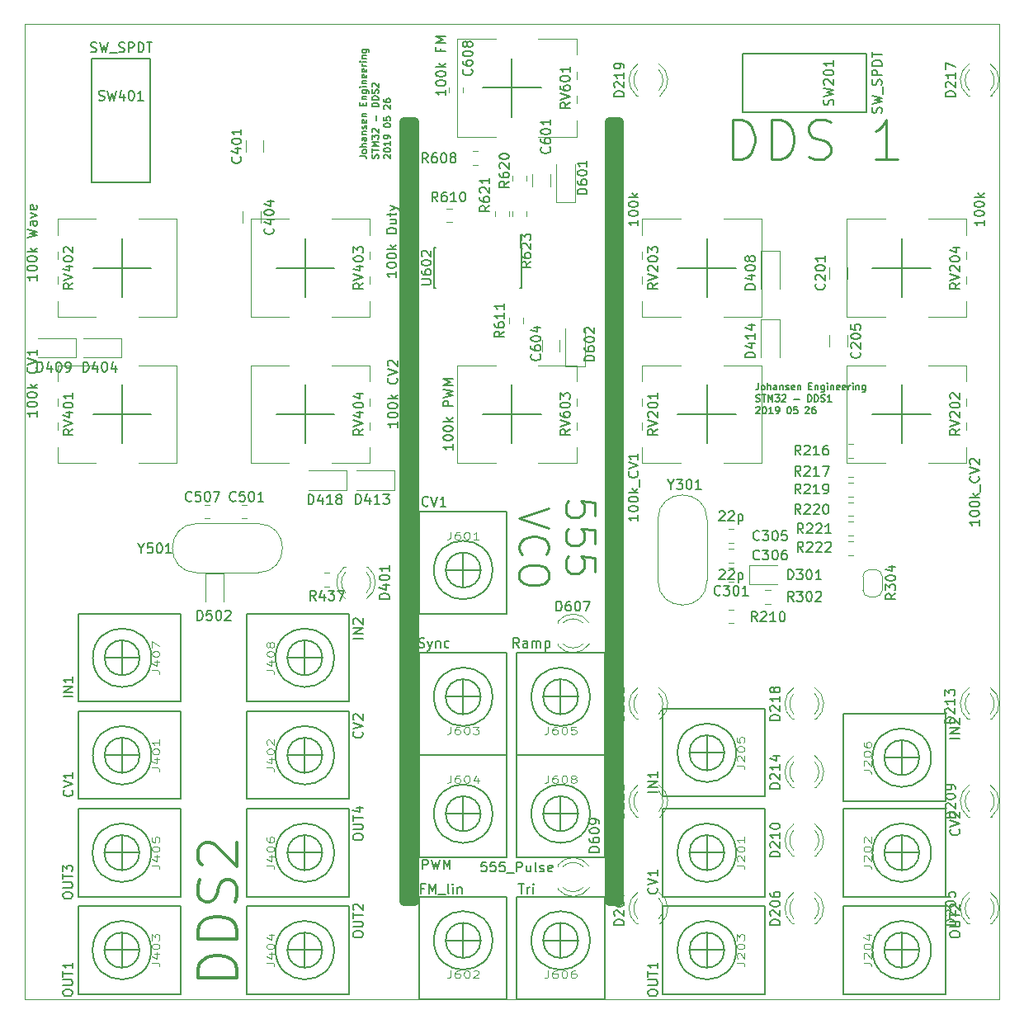
<source format=gbr>
%TF.GenerationSoftware,KiCad,Pcbnew,(5.1.0)-1*%
%TF.CreationDate,2019-05-31T13:03:56+02:00*%
%TF.ProjectId,KicadJE_uP_DAC,4b696361-644a-4455-9f75-505f4441432e,rev?*%
%TF.SameCoordinates,Original*%
%TF.FileFunction,Legend,Top*%
%TF.FilePolarity,Positive*%
%FSLAX46Y46*%
G04 Gerber Fmt 4.6, Leading zero omitted, Abs format (unit mm)*
G04 Created by KiCad (PCBNEW (5.1.0)-1) date 2019-05-31 13:03:56*
%MOMM*%
%LPD*%
G04 APERTURE LIST*
%ADD10C,0.250000*%
%ADD11C,0.175000*%
%ADD12C,0.300000*%
%ADD13C,1.000000*%
%ADD14C,0.050000*%
%ADD15C,0.120000*%
%ADD16C,0.150000*%
%ADD17C,0.125000*%
G04 APERTURE END LIST*
D10*
X108517857Y-100464285D02*
X108517857Y-99035714D01*
X107089285Y-98892857D01*
X107232142Y-99035714D01*
X107375000Y-99321428D01*
X107375000Y-100035714D01*
X107232142Y-100321428D01*
X107089285Y-100464285D01*
X106803571Y-100607142D01*
X106089285Y-100607142D01*
X105803571Y-100464285D01*
X105660714Y-100321428D01*
X105517857Y-100035714D01*
X105517857Y-99321428D01*
X105660714Y-99035714D01*
X105803571Y-98892857D01*
X108517857Y-103321428D02*
X108517857Y-101892857D01*
X107089285Y-101750000D01*
X107232142Y-101892857D01*
X107375000Y-102178571D01*
X107375000Y-102892857D01*
X107232142Y-103178571D01*
X107089285Y-103321428D01*
X106803571Y-103464285D01*
X106089285Y-103464285D01*
X105803571Y-103321428D01*
X105660714Y-103178571D01*
X105517857Y-102892857D01*
X105517857Y-102178571D01*
X105660714Y-101892857D01*
X105803571Y-101750000D01*
X108517857Y-106178571D02*
X108517857Y-104750000D01*
X107089285Y-104607142D01*
X107232142Y-104750000D01*
X107375000Y-105035714D01*
X107375000Y-105750000D01*
X107232142Y-106035714D01*
X107089285Y-106178571D01*
X106803571Y-106321428D01*
X106089285Y-106321428D01*
X105803571Y-106178571D01*
X105660714Y-106035714D01*
X105517857Y-105750000D01*
X105517857Y-105035714D01*
X105660714Y-104750000D01*
X105803571Y-104607142D01*
X103767857Y-99678571D02*
X100767857Y-100678571D01*
X103767857Y-101678571D01*
X101053571Y-104392857D02*
X100910714Y-104250000D01*
X100767857Y-103821428D01*
X100767857Y-103535714D01*
X100910714Y-103107142D01*
X101196428Y-102821428D01*
X101482142Y-102678571D01*
X102053571Y-102535714D01*
X102482142Y-102535714D01*
X103053571Y-102678571D01*
X103339285Y-102821428D01*
X103625000Y-103107142D01*
X103767857Y-103535714D01*
X103767857Y-103821428D01*
X103625000Y-104250000D01*
X103482142Y-104392857D01*
X103767857Y-106250000D02*
X103767857Y-106821428D01*
X103625000Y-107107142D01*
X103339285Y-107392857D01*
X102767857Y-107535714D01*
X101767857Y-107535714D01*
X101196428Y-107392857D01*
X100910714Y-107107142D01*
X100767857Y-106821428D01*
X100767857Y-106250000D01*
X100910714Y-105964285D01*
X101196428Y-105678571D01*
X101767857Y-105535714D01*
X102767857Y-105535714D01*
X103339285Y-105678571D01*
X103625000Y-105964285D01*
X103767857Y-106250000D01*
D11*
X125280416Y-86791666D02*
X125280416Y-87291666D01*
X125247083Y-87391666D01*
X125180416Y-87458333D01*
X125080416Y-87491666D01*
X125013750Y-87491666D01*
X125713750Y-87491666D02*
X125647083Y-87458333D01*
X125613750Y-87425000D01*
X125580416Y-87358333D01*
X125580416Y-87158333D01*
X125613750Y-87091666D01*
X125647083Y-87058333D01*
X125713750Y-87025000D01*
X125813750Y-87025000D01*
X125880416Y-87058333D01*
X125913750Y-87091666D01*
X125947083Y-87158333D01*
X125947083Y-87358333D01*
X125913750Y-87425000D01*
X125880416Y-87458333D01*
X125813750Y-87491666D01*
X125713750Y-87491666D01*
X126247083Y-87491666D02*
X126247083Y-86791666D01*
X126547083Y-87491666D02*
X126547083Y-87125000D01*
X126513750Y-87058333D01*
X126447083Y-87025000D01*
X126347083Y-87025000D01*
X126280416Y-87058333D01*
X126247083Y-87091666D01*
X127180416Y-87491666D02*
X127180416Y-87125000D01*
X127147083Y-87058333D01*
X127080416Y-87025000D01*
X126947083Y-87025000D01*
X126880416Y-87058333D01*
X127180416Y-87458333D02*
X127113750Y-87491666D01*
X126947083Y-87491666D01*
X126880416Y-87458333D01*
X126847083Y-87391666D01*
X126847083Y-87325000D01*
X126880416Y-87258333D01*
X126947083Y-87225000D01*
X127113750Y-87225000D01*
X127180416Y-87191666D01*
X127513750Y-87025000D02*
X127513750Y-87491666D01*
X127513750Y-87091666D02*
X127547083Y-87058333D01*
X127613750Y-87025000D01*
X127713750Y-87025000D01*
X127780416Y-87058333D01*
X127813750Y-87125000D01*
X127813750Y-87491666D01*
X128113750Y-87458333D02*
X128180416Y-87491666D01*
X128313750Y-87491666D01*
X128380416Y-87458333D01*
X128413750Y-87391666D01*
X128413750Y-87358333D01*
X128380416Y-87291666D01*
X128313750Y-87258333D01*
X128213750Y-87258333D01*
X128147083Y-87225000D01*
X128113750Y-87158333D01*
X128113750Y-87125000D01*
X128147083Y-87058333D01*
X128213750Y-87025000D01*
X128313750Y-87025000D01*
X128380416Y-87058333D01*
X128980416Y-87458333D02*
X128913750Y-87491666D01*
X128780416Y-87491666D01*
X128713750Y-87458333D01*
X128680416Y-87391666D01*
X128680416Y-87125000D01*
X128713750Y-87058333D01*
X128780416Y-87025000D01*
X128913750Y-87025000D01*
X128980416Y-87058333D01*
X129013750Y-87125000D01*
X129013750Y-87191666D01*
X128680416Y-87258333D01*
X129313750Y-87025000D02*
X129313750Y-87491666D01*
X129313750Y-87091666D02*
X129347083Y-87058333D01*
X129413750Y-87025000D01*
X129513750Y-87025000D01*
X129580416Y-87058333D01*
X129613750Y-87125000D01*
X129613750Y-87491666D01*
X130480416Y-87125000D02*
X130713750Y-87125000D01*
X130813750Y-87491666D02*
X130480416Y-87491666D01*
X130480416Y-86791666D01*
X130813750Y-86791666D01*
X131113750Y-87025000D02*
X131113750Y-87491666D01*
X131113750Y-87091666D02*
X131147083Y-87058333D01*
X131213750Y-87025000D01*
X131313750Y-87025000D01*
X131380416Y-87058333D01*
X131413750Y-87125000D01*
X131413750Y-87491666D01*
X132047083Y-87025000D02*
X132047083Y-87591666D01*
X132013750Y-87658333D01*
X131980416Y-87691666D01*
X131913750Y-87725000D01*
X131813750Y-87725000D01*
X131747083Y-87691666D01*
X132047083Y-87458333D02*
X131980416Y-87491666D01*
X131847083Y-87491666D01*
X131780416Y-87458333D01*
X131747083Y-87425000D01*
X131713750Y-87358333D01*
X131713750Y-87158333D01*
X131747083Y-87091666D01*
X131780416Y-87058333D01*
X131847083Y-87025000D01*
X131980416Y-87025000D01*
X132047083Y-87058333D01*
X132380416Y-87491666D02*
X132380416Y-87025000D01*
X132380416Y-86791666D02*
X132347083Y-86825000D01*
X132380416Y-86858333D01*
X132413750Y-86825000D01*
X132380416Y-86791666D01*
X132380416Y-86858333D01*
X132713750Y-87025000D02*
X132713750Y-87491666D01*
X132713750Y-87091666D02*
X132747083Y-87058333D01*
X132813750Y-87025000D01*
X132913750Y-87025000D01*
X132980416Y-87058333D01*
X133013750Y-87125000D01*
X133013750Y-87491666D01*
X133613750Y-87458333D02*
X133547083Y-87491666D01*
X133413750Y-87491666D01*
X133347083Y-87458333D01*
X133313750Y-87391666D01*
X133313750Y-87125000D01*
X133347083Y-87058333D01*
X133413750Y-87025000D01*
X133547083Y-87025000D01*
X133613750Y-87058333D01*
X133647083Y-87125000D01*
X133647083Y-87191666D01*
X133313750Y-87258333D01*
X134213750Y-87458333D02*
X134147083Y-87491666D01*
X134013750Y-87491666D01*
X133947083Y-87458333D01*
X133913750Y-87391666D01*
X133913750Y-87125000D01*
X133947083Y-87058333D01*
X134013750Y-87025000D01*
X134147083Y-87025000D01*
X134213750Y-87058333D01*
X134247083Y-87125000D01*
X134247083Y-87191666D01*
X133913750Y-87258333D01*
X134547083Y-87491666D02*
X134547083Y-87025000D01*
X134547083Y-87158333D02*
X134580416Y-87091666D01*
X134613750Y-87058333D01*
X134680416Y-87025000D01*
X134747083Y-87025000D01*
X134980416Y-87491666D02*
X134980416Y-87025000D01*
X134980416Y-86791666D02*
X134947083Y-86825000D01*
X134980416Y-86858333D01*
X135013750Y-86825000D01*
X134980416Y-86791666D01*
X134980416Y-86858333D01*
X135313750Y-87025000D02*
X135313750Y-87491666D01*
X135313750Y-87091666D02*
X135347083Y-87058333D01*
X135413750Y-87025000D01*
X135513750Y-87025000D01*
X135580416Y-87058333D01*
X135613750Y-87125000D01*
X135613750Y-87491666D01*
X136247083Y-87025000D02*
X136247083Y-87591666D01*
X136213750Y-87658333D01*
X136180416Y-87691666D01*
X136113750Y-87725000D01*
X136013750Y-87725000D01*
X135947083Y-87691666D01*
X136247083Y-87458333D02*
X136180416Y-87491666D01*
X136047083Y-87491666D01*
X135980416Y-87458333D01*
X135947083Y-87425000D01*
X135913750Y-87358333D01*
X135913750Y-87158333D01*
X135947083Y-87091666D01*
X135980416Y-87058333D01*
X136047083Y-87025000D01*
X136180416Y-87025000D01*
X136247083Y-87058333D01*
X125047083Y-88683333D02*
X125147083Y-88716666D01*
X125313750Y-88716666D01*
X125380416Y-88683333D01*
X125413750Y-88650000D01*
X125447083Y-88583333D01*
X125447083Y-88516666D01*
X125413750Y-88450000D01*
X125380416Y-88416666D01*
X125313750Y-88383333D01*
X125180416Y-88350000D01*
X125113750Y-88316666D01*
X125080416Y-88283333D01*
X125047083Y-88216666D01*
X125047083Y-88150000D01*
X125080416Y-88083333D01*
X125113750Y-88050000D01*
X125180416Y-88016666D01*
X125347083Y-88016666D01*
X125447083Y-88050000D01*
X125647083Y-88016666D02*
X126047083Y-88016666D01*
X125847083Y-88716666D02*
X125847083Y-88016666D01*
X126280416Y-88716666D02*
X126280416Y-88016666D01*
X126513750Y-88516666D01*
X126747083Y-88016666D01*
X126747083Y-88716666D01*
X127013750Y-88016666D02*
X127447083Y-88016666D01*
X127213750Y-88283333D01*
X127313750Y-88283333D01*
X127380416Y-88316666D01*
X127413750Y-88350000D01*
X127447083Y-88416666D01*
X127447083Y-88583333D01*
X127413750Y-88650000D01*
X127380416Y-88683333D01*
X127313750Y-88716666D01*
X127113750Y-88716666D01*
X127047083Y-88683333D01*
X127013750Y-88650000D01*
X127713750Y-88083333D02*
X127747083Y-88050000D01*
X127813750Y-88016666D01*
X127980416Y-88016666D01*
X128047083Y-88050000D01*
X128080416Y-88083333D01*
X128113750Y-88150000D01*
X128113750Y-88216666D01*
X128080416Y-88316666D01*
X127680416Y-88716666D01*
X128113750Y-88716666D01*
X128947083Y-88450000D02*
X129480416Y-88450000D01*
X130347083Y-88716666D02*
X130347083Y-88016666D01*
X130513750Y-88016666D01*
X130613750Y-88050000D01*
X130680416Y-88116666D01*
X130713750Y-88183333D01*
X130747083Y-88316666D01*
X130747083Y-88416666D01*
X130713750Y-88550000D01*
X130680416Y-88616666D01*
X130613750Y-88683333D01*
X130513750Y-88716666D01*
X130347083Y-88716666D01*
X131047083Y-88716666D02*
X131047083Y-88016666D01*
X131213750Y-88016666D01*
X131313750Y-88050000D01*
X131380416Y-88116666D01*
X131413750Y-88183333D01*
X131447083Y-88316666D01*
X131447083Y-88416666D01*
X131413750Y-88550000D01*
X131380416Y-88616666D01*
X131313750Y-88683333D01*
X131213750Y-88716666D01*
X131047083Y-88716666D01*
X131713750Y-88683333D02*
X131813750Y-88716666D01*
X131980416Y-88716666D01*
X132047083Y-88683333D01*
X132080416Y-88650000D01*
X132113750Y-88583333D01*
X132113750Y-88516666D01*
X132080416Y-88450000D01*
X132047083Y-88416666D01*
X131980416Y-88383333D01*
X131847083Y-88350000D01*
X131780416Y-88316666D01*
X131747083Y-88283333D01*
X131713750Y-88216666D01*
X131713750Y-88150000D01*
X131747083Y-88083333D01*
X131780416Y-88050000D01*
X131847083Y-88016666D01*
X132013750Y-88016666D01*
X132113750Y-88050000D01*
X132780416Y-88716666D02*
X132380416Y-88716666D01*
X132580416Y-88716666D02*
X132580416Y-88016666D01*
X132513750Y-88116666D01*
X132447083Y-88183333D01*
X132380416Y-88216666D01*
X125047083Y-89308333D02*
X125080416Y-89275000D01*
X125147083Y-89241666D01*
X125313750Y-89241666D01*
X125380416Y-89275000D01*
X125413750Y-89308333D01*
X125447083Y-89375000D01*
X125447083Y-89441666D01*
X125413750Y-89541666D01*
X125013750Y-89941666D01*
X125447083Y-89941666D01*
X125880416Y-89241666D02*
X125947083Y-89241666D01*
X126013750Y-89275000D01*
X126047083Y-89308333D01*
X126080416Y-89375000D01*
X126113750Y-89508333D01*
X126113750Y-89675000D01*
X126080416Y-89808333D01*
X126047083Y-89875000D01*
X126013750Y-89908333D01*
X125947083Y-89941666D01*
X125880416Y-89941666D01*
X125813750Y-89908333D01*
X125780416Y-89875000D01*
X125747083Y-89808333D01*
X125713750Y-89675000D01*
X125713750Y-89508333D01*
X125747083Y-89375000D01*
X125780416Y-89308333D01*
X125813750Y-89275000D01*
X125880416Y-89241666D01*
X126780416Y-89941666D02*
X126380416Y-89941666D01*
X126580416Y-89941666D02*
X126580416Y-89241666D01*
X126513750Y-89341666D01*
X126447083Y-89408333D01*
X126380416Y-89441666D01*
X127113750Y-89941666D02*
X127247083Y-89941666D01*
X127313750Y-89908333D01*
X127347083Y-89875000D01*
X127413750Y-89775000D01*
X127447083Y-89641666D01*
X127447083Y-89375000D01*
X127413750Y-89308333D01*
X127380416Y-89275000D01*
X127313750Y-89241666D01*
X127180416Y-89241666D01*
X127113750Y-89275000D01*
X127080416Y-89308333D01*
X127047083Y-89375000D01*
X127047083Y-89541666D01*
X127080416Y-89608333D01*
X127113750Y-89641666D01*
X127180416Y-89675000D01*
X127313750Y-89675000D01*
X127380416Y-89641666D01*
X127413750Y-89608333D01*
X127447083Y-89541666D01*
X128413750Y-89241666D02*
X128480416Y-89241666D01*
X128547083Y-89275000D01*
X128580416Y-89308333D01*
X128613750Y-89375000D01*
X128647083Y-89508333D01*
X128647083Y-89675000D01*
X128613750Y-89808333D01*
X128580416Y-89875000D01*
X128547083Y-89908333D01*
X128480416Y-89941666D01*
X128413750Y-89941666D01*
X128347083Y-89908333D01*
X128313750Y-89875000D01*
X128280416Y-89808333D01*
X128247083Y-89675000D01*
X128247083Y-89508333D01*
X128280416Y-89375000D01*
X128313750Y-89308333D01*
X128347083Y-89275000D01*
X128413750Y-89241666D01*
X129280416Y-89241666D02*
X128947083Y-89241666D01*
X128913750Y-89575000D01*
X128947083Y-89541666D01*
X129013750Y-89508333D01*
X129180416Y-89508333D01*
X129247083Y-89541666D01*
X129280416Y-89575000D01*
X129313750Y-89641666D01*
X129313750Y-89808333D01*
X129280416Y-89875000D01*
X129247083Y-89908333D01*
X129180416Y-89941666D01*
X129013750Y-89941666D01*
X128947083Y-89908333D01*
X128913750Y-89875000D01*
X130113750Y-89308333D02*
X130147083Y-89275000D01*
X130213750Y-89241666D01*
X130380416Y-89241666D01*
X130447083Y-89275000D01*
X130480416Y-89308333D01*
X130513750Y-89375000D01*
X130513750Y-89441666D01*
X130480416Y-89541666D01*
X130080416Y-89941666D01*
X130513750Y-89941666D01*
X131113750Y-89241666D02*
X130980416Y-89241666D01*
X130913750Y-89275000D01*
X130880416Y-89308333D01*
X130813750Y-89408333D01*
X130780416Y-89541666D01*
X130780416Y-89808333D01*
X130813750Y-89875000D01*
X130847083Y-89908333D01*
X130913750Y-89941666D01*
X131047083Y-89941666D01*
X131113750Y-89908333D01*
X131147083Y-89875000D01*
X131180416Y-89808333D01*
X131180416Y-89641666D01*
X131147083Y-89575000D01*
X131113750Y-89541666D01*
X131047083Y-89508333D01*
X130913750Y-89508333D01*
X130847083Y-89541666D01*
X130813750Y-89575000D01*
X130780416Y-89641666D01*
D12*
X71809523Y-147857142D02*
X67809523Y-147857142D01*
X67809523Y-146904761D01*
X68000000Y-146333333D01*
X68380952Y-145952380D01*
X68761904Y-145761904D01*
X69523809Y-145571428D01*
X70095238Y-145571428D01*
X70857142Y-145761904D01*
X71238095Y-145952380D01*
X71619047Y-146333333D01*
X71809523Y-146904761D01*
X71809523Y-147857142D01*
X71809523Y-143857142D02*
X67809523Y-143857142D01*
X67809523Y-142904761D01*
X68000000Y-142333333D01*
X68380952Y-141952380D01*
X68761904Y-141761904D01*
X69523809Y-141571428D01*
X70095238Y-141571428D01*
X70857142Y-141761904D01*
X71238095Y-141952380D01*
X71619047Y-142333333D01*
X71809523Y-142904761D01*
X71809523Y-143857142D01*
X71619047Y-140047619D02*
X71809523Y-139476190D01*
X71809523Y-138523809D01*
X71619047Y-138142857D01*
X71428571Y-137952380D01*
X71047619Y-137761904D01*
X70666666Y-137761904D01*
X70285714Y-137952380D01*
X70095238Y-138142857D01*
X69904761Y-138523809D01*
X69714285Y-139285714D01*
X69523809Y-139666666D01*
X69333333Y-139857142D01*
X68952380Y-140047619D01*
X68571428Y-140047619D01*
X68190476Y-139857142D01*
X68000000Y-139666666D01*
X67809523Y-139285714D01*
X67809523Y-138333333D01*
X68000000Y-137761904D01*
X68190476Y-136238095D02*
X68000000Y-136047619D01*
X67809523Y-135666666D01*
X67809523Y-134714285D01*
X68000000Y-134333333D01*
X68190476Y-134142857D01*
X68571428Y-133952380D01*
X68952380Y-133952380D01*
X69523809Y-134142857D01*
X71809523Y-136428571D01*
X71809523Y-133952380D01*
D10*
X122619047Y-63809523D02*
X122619047Y-59809523D01*
X123571428Y-59809523D01*
X124142857Y-60000000D01*
X124523809Y-60380952D01*
X124714285Y-60761904D01*
X124904761Y-61523809D01*
X124904761Y-62095238D01*
X124714285Y-62857142D01*
X124523809Y-63238095D01*
X124142857Y-63619047D01*
X123571428Y-63809523D01*
X122619047Y-63809523D01*
X126619047Y-63809523D02*
X126619047Y-59809523D01*
X127571428Y-59809523D01*
X128142857Y-60000000D01*
X128523809Y-60380952D01*
X128714285Y-60761904D01*
X128904761Y-61523809D01*
X128904761Y-62095238D01*
X128714285Y-62857142D01*
X128523809Y-63238095D01*
X128142857Y-63619047D01*
X127571428Y-63809523D01*
X126619047Y-63809523D01*
X130428571Y-63619047D02*
X131000000Y-63809523D01*
X131952380Y-63809523D01*
X132333333Y-63619047D01*
X132523809Y-63428571D01*
X132714285Y-63047619D01*
X132714285Y-62666666D01*
X132523809Y-62285714D01*
X132333333Y-62095238D01*
X131952380Y-61904761D01*
X131190476Y-61714285D01*
X130809523Y-61523809D01*
X130619047Y-61333333D01*
X130428571Y-60952380D01*
X130428571Y-60571428D01*
X130619047Y-60190476D01*
X130809523Y-60000000D01*
X131190476Y-59809523D01*
X132142857Y-59809523D01*
X132714285Y-60000000D01*
X139571428Y-63809523D02*
X137285714Y-63809523D01*
X138428571Y-63809523D02*
X138428571Y-59809523D01*
X138047619Y-60380952D01*
X137666666Y-60761904D01*
X137285714Y-60952380D01*
D11*
X84391666Y-63519583D02*
X84891666Y-63519583D01*
X84991666Y-63552916D01*
X85058333Y-63619583D01*
X85091666Y-63719583D01*
X85091666Y-63786250D01*
X85091666Y-63086250D02*
X85058333Y-63152916D01*
X85025000Y-63186250D01*
X84958333Y-63219583D01*
X84758333Y-63219583D01*
X84691666Y-63186250D01*
X84658333Y-63152916D01*
X84625000Y-63086250D01*
X84625000Y-62986250D01*
X84658333Y-62919583D01*
X84691666Y-62886250D01*
X84758333Y-62852916D01*
X84958333Y-62852916D01*
X85025000Y-62886250D01*
X85058333Y-62919583D01*
X85091666Y-62986250D01*
X85091666Y-63086250D01*
X85091666Y-62552916D02*
X84391666Y-62552916D01*
X85091666Y-62252916D02*
X84725000Y-62252916D01*
X84658333Y-62286250D01*
X84625000Y-62352916D01*
X84625000Y-62452916D01*
X84658333Y-62519583D01*
X84691666Y-62552916D01*
X85091666Y-61619583D02*
X84725000Y-61619583D01*
X84658333Y-61652916D01*
X84625000Y-61719583D01*
X84625000Y-61852916D01*
X84658333Y-61919583D01*
X85058333Y-61619583D02*
X85091666Y-61686250D01*
X85091666Y-61852916D01*
X85058333Y-61919583D01*
X84991666Y-61952916D01*
X84925000Y-61952916D01*
X84858333Y-61919583D01*
X84825000Y-61852916D01*
X84825000Y-61686250D01*
X84791666Y-61619583D01*
X84625000Y-61286250D02*
X85091666Y-61286250D01*
X84691666Y-61286250D02*
X84658333Y-61252916D01*
X84625000Y-61186250D01*
X84625000Y-61086250D01*
X84658333Y-61019583D01*
X84725000Y-60986250D01*
X85091666Y-60986250D01*
X85058333Y-60686250D02*
X85091666Y-60619583D01*
X85091666Y-60486250D01*
X85058333Y-60419583D01*
X84991666Y-60386250D01*
X84958333Y-60386250D01*
X84891666Y-60419583D01*
X84858333Y-60486250D01*
X84858333Y-60586250D01*
X84825000Y-60652916D01*
X84758333Y-60686250D01*
X84725000Y-60686250D01*
X84658333Y-60652916D01*
X84625000Y-60586250D01*
X84625000Y-60486250D01*
X84658333Y-60419583D01*
X85058333Y-59819583D02*
X85091666Y-59886250D01*
X85091666Y-60019583D01*
X85058333Y-60086250D01*
X84991666Y-60119583D01*
X84725000Y-60119583D01*
X84658333Y-60086250D01*
X84625000Y-60019583D01*
X84625000Y-59886250D01*
X84658333Y-59819583D01*
X84725000Y-59786250D01*
X84791666Y-59786250D01*
X84858333Y-60119583D01*
X84625000Y-59486250D02*
X85091666Y-59486250D01*
X84691666Y-59486250D02*
X84658333Y-59452916D01*
X84625000Y-59386250D01*
X84625000Y-59286250D01*
X84658333Y-59219583D01*
X84725000Y-59186250D01*
X85091666Y-59186250D01*
X84725000Y-58319583D02*
X84725000Y-58086250D01*
X85091666Y-57986250D02*
X85091666Y-58319583D01*
X84391666Y-58319583D01*
X84391666Y-57986250D01*
X84625000Y-57686250D02*
X85091666Y-57686250D01*
X84691666Y-57686250D02*
X84658333Y-57652916D01*
X84625000Y-57586250D01*
X84625000Y-57486250D01*
X84658333Y-57419583D01*
X84725000Y-57386250D01*
X85091666Y-57386250D01*
X84625000Y-56752916D02*
X85191666Y-56752916D01*
X85258333Y-56786250D01*
X85291666Y-56819583D01*
X85325000Y-56886250D01*
X85325000Y-56986250D01*
X85291666Y-57052916D01*
X85058333Y-56752916D02*
X85091666Y-56819583D01*
X85091666Y-56952916D01*
X85058333Y-57019583D01*
X85025000Y-57052916D01*
X84958333Y-57086250D01*
X84758333Y-57086250D01*
X84691666Y-57052916D01*
X84658333Y-57019583D01*
X84625000Y-56952916D01*
X84625000Y-56819583D01*
X84658333Y-56752916D01*
X85091666Y-56419583D02*
X84625000Y-56419583D01*
X84391666Y-56419583D02*
X84425000Y-56452916D01*
X84458333Y-56419583D01*
X84425000Y-56386250D01*
X84391666Y-56419583D01*
X84458333Y-56419583D01*
X84625000Y-56086250D02*
X85091666Y-56086250D01*
X84691666Y-56086250D02*
X84658333Y-56052916D01*
X84625000Y-55986250D01*
X84625000Y-55886250D01*
X84658333Y-55819583D01*
X84725000Y-55786250D01*
X85091666Y-55786250D01*
X85058333Y-55186250D02*
X85091666Y-55252916D01*
X85091666Y-55386250D01*
X85058333Y-55452916D01*
X84991666Y-55486250D01*
X84725000Y-55486250D01*
X84658333Y-55452916D01*
X84625000Y-55386250D01*
X84625000Y-55252916D01*
X84658333Y-55186250D01*
X84725000Y-55152916D01*
X84791666Y-55152916D01*
X84858333Y-55486250D01*
X85058333Y-54586250D02*
X85091666Y-54652916D01*
X85091666Y-54786250D01*
X85058333Y-54852916D01*
X84991666Y-54886250D01*
X84725000Y-54886250D01*
X84658333Y-54852916D01*
X84625000Y-54786250D01*
X84625000Y-54652916D01*
X84658333Y-54586250D01*
X84725000Y-54552916D01*
X84791666Y-54552916D01*
X84858333Y-54886250D01*
X85091666Y-54252916D02*
X84625000Y-54252916D01*
X84758333Y-54252916D02*
X84691666Y-54219583D01*
X84658333Y-54186250D01*
X84625000Y-54119583D01*
X84625000Y-54052916D01*
X85091666Y-53819583D02*
X84625000Y-53819583D01*
X84391666Y-53819583D02*
X84425000Y-53852916D01*
X84458333Y-53819583D01*
X84425000Y-53786250D01*
X84391666Y-53819583D01*
X84458333Y-53819583D01*
X84625000Y-53486250D02*
X85091666Y-53486250D01*
X84691666Y-53486250D02*
X84658333Y-53452916D01*
X84625000Y-53386250D01*
X84625000Y-53286250D01*
X84658333Y-53219583D01*
X84725000Y-53186250D01*
X85091666Y-53186250D01*
X84625000Y-52552916D02*
X85191666Y-52552916D01*
X85258333Y-52586250D01*
X85291666Y-52619583D01*
X85325000Y-52686250D01*
X85325000Y-52786250D01*
X85291666Y-52852916D01*
X85058333Y-52552916D02*
X85091666Y-52619583D01*
X85091666Y-52752916D01*
X85058333Y-52819583D01*
X85025000Y-52852916D01*
X84958333Y-52886250D01*
X84758333Y-52886250D01*
X84691666Y-52852916D01*
X84658333Y-52819583D01*
X84625000Y-52752916D01*
X84625000Y-52619583D01*
X84658333Y-52552916D01*
X86283333Y-63752916D02*
X86316666Y-63652916D01*
X86316666Y-63486250D01*
X86283333Y-63419583D01*
X86250000Y-63386250D01*
X86183333Y-63352916D01*
X86116666Y-63352916D01*
X86050000Y-63386250D01*
X86016666Y-63419583D01*
X85983333Y-63486250D01*
X85950000Y-63619583D01*
X85916666Y-63686250D01*
X85883333Y-63719583D01*
X85816666Y-63752916D01*
X85750000Y-63752916D01*
X85683333Y-63719583D01*
X85650000Y-63686250D01*
X85616666Y-63619583D01*
X85616666Y-63452916D01*
X85650000Y-63352916D01*
X85616666Y-63152916D02*
X85616666Y-62752916D01*
X86316666Y-62952916D02*
X85616666Y-62952916D01*
X86316666Y-62519583D02*
X85616666Y-62519583D01*
X86116666Y-62286250D01*
X85616666Y-62052916D01*
X86316666Y-62052916D01*
X85616666Y-61786250D02*
X85616666Y-61352916D01*
X85883333Y-61586250D01*
X85883333Y-61486250D01*
X85916666Y-61419583D01*
X85950000Y-61386250D01*
X86016666Y-61352916D01*
X86183333Y-61352916D01*
X86250000Y-61386250D01*
X86283333Y-61419583D01*
X86316666Y-61486250D01*
X86316666Y-61686250D01*
X86283333Y-61752916D01*
X86250000Y-61786250D01*
X85683333Y-61086250D02*
X85650000Y-61052916D01*
X85616666Y-60986250D01*
X85616666Y-60819583D01*
X85650000Y-60752916D01*
X85683333Y-60719583D01*
X85750000Y-60686250D01*
X85816666Y-60686250D01*
X85916666Y-60719583D01*
X86316666Y-61119583D01*
X86316666Y-60686250D01*
X86050000Y-59852916D02*
X86050000Y-59319583D01*
X86316666Y-58452916D02*
X85616666Y-58452916D01*
X85616666Y-58286250D01*
X85650000Y-58186250D01*
X85716666Y-58119583D01*
X85783333Y-58086250D01*
X85916666Y-58052916D01*
X86016666Y-58052916D01*
X86150000Y-58086250D01*
X86216666Y-58119583D01*
X86283333Y-58186250D01*
X86316666Y-58286250D01*
X86316666Y-58452916D01*
X86316666Y-57752916D02*
X85616666Y-57752916D01*
X85616666Y-57586250D01*
X85650000Y-57486250D01*
X85716666Y-57419583D01*
X85783333Y-57386250D01*
X85916666Y-57352916D01*
X86016666Y-57352916D01*
X86150000Y-57386250D01*
X86216666Y-57419583D01*
X86283333Y-57486250D01*
X86316666Y-57586250D01*
X86316666Y-57752916D01*
X86283333Y-57086250D02*
X86316666Y-56986250D01*
X86316666Y-56819583D01*
X86283333Y-56752916D01*
X86250000Y-56719583D01*
X86183333Y-56686250D01*
X86116666Y-56686250D01*
X86050000Y-56719583D01*
X86016666Y-56752916D01*
X85983333Y-56819583D01*
X85950000Y-56952916D01*
X85916666Y-57019583D01*
X85883333Y-57052916D01*
X85816666Y-57086250D01*
X85750000Y-57086250D01*
X85683333Y-57052916D01*
X85650000Y-57019583D01*
X85616666Y-56952916D01*
X85616666Y-56786250D01*
X85650000Y-56686250D01*
X85683333Y-56419583D02*
X85650000Y-56386250D01*
X85616666Y-56319583D01*
X85616666Y-56152916D01*
X85650000Y-56086250D01*
X85683333Y-56052916D01*
X85750000Y-56019583D01*
X85816666Y-56019583D01*
X85916666Y-56052916D01*
X86316666Y-56452916D01*
X86316666Y-56019583D01*
X86908333Y-63752916D02*
X86875000Y-63719583D01*
X86841666Y-63652916D01*
X86841666Y-63486250D01*
X86875000Y-63419583D01*
X86908333Y-63386250D01*
X86975000Y-63352916D01*
X87041666Y-63352916D01*
X87141666Y-63386250D01*
X87541666Y-63786250D01*
X87541666Y-63352916D01*
X86841666Y-62919583D02*
X86841666Y-62852916D01*
X86875000Y-62786250D01*
X86908333Y-62752916D01*
X86975000Y-62719583D01*
X87108333Y-62686250D01*
X87275000Y-62686250D01*
X87408333Y-62719583D01*
X87475000Y-62752916D01*
X87508333Y-62786250D01*
X87541666Y-62852916D01*
X87541666Y-62919583D01*
X87508333Y-62986250D01*
X87475000Y-63019583D01*
X87408333Y-63052916D01*
X87275000Y-63086250D01*
X87108333Y-63086250D01*
X86975000Y-63052916D01*
X86908333Y-63019583D01*
X86875000Y-62986250D01*
X86841666Y-62919583D01*
X87541666Y-62019583D02*
X87541666Y-62419583D01*
X87541666Y-62219583D02*
X86841666Y-62219583D01*
X86941666Y-62286250D01*
X87008333Y-62352916D01*
X87041666Y-62419583D01*
X87541666Y-61686250D02*
X87541666Y-61552916D01*
X87508333Y-61486250D01*
X87475000Y-61452916D01*
X87375000Y-61386250D01*
X87241666Y-61352916D01*
X86975000Y-61352916D01*
X86908333Y-61386250D01*
X86875000Y-61419583D01*
X86841666Y-61486250D01*
X86841666Y-61619583D01*
X86875000Y-61686250D01*
X86908333Y-61719583D01*
X86975000Y-61752916D01*
X87141666Y-61752916D01*
X87208333Y-61719583D01*
X87241666Y-61686250D01*
X87275000Y-61619583D01*
X87275000Y-61486250D01*
X87241666Y-61419583D01*
X87208333Y-61386250D01*
X87141666Y-61352916D01*
X86841666Y-60386250D02*
X86841666Y-60319583D01*
X86875000Y-60252916D01*
X86908333Y-60219583D01*
X86975000Y-60186250D01*
X87108333Y-60152916D01*
X87275000Y-60152916D01*
X87408333Y-60186250D01*
X87475000Y-60219583D01*
X87508333Y-60252916D01*
X87541666Y-60319583D01*
X87541666Y-60386250D01*
X87508333Y-60452916D01*
X87475000Y-60486250D01*
X87408333Y-60519583D01*
X87275000Y-60552916D01*
X87108333Y-60552916D01*
X86975000Y-60519583D01*
X86908333Y-60486250D01*
X86875000Y-60452916D01*
X86841666Y-60386250D01*
X86841666Y-59519583D02*
X86841666Y-59852916D01*
X87175000Y-59886250D01*
X87141666Y-59852916D01*
X87108333Y-59786250D01*
X87108333Y-59619583D01*
X87141666Y-59552916D01*
X87175000Y-59519583D01*
X87241666Y-59486250D01*
X87408333Y-59486250D01*
X87475000Y-59519583D01*
X87508333Y-59552916D01*
X87541666Y-59619583D01*
X87541666Y-59786250D01*
X87508333Y-59852916D01*
X87475000Y-59886250D01*
X86908333Y-58686250D02*
X86875000Y-58652916D01*
X86841666Y-58586250D01*
X86841666Y-58419583D01*
X86875000Y-58352916D01*
X86908333Y-58319583D01*
X86975000Y-58286250D01*
X87041666Y-58286250D01*
X87141666Y-58319583D01*
X87541666Y-58719583D01*
X87541666Y-58286250D01*
X86841666Y-57686250D02*
X86841666Y-57819583D01*
X86875000Y-57886250D01*
X86908333Y-57919583D01*
X87008333Y-57986250D01*
X87141666Y-58019583D01*
X87408333Y-58019583D01*
X87475000Y-57986250D01*
X87508333Y-57952916D01*
X87541666Y-57886250D01*
X87541666Y-57752916D01*
X87508333Y-57686250D01*
X87475000Y-57652916D01*
X87408333Y-57619583D01*
X87241666Y-57619583D01*
X87175000Y-57652916D01*
X87141666Y-57686250D01*
X87108333Y-57752916D01*
X87108333Y-57886250D01*
X87141666Y-57952916D01*
X87175000Y-57986250D01*
X87241666Y-58019583D01*
D13*
X89000000Y-60000000D02*
X90000000Y-60000000D01*
X110000000Y-60000000D02*
X111000000Y-60000000D01*
X110000000Y-140000000D02*
X111000000Y-140000000D01*
X89000000Y-140000000D02*
X90000000Y-140000000D01*
X110000000Y-60000000D02*
X110000000Y-140000000D01*
X111000000Y-60000000D02*
X111000000Y-140000000D01*
X90000000Y-60000000D02*
X90000000Y-140000000D01*
X89000000Y-60000000D02*
X89000000Y-140000000D01*
D14*
X50000000Y-150000000D02*
X50000000Y-50000000D01*
X150000000Y-150000000D02*
X50000000Y-150000000D01*
X150000000Y-50000000D02*
X150000000Y-150000000D01*
X50000000Y-50000000D02*
X150000000Y-50000000D01*
D15*
X134410000Y-76102064D02*
X134410000Y-74897936D01*
X132590000Y-76102064D02*
X132590000Y-74897936D01*
X134410000Y-81897936D02*
X134410000Y-83102064D01*
X132590000Y-81897936D02*
X132590000Y-83102064D01*
X122761252Y-107210000D02*
X122238748Y-107210000D01*
X122761252Y-105790000D02*
X122238748Y-105790000D01*
X122238748Y-101790000D02*
X122761252Y-101790000D01*
X122238748Y-103210000D02*
X122761252Y-103210000D01*
X122238748Y-105210000D02*
X122761252Y-105210000D01*
X122238748Y-103790000D02*
X122761252Y-103790000D01*
X74510000Y-63102064D02*
X74510000Y-61897936D01*
X72690000Y-63102064D02*
X72690000Y-61897936D01*
X74210000Y-69197936D02*
X74210000Y-70402064D01*
X72390000Y-69197936D02*
X72390000Y-70402064D01*
X72786252Y-99290000D02*
X72263748Y-99290000D01*
X72786252Y-100710000D02*
X72263748Y-100710000D01*
X68488748Y-100710000D02*
X69011252Y-100710000D01*
X68488748Y-99290000D02*
X69011252Y-99290000D01*
X149080000Y-142290000D02*
X149236000Y-142290000D01*
X146764000Y-142290000D02*
X146920000Y-142290000D01*
X149079837Y-139688870D02*
G75*
G02X149080000Y-141770961I-1079837J-1041130D01*
G01*
X146920163Y-139688870D02*
G75*
G03X146920000Y-141770961I1079837J-1041130D01*
G01*
X149078608Y-139057665D02*
G75*
G02X149235516Y-142290000I-1078608J-1672335D01*
G01*
X146921392Y-139057665D02*
G75*
G03X146764484Y-142290000I1078608J-1672335D01*
G01*
X131080000Y-142290000D02*
X131236000Y-142290000D01*
X128764000Y-142290000D02*
X128920000Y-142290000D01*
X131079837Y-139688870D02*
G75*
G02X131080000Y-141770961I-1079837J-1041130D01*
G01*
X128920163Y-139688870D02*
G75*
G03X128920000Y-141770961I1079837J-1041130D01*
G01*
X131078608Y-139057665D02*
G75*
G02X131235516Y-142290000I-1078608J-1672335D01*
G01*
X128921392Y-139057665D02*
G75*
G03X128764484Y-142290000I1078608J-1672335D01*
G01*
X115080000Y-142290000D02*
X115236000Y-142290000D01*
X112764000Y-142290000D02*
X112920000Y-142290000D01*
X115079837Y-139688870D02*
G75*
G02X115080000Y-141770961I-1079837J-1041130D01*
G01*
X112920163Y-139688870D02*
G75*
G03X112920000Y-141770961I1079837J-1041130D01*
G01*
X115078608Y-139057665D02*
G75*
G02X115235516Y-142290000I-1078608J-1672335D01*
G01*
X112921392Y-139057665D02*
G75*
G03X112764484Y-142290000I1078608J-1672335D01*
G01*
X146921392Y-128057665D02*
G75*
G03X146764484Y-131290000I1078608J-1672335D01*
G01*
X149078608Y-128057665D02*
G75*
G02X149235516Y-131290000I-1078608J-1672335D01*
G01*
X146920163Y-128688870D02*
G75*
G03X146920000Y-130770961I1079837J-1041130D01*
G01*
X149079837Y-128688870D02*
G75*
G02X149080000Y-130770961I-1079837J-1041130D01*
G01*
X146764000Y-131290000D02*
X146920000Y-131290000D01*
X149080000Y-131290000D02*
X149236000Y-131290000D01*
X128921392Y-132057665D02*
G75*
G03X128764484Y-135290000I1078608J-1672335D01*
G01*
X131078608Y-132057665D02*
G75*
G02X131235516Y-135290000I-1078608J-1672335D01*
G01*
X128920163Y-132688870D02*
G75*
G03X128920000Y-134770961I1079837J-1041130D01*
G01*
X131079837Y-132688870D02*
G75*
G02X131080000Y-134770961I-1079837J-1041130D01*
G01*
X128764000Y-135290000D02*
X128920000Y-135290000D01*
X131080000Y-135290000D02*
X131236000Y-135290000D01*
X115080000Y-131290000D02*
X115236000Y-131290000D01*
X112764000Y-131290000D02*
X112920000Y-131290000D01*
X115079837Y-128688870D02*
G75*
G02X115080000Y-130770961I-1079837J-1041130D01*
G01*
X112920163Y-128688870D02*
G75*
G03X112920000Y-130770961I1079837J-1041130D01*
G01*
X115078608Y-128057665D02*
G75*
G02X115235516Y-131290000I-1078608J-1672335D01*
G01*
X112921392Y-128057665D02*
G75*
G03X112764484Y-131290000I1078608J-1672335D01*
G01*
X146921392Y-118057665D02*
G75*
G03X146764484Y-121290000I1078608J-1672335D01*
G01*
X149078608Y-118057665D02*
G75*
G02X149235516Y-121290000I-1078608J-1672335D01*
G01*
X146920163Y-118688870D02*
G75*
G03X146920000Y-120770961I1079837J-1041130D01*
G01*
X149079837Y-118688870D02*
G75*
G02X149080000Y-120770961I-1079837J-1041130D01*
G01*
X146764000Y-121290000D02*
X146920000Y-121290000D01*
X149080000Y-121290000D02*
X149236000Y-121290000D01*
X131080000Y-128290000D02*
X131236000Y-128290000D01*
X128764000Y-128290000D02*
X128920000Y-128290000D01*
X131079837Y-125688870D02*
G75*
G02X131080000Y-127770961I-1079837J-1041130D01*
G01*
X128920163Y-125688870D02*
G75*
G03X128920000Y-127770961I1079837J-1041130D01*
G01*
X131078608Y-125057665D02*
G75*
G02X131235516Y-128290000I-1078608J-1672335D01*
G01*
X128921392Y-125057665D02*
G75*
G03X128764484Y-128290000I1078608J-1672335D01*
G01*
X115080000Y-121290000D02*
X115236000Y-121290000D01*
X112764000Y-121290000D02*
X112920000Y-121290000D01*
X115079837Y-118688870D02*
G75*
G02X115080000Y-120770961I-1079837J-1041130D01*
G01*
X112920163Y-118688870D02*
G75*
G03X112920000Y-120770961I1079837J-1041130D01*
G01*
X115078608Y-118057665D02*
G75*
G02X115235516Y-121290000I-1078608J-1672335D01*
G01*
X112921392Y-118057665D02*
G75*
G03X112764484Y-121290000I1078608J-1672335D01*
G01*
X149080000Y-57290000D02*
X149236000Y-57290000D01*
X146764000Y-57290000D02*
X146920000Y-57290000D01*
X149079837Y-54688870D02*
G75*
G02X149080000Y-56770961I-1079837J-1041130D01*
G01*
X146920163Y-54688870D02*
G75*
G03X146920000Y-56770961I1079837J-1041130D01*
G01*
X149078608Y-54057665D02*
G75*
G02X149235516Y-57290000I-1078608J-1672335D01*
G01*
X146921392Y-54057665D02*
G75*
G03X146764484Y-57290000I1078608J-1672335D01*
G01*
X128921392Y-118057665D02*
G75*
G03X128764484Y-121290000I1078608J-1672335D01*
G01*
X131078608Y-118057665D02*
G75*
G02X131235516Y-121290000I-1078608J-1672335D01*
G01*
X128920163Y-118688870D02*
G75*
G03X128920000Y-120770961I1079837J-1041130D01*
G01*
X131079837Y-118688870D02*
G75*
G02X131080000Y-120770961I-1079837J-1041130D01*
G01*
X128764000Y-121290000D02*
X128920000Y-121290000D01*
X131080000Y-121290000D02*
X131236000Y-121290000D01*
X112921392Y-54057665D02*
G75*
G03X112764484Y-57290000I1078608J-1672335D01*
G01*
X115078608Y-54057665D02*
G75*
G02X115235516Y-57290000I-1078608J-1672335D01*
G01*
X112920163Y-54688870D02*
G75*
G03X112920000Y-56770961I1079837J-1041130D01*
G01*
X115079837Y-54688870D02*
G75*
G02X115080000Y-56770961I-1079837J-1041130D01*
G01*
X112764000Y-57290000D02*
X112920000Y-57290000D01*
X115080000Y-57290000D02*
X115236000Y-57290000D01*
X127225000Y-105540000D02*
X124365000Y-105540000D01*
X124365000Y-105540000D02*
X124365000Y-107460000D01*
X124365000Y-107460000D02*
X127225000Y-107460000D01*
X59950000Y-84200000D02*
X56050000Y-84200000D01*
X59950000Y-82200000D02*
X56050000Y-82200000D01*
X59950000Y-84200000D02*
X59950000Y-82200000D01*
X55250000Y-84200000D02*
X55250000Y-82200000D01*
X55250000Y-82200000D02*
X51350000Y-82200000D01*
X55250000Y-84200000D02*
X51350000Y-84200000D01*
X87914999Y-97774999D02*
X84014999Y-97774999D01*
X87914999Y-95774999D02*
X84014999Y-95774999D01*
X87914999Y-97774999D02*
X87914999Y-95774999D01*
X83050000Y-97800000D02*
X83050000Y-95800000D01*
X83050000Y-95800000D02*
X79150000Y-95800000D01*
X83050000Y-97800000D02*
X79150000Y-97800000D01*
X68540000Y-106340000D02*
X68540000Y-109200000D01*
X70460000Y-106340000D02*
X68540000Y-106340000D01*
X70460000Y-109200000D02*
X70460000Y-106340000D01*
D16*
X121800000Y-135000000D02*
G75*
G03X121800000Y-135000000I-1800000J0D01*
G01*
X123006659Y-135000000D02*
G75*
G03X123006659Y-135000000I-3006659J0D01*
G01*
X126000000Y-130500000D02*
X115500000Y-130500000D01*
X126000000Y-139500000D02*
X126000000Y-130500000D01*
X115500000Y-139500000D02*
X126000000Y-139500000D01*
X115500000Y-130500000D02*
X115500000Y-139500000D01*
X121800000Y-135000000D02*
X118200000Y-135000000D01*
X120000000Y-136800000D02*
X120000000Y-133200000D01*
X141800000Y-135000000D02*
G75*
G03X141800000Y-135000000I-1800000J0D01*
G01*
X143006659Y-135000000D02*
G75*
G03X143006659Y-135000000I-3006659J0D01*
G01*
X134000000Y-139500000D02*
X144500000Y-139500000D01*
X134000000Y-130500000D02*
X134000000Y-139500000D01*
X144500000Y-130500000D02*
X134000000Y-130500000D01*
X144500000Y-139500000D02*
X144500000Y-130500000D01*
X138200000Y-135000000D02*
X141800000Y-135000000D01*
X140000000Y-133200000D02*
X140000000Y-136800000D01*
X121800000Y-145000000D02*
G75*
G03X121800000Y-145000000I-1800000J0D01*
G01*
X123006659Y-145000000D02*
G75*
G03X123006659Y-145000000I-3006659J0D01*
G01*
X126000000Y-140500000D02*
X115500000Y-140500000D01*
X126000000Y-149500000D02*
X126000000Y-140500000D01*
X115500000Y-149500000D02*
X126000000Y-149500000D01*
X115500000Y-140500000D02*
X115500000Y-149500000D01*
X121800000Y-145000000D02*
X118200000Y-145000000D01*
X120000000Y-146800000D02*
X120000000Y-143200000D01*
X140000000Y-143200000D02*
X140000000Y-146800000D01*
X138200000Y-145000000D02*
X141800000Y-145000000D01*
X144500000Y-149500000D02*
X144500000Y-140500000D01*
X144500000Y-140500000D02*
X134000000Y-140500000D01*
X134000000Y-140500000D02*
X134000000Y-149500000D01*
X134000000Y-149500000D02*
X144500000Y-149500000D01*
X143006659Y-145000000D02*
G75*
G03X143006659Y-145000000I-3006659J0D01*
G01*
X141800000Y-145000000D02*
G75*
G03X141800000Y-145000000I-1800000J0D01*
G01*
X120000000Y-126550000D02*
X120000000Y-122950000D01*
X121800000Y-124750000D02*
X118200000Y-124750000D01*
X115500000Y-120250000D02*
X115500000Y-129250000D01*
X115500000Y-129250000D02*
X126000000Y-129250000D01*
X126000000Y-129250000D02*
X126000000Y-120250000D01*
X126000000Y-120250000D02*
X115500000Y-120250000D01*
X123006659Y-124750000D02*
G75*
G03X123006659Y-124750000I-3006659J0D01*
G01*
X121800000Y-124750000D02*
G75*
G03X121800000Y-124750000I-1800000J0D01*
G01*
X140000000Y-123450000D02*
X140000000Y-127050000D01*
X138200000Y-125250000D02*
X141800000Y-125250000D01*
X144500000Y-129750000D02*
X144500000Y-120750000D01*
X144500000Y-120750000D02*
X134000000Y-120750000D01*
X134000000Y-120750000D02*
X134000000Y-129750000D01*
X134000000Y-129750000D02*
X144500000Y-129750000D01*
X143006659Y-125250000D02*
G75*
G03X143006659Y-125250000I-3006659J0D01*
G01*
X141800000Y-125250000D02*
G75*
G03X141800000Y-125250000I-1800000J0D01*
G01*
X61800000Y-125000000D02*
G75*
G03X61800000Y-125000000I-1800000J0D01*
G01*
X63006659Y-125000000D02*
G75*
G03X63006659Y-125000000I-3006659J0D01*
G01*
X66000000Y-120500000D02*
X55500000Y-120500000D01*
X66000000Y-129500000D02*
X66000000Y-120500000D01*
X55500000Y-129500000D02*
X66000000Y-129500000D01*
X55500000Y-120500000D02*
X55500000Y-129500000D01*
X61800000Y-125000000D02*
X58200000Y-125000000D01*
X60000000Y-126800000D02*
X60000000Y-123200000D01*
X80550000Y-125000000D02*
G75*
G03X80550000Y-125000000I-1800000J0D01*
G01*
X81756659Y-125000000D02*
G75*
G03X81756659Y-125000000I-3006659J0D01*
G01*
X72750000Y-129500000D02*
X83250000Y-129500000D01*
X72750000Y-120500000D02*
X72750000Y-129500000D01*
X83250000Y-120500000D02*
X72750000Y-120500000D01*
X83250000Y-129500000D02*
X83250000Y-120500000D01*
X76950000Y-125000000D02*
X80550000Y-125000000D01*
X78750000Y-123200000D02*
X78750000Y-126800000D01*
X61774999Y-145000000D02*
G75*
G03X61774999Y-145000000I-1800000J0D01*
G01*
X62981658Y-145000000D02*
G75*
G03X62981658Y-145000000I-3006659J0D01*
G01*
X65974999Y-140500000D02*
X55474999Y-140500000D01*
X65974999Y-149500000D02*
X65974999Y-140500000D01*
X55474999Y-149500000D02*
X65974999Y-149500000D01*
X55474999Y-140500000D02*
X55474999Y-149500000D01*
X61774999Y-145000000D02*
X58174999Y-145000000D01*
X59974999Y-146800000D02*
X59974999Y-143200000D01*
X78750000Y-143200000D02*
X78750000Y-146800000D01*
X76950000Y-145000000D02*
X80550000Y-145000000D01*
X83250000Y-149500000D02*
X83250000Y-140500000D01*
X83250000Y-140500000D02*
X72750000Y-140500000D01*
X72750000Y-140500000D02*
X72750000Y-149500000D01*
X72750000Y-149500000D02*
X83250000Y-149500000D01*
X81756659Y-145000000D02*
G75*
G03X81756659Y-145000000I-3006659J0D01*
G01*
X80550000Y-145000000D02*
G75*
G03X80550000Y-145000000I-1800000J0D01*
G01*
X59974999Y-136800000D02*
X59974999Y-133200000D01*
X61774999Y-135000000D02*
X58174999Y-135000000D01*
X55474999Y-130500000D02*
X55474999Y-139500000D01*
X55474999Y-139500000D02*
X65974999Y-139500000D01*
X65974999Y-139500000D02*
X65974999Y-130500000D01*
X65974999Y-130500000D02*
X55474999Y-130500000D01*
X62981658Y-135000000D02*
G75*
G03X62981658Y-135000000I-3006659J0D01*
G01*
X61774999Y-135000000D02*
G75*
G03X61774999Y-135000000I-1800000J0D01*
G01*
X78750000Y-133200000D02*
X78750000Y-136800000D01*
X76950000Y-135000000D02*
X80550000Y-135000000D01*
X83250000Y-139500000D02*
X83250000Y-130500000D01*
X83250000Y-130500000D02*
X72750000Y-130500000D01*
X72750000Y-130500000D02*
X72750000Y-139500000D01*
X72750000Y-139500000D02*
X83250000Y-139500000D01*
X81756659Y-135000000D02*
G75*
G03X81756659Y-135000000I-3006659J0D01*
G01*
X80550000Y-135000000D02*
G75*
G03X80550000Y-135000000I-1800000J0D01*
G01*
X60000000Y-116800000D02*
X60000000Y-113200000D01*
X61800000Y-115000000D02*
X58200000Y-115000000D01*
X55500000Y-110500000D02*
X55500000Y-119500000D01*
X55500000Y-119500000D02*
X66000000Y-119500000D01*
X66000000Y-119500000D02*
X66000000Y-110500000D01*
X66000000Y-110500000D02*
X55500000Y-110500000D01*
X63006659Y-115000000D02*
G75*
G03X63006659Y-115000000I-3006659J0D01*
G01*
X61800000Y-115000000D02*
G75*
G03X61800000Y-115000000I-1800000J0D01*
G01*
X80550000Y-115000000D02*
G75*
G03X80550000Y-115000000I-1800000J0D01*
G01*
X81756659Y-115000000D02*
G75*
G03X81756659Y-115000000I-3006659J0D01*
G01*
X72750000Y-119500000D02*
X83250000Y-119500000D01*
X72750000Y-110500000D02*
X72750000Y-119500000D01*
X83250000Y-110500000D02*
X72750000Y-110500000D01*
X83250000Y-119500000D02*
X83250000Y-110500000D01*
X76950000Y-115000000D02*
X80550000Y-115000000D01*
X78750000Y-113200000D02*
X78750000Y-116800000D01*
D15*
X122761252Y-111460000D02*
X122238748Y-111460000D01*
X122761252Y-110040000D02*
X122238748Y-110040000D01*
X134513749Y-94460000D02*
X135036253Y-94460000D01*
X134513749Y-93040000D02*
X135036253Y-93040000D01*
X134513749Y-95040000D02*
X135036253Y-95040000D01*
X134513749Y-96460000D02*
X135036253Y-96460000D01*
X134513749Y-98460000D02*
X135036253Y-98460000D01*
X134513749Y-97040000D02*
X135036253Y-97040000D01*
X134513749Y-99040000D02*
X135036253Y-99040000D01*
X134513749Y-100460000D02*
X135036253Y-100460000D01*
X134513749Y-102460000D02*
X135036253Y-102460000D01*
X134513749Y-101040000D02*
X135036253Y-101040000D01*
X134513749Y-103040000D02*
X135036253Y-103040000D01*
X134513749Y-104460000D02*
X135036253Y-104460000D01*
X126511252Y-108040000D02*
X125988748Y-108040000D01*
X126511252Y-109460000D02*
X125988748Y-109460000D01*
X136000000Y-108050000D02*
X136000000Y-106650000D01*
X136700000Y-105950000D02*
X137300000Y-105950000D01*
X138000000Y-106650000D02*
X138000000Y-108050000D01*
X137300000Y-108750000D02*
X136700000Y-108750000D01*
X136700000Y-108750000D02*
G75*
G02X136000000Y-108050000I0J700000D01*
G01*
X138000000Y-108050000D02*
G75*
G02X137300000Y-108750000I-700000J0D01*
G01*
X137300000Y-105950000D02*
G75*
G02X138000000Y-106650000I0J-700000D01*
G01*
X136000000Y-106650000D02*
G75*
G02X136700000Y-105950000I700000J0D01*
G01*
X113380000Y-84979000D02*
X117317000Y-84979000D01*
X121684000Y-84979000D02*
X125620000Y-84979000D01*
X113380000Y-95020000D02*
X117317000Y-95020000D01*
X121684000Y-95020000D02*
X125620000Y-95020000D01*
X113380000Y-84979000D02*
X113380000Y-86629000D01*
X113380000Y-88371000D02*
X113380000Y-89130000D01*
X113380000Y-90871000D02*
X113380000Y-91630000D01*
X113380000Y-93370000D02*
X113380000Y-95020000D01*
X125620000Y-84979000D02*
X125620000Y-95020000D01*
D16*
X120000000Y-93000000D02*
X120000000Y-87000000D01*
X117000000Y-90000000D02*
X123000000Y-90000000D01*
X143000000Y-90000000D02*
X137000000Y-90000000D01*
X140000000Y-87000000D02*
X140000000Y-93000000D01*
D15*
X134380000Y-95021000D02*
X134380000Y-84980000D01*
X146620000Y-86630000D02*
X146620000Y-84980000D01*
X146620000Y-89129000D02*
X146620000Y-88370000D01*
X146620000Y-91629000D02*
X146620000Y-90870000D01*
X146620000Y-95021000D02*
X146620000Y-93371000D01*
X138316000Y-84980000D02*
X134380000Y-84980000D01*
X146620000Y-84980000D02*
X142683000Y-84980000D01*
X138316000Y-95021000D02*
X134380000Y-95021000D01*
X146620000Y-95021000D02*
X142683000Y-95021000D01*
D16*
X117000000Y-75000000D02*
X123000000Y-75000000D01*
X120000000Y-78000000D02*
X120000000Y-72000000D01*
D15*
X125620000Y-69979000D02*
X125620000Y-80020000D01*
X113380000Y-78370000D02*
X113380000Y-80020000D01*
X113380000Y-75871000D02*
X113380000Y-76630000D01*
X113380000Y-73371000D02*
X113380000Y-74130000D01*
X113380000Y-69979000D02*
X113380000Y-71629000D01*
X121684000Y-80020000D02*
X125620000Y-80020000D01*
X113380000Y-80020000D02*
X117317000Y-80020000D01*
X121684000Y-69979000D02*
X125620000Y-69979000D01*
X113380000Y-69979000D02*
X117317000Y-69979000D01*
X146620000Y-80021000D02*
X142683000Y-80021000D01*
X138316000Y-80021000D02*
X134380000Y-80021000D01*
X146620000Y-69980000D02*
X142683000Y-69980000D01*
X138316000Y-69980000D02*
X134380000Y-69980000D01*
X146620000Y-80021000D02*
X146620000Y-78371000D01*
X146620000Y-76629000D02*
X146620000Y-75870000D01*
X146620000Y-74129000D02*
X146620000Y-73370000D01*
X146620000Y-71630000D02*
X146620000Y-69980000D01*
X134380000Y-80021000D02*
X134380000Y-69980000D01*
D16*
X140000000Y-72000000D02*
X140000000Y-78000000D01*
X143000000Y-75000000D02*
X137000000Y-75000000D01*
X57000000Y-90000000D02*
X63000000Y-90000000D01*
X60000000Y-93000000D02*
X60000000Y-87000000D01*
D15*
X65620000Y-84979000D02*
X65620000Y-95020000D01*
X53380000Y-93370000D02*
X53380000Y-95020000D01*
X53380000Y-90871000D02*
X53380000Y-91630000D01*
X53380000Y-88371000D02*
X53380000Y-89130000D01*
X53380000Y-84979000D02*
X53380000Y-86629000D01*
X61684000Y-95020000D02*
X65620000Y-95020000D01*
X53380000Y-95020000D02*
X57317000Y-95020000D01*
X61684000Y-84979000D02*
X65620000Y-84979000D01*
X53380000Y-84979000D02*
X57317000Y-84979000D01*
X53380000Y-69979000D02*
X57317000Y-69979000D01*
X61684000Y-69979000D02*
X65620000Y-69979000D01*
X53380000Y-80020000D02*
X57317000Y-80020000D01*
X61684000Y-80020000D02*
X65620000Y-80020000D01*
X53380000Y-69979000D02*
X53380000Y-71629000D01*
X53380000Y-73371000D02*
X53380000Y-74130000D01*
X53380000Y-75871000D02*
X53380000Y-76630000D01*
X53380000Y-78370000D02*
X53380000Y-80020000D01*
X65620000Y-69979000D02*
X65620000Y-80020000D01*
D16*
X60000000Y-78000000D02*
X60000000Y-72000000D01*
X57000000Y-75000000D02*
X63000000Y-75000000D01*
X81800000Y-75000000D02*
X75800000Y-75000000D01*
X78800000Y-72000000D02*
X78800000Y-78000000D01*
D15*
X73180000Y-80021000D02*
X73180000Y-69980000D01*
X85420000Y-71630000D02*
X85420000Y-69980000D01*
X85420000Y-74129000D02*
X85420000Y-73370000D01*
X85420000Y-76629000D02*
X85420000Y-75870000D01*
X85420000Y-80021000D02*
X85420000Y-78371000D01*
X77116000Y-69980000D02*
X73180000Y-69980000D01*
X85420000Y-69980000D02*
X81483000Y-69980000D01*
X77116000Y-80021000D02*
X73180000Y-80021000D01*
X85420000Y-80021000D02*
X81483000Y-80021000D01*
X85420000Y-95021000D02*
X81483000Y-95021000D01*
X77116000Y-95021000D02*
X73180000Y-95021000D01*
X85420000Y-84980000D02*
X81483000Y-84980000D01*
X77116000Y-84980000D02*
X73180000Y-84980000D01*
X85420000Y-95021000D02*
X85420000Y-93371000D01*
X85420000Y-91629000D02*
X85420000Y-90870000D01*
X85420000Y-89129000D02*
X85420000Y-88370000D01*
X85420000Y-86630000D02*
X85420000Y-84980000D01*
X73180000Y-95021000D02*
X73180000Y-84980000D01*
D16*
X78800000Y-87000000D02*
X78800000Y-93000000D01*
X81800000Y-90000000D02*
X75800000Y-90000000D01*
D15*
X120025000Y-100815000D02*
X120025000Y-107065000D01*
X114975000Y-100815000D02*
X114975000Y-107065000D01*
X114975000Y-100815000D02*
G75*
G02X120025000Y-100815000I2525000J0D01*
G01*
X114975000Y-107065000D02*
G75*
G03X120025000Y-107065000I2525000J0D01*
G01*
X67685000Y-101225000D02*
G75*
G03X67685000Y-106275000I0J-2525000D01*
G01*
X73935000Y-101225000D02*
G75*
G02X73935000Y-106275000I0J-2525000D01*
G01*
X73935000Y-101225000D02*
X67685000Y-101225000D01*
X73935000Y-106275000D02*
X67685000Y-106275000D01*
D16*
X123650000Y-59000000D02*
X123650000Y-53000000D01*
X123650000Y-53000000D02*
X136350000Y-53000000D01*
X136350000Y-53000000D02*
X136350000Y-59000000D01*
X136350000Y-59000000D02*
X123650000Y-59000000D01*
X62900000Y-53550000D02*
X62900000Y-66250000D01*
X56900000Y-53550000D02*
X62900000Y-53550000D01*
X56900000Y-66250000D02*
X56900000Y-53550000D01*
X62900000Y-66250000D02*
X56900000Y-66250000D01*
D15*
X127500000Y-73250000D02*
X125500000Y-73250000D01*
X125500000Y-73250000D02*
X125500000Y-77150000D01*
X127500000Y-73250000D02*
X127500000Y-77150000D01*
X127500000Y-80250000D02*
X127500000Y-84150000D01*
X125500000Y-80250000D02*
X125500000Y-84150000D01*
X127500000Y-80250000D02*
X125500000Y-80250000D01*
X85078608Y-108942335D02*
G75*
G03X85235516Y-105710000I-1078608J1672335D01*
G01*
X82921392Y-108942335D02*
G75*
G02X82764484Y-105710000I1078608J1672335D01*
G01*
X85079837Y-108311130D02*
G75*
G03X85080000Y-106229039I-1079837J1041130D01*
G01*
X82920163Y-108311130D02*
G75*
G02X82920000Y-106229039I1079837J1041130D01*
G01*
X85236000Y-105710000D02*
X85080000Y-105710000D01*
X82920000Y-105710000D02*
X82764000Y-105710000D01*
X81261252Y-107710000D02*
X80738748Y-107710000D01*
X81261252Y-106290000D02*
X80738748Y-106290000D01*
X102090000Y-65397936D02*
X102090000Y-66602064D01*
X103910000Y-65397936D02*
X103910000Y-66602064D01*
X103090000Y-83614564D02*
X103090000Y-82410436D01*
X104910000Y-83614564D02*
X104910000Y-82410436D01*
X93540000Y-56986252D02*
X93540000Y-56463748D01*
X94960000Y-56986252D02*
X94960000Y-56463748D01*
X104500000Y-68250000D02*
X106500000Y-68250000D01*
X106500000Y-68250000D02*
X106500000Y-64350000D01*
X104500000Y-68250000D02*
X104500000Y-64350000D01*
X105500000Y-85100000D02*
X105500000Y-81200000D01*
X107500000Y-85100000D02*
X107500000Y-81200000D01*
X105500000Y-85100000D02*
X107500000Y-85100000D01*
X104710000Y-113580000D02*
X104710000Y-113736000D01*
X104710000Y-111264000D02*
X104710000Y-111420000D01*
X107311130Y-113579837D02*
G75*
G02X105229039Y-113580000I-1041130J1079837D01*
G01*
X107311130Y-111420163D02*
G75*
G03X105229039Y-111420000I-1041130J-1079837D01*
G01*
X107942335Y-113578608D02*
G75*
G02X104710000Y-113735516I-1672335J1078608D01*
G01*
X107942335Y-111421392D02*
G75*
G03X104710000Y-111264484I-1672335J-1078608D01*
G01*
X107942335Y-136421392D02*
G75*
G03X104710000Y-136264484I-1672335J-1078608D01*
G01*
X107942335Y-138578608D02*
G75*
G02X104710000Y-138735516I-1672335J1078608D01*
G01*
X107311130Y-136420163D02*
G75*
G03X105229039Y-136420000I-1041130J-1079837D01*
G01*
X107311130Y-138579837D02*
G75*
G02X105229039Y-138580000I-1041130J1079837D01*
G01*
X104710000Y-136264000D02*
X104710000Y-136420000D01*
X104710000Y-138580000D02*
X104710000Y-138736000D01*
D16*
X96800000Y-106000000D02*
G75*
G03X96800000Y-106000000I-1800000J0D01*
G01*
X98006659Y-106000000D02*
G75*
G03X98006659Y-106000000I-3006659J0D01*
G01*
X90500000Y-100000000D02*
X90500000Y-110500000D01*
X99500000Y-100000000D02*
X90500000Y-100000000D01*
X99500000Y-110500000D02*
X99500000Y-100000000D01*
X90500000Y-110500000D02*
X99500000Y-110500000D01*
X95000000Y-104200000D02*
X95000000Y-107800000D01*
X96800000Y-106000000D02*
X93200000Y-106000000D01*
X96800000Y-144000000D02*
G75*
G03X96800000Y-144000000I-1800000J0D01*
G01*
X98006659Y-144000000D02*
G75*
G03X98006659Y-144000000I-3006659J0D01*
G01*
X99500000Y-150000000D02*
X99500000Y-139500000D01*
X90500000Y-150000000D02*
X99500000Y-150000000D01*
X90500000Y-139500000D02*
X90500000Y-150000000D01*
X99500000Y-139500000D02*
X90500000Y-139500000D01*
X95000000Y-145800000D02*
X95000000Y-142200000D01*
X93200000Y-144000000D02*
X96800000Y-144000000D01*
X93200000Y-119000000D02*
X96800000Y-119000000D01*
X95000000Y-120800000D02*
X95000000Y-117200000D01*
X99500000Y-114500000D02*
X90500000Y-114500000D01*
X90500000Y-114500000D02*
X90500000Y-125000000D01*
X90500000Y-125000000D02*
X99500000Y-125000000D01*
X99500000Y-125000000D02*
X99500000Y-114500000D01*
X98006659Y-119000000D02*
G75*
G03X98006659Y-119000000I-3006659J0D01*
G01*
X96800000Y-119000000D02*
G75*
G03X96800000Y-119000000I-1800000J0D01*
G01*
X96800000Y-131000000D02*
X93200000Y-131000000D01*
X95000000Y-129200000D02*
X95000000Y-132800000D01*
X90500000Y-135500000D02*
X99500000Y-135500000D01*
X99500000Y-135500000D02*
X99500000Y-125000000D01*
X99500000Y-125000000D02*
X90500000Y-125000000D01*
X90500000Y-125000000D02*
X90500000Y-135500000D01*
X98006659Y-131000000D02*
G75*
G03X98006659Y-131000000I-3006659J0D01*
G01*
X96800000Y-131000000D02*
G75*
G03X96800000Y-131000000I-1800000J0D01*
G01*
X106800000Y-119000000D02*
G75*
G03X106800000Y-119000000I-1800000J0D01*
G01*
X108006659Y-119000000D02*
G75*
G03X108006659Y-119000000I-3006659J0D01*
G01*
X109500000Y-125000000D02*
X109500000Y-114500000D01*
X100500000Y-125000000D02*
X109500000Y-125000000D01*
X100500000Y-114500000D02*
X100500000Y-125000000D01*
X109500000Y-114500000D02*
X100500000Y-114500000D01*
X105000000Y-120800000D02*
X105000000Y-117200000D01*
X103200000Y-119000000D02*
X106800000Y-119000000D01*
X103200000Y-144000000D02*
X106800000Y-144000000D01*
X105000000Y-145800000D02*
X105000000Y-142200000D01*
X109500000Y-139500000D02*
X100500000Y-139500000D01*
X100500000Y-139500000D02*
X100500000Y-150000000D01*
X100500000Y-150000000D02*
X109500000Y-150000000D01*
X109500000Y-150000000D02*
X109500000Y-139500000D01*
X108006659Y-144000000D02*
G75*
G03X108006659Y-144000000I-3006659J0D01*
G01*
X106800000Y-144000000D02*
G75*
G03X106800000Y-144000000I-1800000J0D01*
G01*
X106800000Y-131000000D02*
G75*
G03X106800000Y-131000000I-1800000J0D01*
G01*
X108006659Y-131000000D02*
G75*
G03X108006659Y-131000000I-3006659J0D01*
G01*
X100500000Y-125000000D02*
X100500000Y-135500000D01*
X109500000Y-125000000D02*
X100500000Y-125000000D01*
X109500000Y-135500000D02*
X109500000Y-125000000D01*
X100500000Y-135500000D02*
X109500000Y-135500000D01*
X105000000Y-129200000D02*
X105000000Y-132800000D01*
X106800000Y-131000000D02*
X103200000Y-131000000D01*
D15*
X95988748Y-64460000D02*
X96511252Y-64460000D01*
X95988748Y-63040000D02*
X96511252Y-63040000D01*
X93836252Y-68890000D02*
X93313748Y-68890000D01*
X93836252Y-70310000D02*
X93313748Y-70310000D01*
X101110000Y-80661252D02*
X101110000Y-80138748D01*
X99690000Y-80661252D02*
X99690000Y-80138748D01*
X101510000Y-65538748D02*
X101510000Y-66061252D01*
X100090000Y-65538748D02*
X100090000Y-66061252D01*
X99710000Y-69163748D02*
X99710000Y-69686252D01*
X98290000Y-69163748D02*
X98290000Y-69686252D01*
X101510000Y-69686252D02*
X101510000Y-69163748D01*
X100090000Y-69686252D02*
X100090000Y-69163748D01*
X106620000Y-61521000D02*
X102683000Y-61521000D01*
X98316000Y-61521000D02*
X94380000Y-61521000D01*
X106620000Y-51480000D02*
X102683000Y-51480000D01*
X98316000Y-51480000D02*
X94380000Y-51480000D01*
X106620000Y-61521000D02*
X106620000Y-59871000D01*
X106620000Y-58129000D02*
X106620000Y-57370000D01*
X106620000Y-55629000D02*
X106620000Y-54870000D01*
X106620000Y-53130000D02*
X106620000Y-51480000D01*
X94380000Y-61521000D02*
X94380000Y-51480000D01*
D16*
X100000000Y-53500000D02*
X100000000Y-59500000D01*
X103000000Y-56500000D02*
X97000000Y-56500000D01*
X103000000Y-90000000D02*
X97000000Y-90000000D01*
X100000000Y-87000000D02*
X100000000Y-93000000D01*
D15*
X94380000Y-95021000D02*
X94380000Y-84980000D01*
X106620000Y-86630000D02*
X106620000Y-84980000D01*
X106620000Y-89129000D02*
X106620000Y-88370000D01*
X106620000Y-91629000D02*
X106620000Y-90870000D01*
X106620000Y-95021000D02*
X106620000Y-93371000D01*
X98316000Y-84980000D02*
X94380000Y-84980000D01*
X106620000Y-84980000D02*
X102683000Y-84980000D01*
X98316000Y-95021000D02*
X94380000Y-95021000D01*
X106620000Y-95021000D02*
X102683000Y-95021000D01*
D16*
X100950000Y-72925000D02*
X100925000Y-72925000D01*
X100950000Y-77075000D02*
X100835000Y-77075000D01*
X92050000Y-77075000D02*
X92165000Y-77075000D01*
X92050000Y-72925000D02*
X92165000Y-72925000D01*
X100950000Y-72925000D02*
X100950000Y-77075000D01*
X92050000Y-72925000D02*
X92050000Y-77075000D01*
X100925000Y-72925000D02*
X100925000Y-71550000D01*
X132037142Y-76619047D02*
X132084761Y-76666666D01*
X132132380Y-76809523D01*
X132132380Y-76904761D01*
X132084761Y-77047619D01*
X131989523Y-77142857D01*
X131894285Y-77190476D01*
X131703809Y-77238095D01*
X131560952Y-77238095D01*
X131370476Y-77190476D01*
X131275238Y-77142857D01*
X131180000Y-77047619D01*
X131132380Y-76904761D01*
X131132380Y-76809523D01*
X131180000Y-76666666D01*
X131227619Y-76619047D01*
X131227619Y-76238095D02*
X131180000Y-76190476D01*
X131132380Y-76095238D01*
X131132380Y-75857142D01*
X131180000Y-75761904D01*
X131227619Y-75714285D01*
X131322857Y-75666666D01*
X131418095Y-75666666D01*
X131560952Y-75714285D01*
X132132380Y-76285714D01*
X132132380Y-75666666D01*
X131132380Y-75047619D02*
X131132380Y-74952380D01*
X131180000Y-74857142D01*
X131227619Y-74809523D01*
X131322857Y-74761904D01*
X131513333Y-74714285D01*
X131751428Y-74714285D01*
X131941904Y-74761904D01*
X132037142Y-74809523D01*
X132084761Y-74857142D01*
X132132380Y-74952380D01*
X132132380Y-75047619D01*
X132084761Y-75142857D01*
X132037142Y-75190476D01*
X131941904Y-75238095D01*
X131751428Y-75285714D01*
X131513333Y-75285714D01*
X131322857Y-75238095D01*
X131227619Y-75190476D01*
X131180000Y-75142857D01*
X131132380Y-75047619D01*
X132132380Y-73761904D02*
X132132380Y-74333333D01*
X132132380Y-74047619D02*
X131132380Y-74047619D01*
X131275238Y-74142857D01*
X131370476Y-74238095D01*
X131418095Y-74333333D01*
X135677142Y-83619047D02*
X135724761Y-83666666D01*
X135772380Y-83809523D01*
X135772380Y-83904761D01*
X135724761Y-84047619D01*
X135629523Y-84142857D01*
X135534285Y-84190476D01*
X135343809Y-84238095D01*
X135200952Y-84238095D01*
X135010476Y-84190476D01*
X134915238Y-84142857D01*
X134820000Y-84047619D01*
X134772380Y-83904761D01*
X134772380Y-83809523D01*
X134820000Y-83666666D01*
X134867619Y-83619047D01*
X134867619Y-83238095D02*
X134820000Y-83190476D01*
X134772380Y-83095238D01*
X134772380Y-82857142D01*
X134820000Y-82761904D01*
X134867619Y-82714285D01*
X134962857Y-82666666D01*
X135058095Y-82666666D01*
X135200952Y-82714285D01*
X135772380Y-83285714D01*
X135772380Y-82666666D01*
X134772380Y-82047619D02*
X134772380Y-81952380D01*
X134820000Y-81857142D01*
X134867619Y-81809523D01*
X134962857Y-81761904D01*
X135153333Y-81714285D01*
X135391428Y-81714285D01*
X135581904Y-81761904D01*
X135677142Y-81809523D01*
X135724761Y-81857142D01*
X135772380Y-81952380D01*
X135772380Y-82047619D01*
X135724761Y-82142857D01*
X135677142Y-82190476D01*
X135581904Y-82238095D01*
X135391428Y-82285714D01*
X135153333Y-82285714D01*
X134962857Y-82238095D01*
X134867619Y-82190476D01*
X134820000Y-82142857D01*
X134772380Y-82047619D01*
X134772380Y-80809523D02*
X134772380Y-81285714D01*
X135248571Y-81333333D01*
X135200952Y-81285714D01*
X135153333Y-81190476D01*
X135153333Y-80952380D01*
X135200952Y-80857142D01*
X135248571Y-80809523D01*
X135343809Y-80761904D01*
X135581904Y-80761904D01*
X135677142Y-80809523D01*
X135724761Y-80857142D01*
X135772380Y-80952380D01*
X135772380Y-81190476D01*
X135724761Y-81285714D01*
X135677142Y-81333333D01*
X121380952Y-108507142D02*
X121333333Y-108554761D01*
X121190476Y-108602380D01*
X121095238Y-108602380D01*
X120952380Y-108554761D01*
X120857142Y-108459523D01*
X120809523Y-108364285D01*
X120761904Y-108173809D01*
X120761904Y-108030952D01*
X120809523Y-107840476D01*
X120857142Y-107745238D01*
X120952380Y-107650000D01*
X121095238Y-107602380D01*
X121190476Y-107602380D01*
X121333333Y-107650000D01*
X121380952Y-107697619D01*
X121714285Y-107602380D02*
X122333333Y-107602380D01*
X122000000Y-107983333D01*
X122142857Y-107983333D01*
X122238095Y-108030952D01*
X122285714Y-108078571D01*
X122333333Y-108173809D01*
X122333333Y-108411904D01*
X122285714Y-108507142D01*
X122238095Y-108554761D01*
X122142857Y-108602380D01*
X121857142Y-108602380D01*
X121761904Y-108554761D01*
X121714285Y-108507142D01*
X122952380Y-107602380D02*
X123047619Y-107602380D01*
X123142857Y-107650000D01*
X123190476Y-107697619D01*
X123238095Y-107792857D01*
X123285714Y-107983333D01*
X123285714Y-108221428D01*
X123238095Y-108411904D01*
X123190476Y-108507142D01*
X123142857Y-108554761D01*
X123047619Y-108602380D01*
X122952380Y-108602380D01*
X122857142Y-108554761D01*
X122809523Y-108507142D01*
X122761904Y-108411904D01*
X122714285Y-108221428D01*
X122714285Y-107983333D01*
X122761904Y-107792857D01*
X122809523Y-107697619D01*
X122857142Y-107650000D01*
X122952380Y-107602380D01*
X124238095Y-108602380D02*
X123666666Y-108602380D01*
X123952380Y-108602380D02*
X123952380Y-107602380D01*
X123857142Y-107745238D01*
X123761904Y-107840476D01*
X123666666Y-107888095D01*
X125380952Y-102857142D02*
X125333333Y-102904761D01*
X125190476Y-102952380D01*
X125095238Y-102952380D01*
X124952380Y-102904761D01*
X124857142Y-102809523D01*
X124809523Y-102714285D01*
X124761904Y-102523809D01*
X124761904Y-102380952D01*
X124809523Y-102190476D01*
X124857142Y-102095238D01*
X124952380Y-102000000D01*
X125095238Y-101952380D01*
X125190476Y-101952380D01*
X125333333Y-102000000D01*
X125380952Y-102047619D01*
X125714285Y-101952380D02*
X126333333Y-101952380D01*
X126000000Y-102333333D01*
X126142857Y-102333333D01*
X126238095Y-102380952D01*
X126285714Y-102428571D01*
X126333333Y-102523809D01*
X126333333Y-102761904D01*
X126285714Y-102857142D01*
X126238095Y-102904761D01*
X126142857Y-102952380D01*
X125857142Y-102952380D01*
X125761904Y-102904761D01*
X125714285Y-102857142D01*
X126952380Y-101952380D02*
X127047619Y-101952380D01*
X127142857Y-102000000D01*
X127190476Y-102047619D01*
X127238095Y-102142857D01*
X127285714Y-102333333D01*
X127285714Y-102571428D01*
X127238095Y-102761904D01*
X127190476Y-102857142D01*
X127142857Y-102904761D01*
X127047619Y-102952380D01*
X126952380Y-102952380D01*
X126857142Y-102904761D01*
X126809523Y-102857142D01*
X126761904Y-102761904D01*
X126714285Y-102571428D01*
X126714285Y-102333333D01*
X126761904Y-102142857D01*
X126809523Y-102047619D01*
X126857142Y-102000000D01*
X126952380Y-101952380D01*
X128190476Y-101952380D02*
X127714285Y-101952380D01*
X127666666Y-102428571D01*
X127714285Y-102380952D01*
X127809523Y-102333333D01*
X128047619Y-102333333D01*
X128142857Y-102380952D01*
X128190476Y-102428571D01*
X128238095Y-102523809D01*
X128238095Y-102761904D01*
X128190476Y-102857142D01*
X128142857Y-102904761D01*
X128047619Y-102952380D01*
X127809523Y-102952380D01*
X127714285Y-102904761D01*
X127666666Y-102857142D01*
X121285714Y-100047619D02*
X121333333Y-100000000D01*
X121428571Y-99952380D01*
X121666666Y-99952380D01*
X121761904Y-100000000D01*
X121809523Y-100047619D01*
X121857142Y-100142857D01*
X121857142Y-100238095D01*
X121809523Y-100380952D01*
X121238095Y-100952380D01*
X121857142Y-100952380D01*
X122238095Y-100047619D02*
X122285714Y-100000000D01*
X122380952Y-99952380D01*
X122619047Y-99952380D01*
X122714285Y-100000000D01*
X122761904Y-100047619D01*
X122809523Y-100142857D01*
X122809523Y-100238095D01*
X122761904Y-100380952D01*
X122190476Y-100952380D01*
X122809523Y-100952380D01*
X123238095Y-100285714D02*
X123238095Y-101285714D01*
X123238095Y-100333333D02*
X123333333Y-100285714D01*
X123523809Y-100285714D01*
X123619047Y-100333333D01*
X123666666Y-100380952D01*
X123714285Y-100476190D01*
X123714285Y-100761904D01*
X123666666Y-100857142D01*
X123619047Y-100904761D01*
X123523809Y-100952380D01*
X123333333Y-100952380D01*
X123238095Y-100904761D01*
X125380952Y-104857142D02*
X125333333Y-104904761D01*
X125190476Y-104952380D01*
X125095238Y-104952380D01*
X124952380Y-104904761D01*
X124857142Y-104809523D01*
X124809523Y-104714285D01*
X124761904Y-104523809D01*
X124761904Y-104380952D01*
X124809523Y-104190476D01*
X124857142Y-104095238D01*
X124952380Y-104000000D01*
X125095238Y-103952380D01*
X125190476Y-103952380D01*
X125333333Y-104000000D01*
X125380952Y-104047619D01*
X125714285Y-103952380D02*
X126333333Y-103952380D01*
X126000000Y-104333333D01*
X126142857Y-104333333D01*
X126238095Y-104380952D01*
X126285714Y-104428571D01*
X126333333Y-104523809D01*
X126333333Y-104761904D01*
X126285714Y-104857142D01*
X126238095Y-104904761D01*
X126142857Y-104952380D01*
X125857142Y-104952380D01*
X125761904Y-104904761D01*
X125714285Y-104857142D01*
X126952380Y-103952380D02*
X127047619Y-103952380D01*
X127142857Y-104000000D01*
X127190476Y-104047619D01*
X127238095Y-104142857D01*
X127285714Y-104333333D01*
X127285714Y-104571428D01*
X127238095Y-104761904D01*
X127190476Y-104857142D01*
X127142857Y-104904761D01*
X127047619Y-104952380D01*
X126952380Y-104952380D01*
X126857142Y-104904761D01*
X126809523Y-104857142D01*
X126761904Y-104761904D01*
X126714285Y-104571428D01*
X126714285Y-104333333D01*
X126761904Y-104142857D01*
X126809523Y-104047619D01*
X126857142Y-104000000D01*
X126952380Y-103952380D01*
X128142857Y-103952380D02*
X127952380Y-103952380D01*
X127857142Y-104000000D01*
X127809523Y-104047619D01*
X127714285Y-104190476D01*
X127666666Y-104380952D01*
X127666666Y-104761904D01*
X127714285Y-104857142D01*
X127761904Y-104904761D01*
X127857142Y-104952380D01*
X128047619Y-104952380D01*
X128142857Y-104904761D01*
X128190476Y-104857142D01*
X128238095Y-104761904D01*
X128238095Y-104523809D01*
X128190476Y-104428571D01*
X128142857Y-104380952D01*
X128047619Y-104333333D01*
X127857142Y-104333333D01*
X127761904Y-104380952D01*
X127714285Y-104428571D01*
X127666666Y-104523809D01*
X121285714Y-106047619D02*
X121333333Y-106000000D01*
X121428571Y-105952380D01*
X121666666Y-105952380D01*
X121761904Y-106000000D01*
X121809523Y-106047619D01*
X121857142Y-106142857D01*
X121857142Y-106238095D01*
X121809523Y-106380952D01*
X121238095Y-106952380D01*
X121857142Y-106952380D01*
X122238095Y-106047619D02*
X122285714Y-106000000D01*
X122380952Y-105952380D01*
X122619047Y-105952380D01*
X122714285Y-106000000D01*
X122761904Y-106047619D01*
X122809523Y-106142857D01*
X122809523Y-106238095D01*
X122761904Y-106380952D01*
X122190476Y-106952380D01*
X122809523Y-106952380D01*
X123238095Y-106285714D02*
X123238095Y-107285714D01*
X123238095Y-106333333D02*
X123333333Y-106285714D01*
X123523809Y-106285714D01*
X123619047Y-106333333D01*
X123666666Y-106380952D01*
X123714285Y-106476190D01*
X123714285Y-106761904D01*
X123666666Y-106857142D01*
X123619047Y-106904761D01*
X123523809Y-106952380D01*
X123333333Y-106952380D01*
X123238095Y-106904761D01*
X72137142Y-63619047D02*
X72184761Y-63666666D01*
X72232380Y-63809523D01*
X72232380Y-63904761D01*
X72184761Y-64047619D01*
X72089523Y-64142857D01*
X71994285Y-64190476D01*
X71803809Y-64238095D01*
X71660952Y-64238095D01*
X71470476Y-64190476D01*
X71375238Y-64142857D01*
X71280000Y-64047619D01*
X71232380Y-63904761D01*
X71232380Y-63809523D01*
X71280000Y-63666666D01*
X71327619Y-63619047D01*
X71565714Y-62761904D02*
X72232380Y-62761904D01*
X71184761Y-63000000D02*
X71899047Y-63238095D01*
X71899047Y-62619047D01*
X71232380Y-62047619D02*
X71232380Y-61952380D01*
X71280000Y-61857142D01*
X71327619Y-61809523D01*
X71422857Y-61761904D01*
X71613333Y-61714285D01*
X71851428Y-61714285D01*
X72041904Y-61761904D01*
X72137142Y-61809523D01*
X72184761Y-61857142D01*
X72232380Y-61952380D01*
X72232380Y-62047619D01*
X72184761Y-62142857D01*
X72137142Y-62190476D01*
X72041904Y-62238095D01*
X71851428Y-62285714D01*
X71613333Y-62285714D01*
X71422857Y-62238095D01*
X71327619Y-62190476D01*
X71280000Y-62142857D01*
X71232380Y-62047619D01*
X72232380Y-60761904D02*
X72232380Y-61333333D01*
X72232380Y-61047619D02*
X71232380Y-61047619D01*
X71375238Y-61142857D01*
X71470476Y-61238095D01*
X71518095Y-61333333D01*
X75477142Y-70919047D02*
X75524761Y-70966666D01*
X75572380Y-71109523D01*
X75572380Y-71204761D01*
X75524761Y-71347619D01*
X75429523Y-71442857D01*
X75334285Y-71490476D01*
X75143809Y-71538095D01*
X75000952Y-71538095D01*
X74810476Y-71490476D01*
X74715238Y-71442857D01*
X74620000Y-71347619D01*
X74572380Y-71204761D01*
X74572380Y-71109523D01*
X74620000Y-70966666D01*
X74667619Y-70919047D01*
X74905714Y-70061904D02*
X75572380Y-70061904D01*
X74524761Y-70300000D02*
X75239047Y-70538095D01*
X75239047Y-69919047D01*
X74572380Y-69347619D02*
X74572380Y-69252380D01*
X74620000Y-69157142D01*
X74667619Y-69109523D01*
X74762857Y-69061904D01*
X74953333Y-69014285D01*
X75191428Y-69014285D01*
X75381904Y-69061904D01*
X75477142Y-69109523D01*
X75524761Y-69157142D01*
X75572380Y-69252380D01*
X75572380Y-69347619D01*
X75524761Y-69442857D01*
X75477142Y-69490476D01*
X75381904Y-69538095D01*
X75191428Y-69585714D01*
X74953333Y-69585714D01*
X74762857Y-69538095D01*
X74667619Y-69490476D01*
X74620000Y-69442857D01*
X74572380Y-69347619D01*
X74905714Y-68157142D02*
X75572380Y-68157142D01*
X74524761Y-68395238D02*
X75239047Y-68633333D01*
X75239047Y-68014285D01*
X71655952Y-98857142D02*
X71608333Y-98904761D01*
X71465476Y-98952380D01*
X71370238Y-98952380D01*
X71227380Y-98904761D01*
X71132142Y-98809523D01*
X71084523Y-98714285D01*
X71036904Y-98523809D01*
X71036904Y-98380952D01*
X71084523Y-98190476D01*
X71132142Y-98095238D01*
X71227380Y-98000000D01*
X71370238Y-97952380D01*
X71465476Y-97952380D01*
X71608333Y-98000000D01*
X71655952Y-98047619D01*
X72560714Y-97952380D02*
X72084523Y-97952380D01*
X72036904Y-98428571D01*
X72084523Y-98380952D01*
X72179761Y-98333333D01*
X72417857Y-98333333D01*
X72513095Y-98380952D01*
X72560714Y-98428571D01*
X72608333Y-98523809D01*
X72608333Y-98761904D01*
X72560714Y-98857142D01*
X72513095Y-98904761D01*
X72417857Y-98952380D01*
X72179761Y-98952380D01*
X72084523Y-98904761D01*
X72036904Y-98857142D01*
X73227380Y-97952380D02*
X73322619Y-97952380D01*
X73417857Y-98000000D01*
X73465476Y-98047619D01*
X73513095Y-98142857D01*
X73560714Y-98333333D01*
X73560714Y-98571428D01*
X73513095Y-98761904D01*
X73465476Y-98857142D01*
X73417857Y-98904761D01*
X73322619Y-98952380D01*
X73227380Y-98952380D01*
X73132142Y-98904761D01*
X73084523Y-98857142D01*
X73036904Y-98761904D01*
X72989285Y-98571428D01*
X72989285Y-98333333D01*
X73036904Y-98142857D01*
X73084523Y-98047619D01*
X73132142Y-98000000D01*
X73227380Y-97952380D01*
X74513095Y-98952380D02*
X73941666Y-98952380D01*
X74227380Y-98952380D02*
X74227380Y-97952380D01*
X74132142Y-98095238D01*
X74036904Y-98190476D01*
X73941666Y-98238095D01*
X67130952Y-98857142D02*
X67083333Y-98904761D01*
X66940476Y-98952380D01*
X66845238Y-98952380D01*
X66702380Y-98904761D01*
X66607142Y-98809523D01*
X66559523Y-98714285D01*
X66511904Y-98523809D01*
X66511904Y-98380952D01*
X66559523Y-98190476D01*
X66607142Y-98095238D01*
X66702380Y-98000000D01*
X66845238Y-97952380D01*
X66940476Y-97952380D01*
X67083333Y-98000000D01*
X67130952Y-98047619D01*
X68035714Y-97952380D02*
X67559523Y-97952380D01*
X67511904Y-98428571D01*
X67559523Y-98380952D01*
X67654761Y-98333333D01*
X67892857Y-98333333D01*
X67988095Y-98380952D01*
X68035714Y-98428571D01*
X68083333Y-98523809D01*
X68083333Y-98761904D01*
X68035714Y-98857142D01*
X67988095Y-98904761D01*
X67892857Y-98952380D01*
X67654761Y-98952380D01*
X67559523Y-98904761D01*
X67511904Y-98857142D01*
X68702380Y-97952380D02*
X68797619Y-97952380D01*
X68892857Y-98000000D01*
X68940476Y-98047619D01*
X68988095Y-98142857D01*
X69035714Y-98333333D01*
X69035714Y-98571428D01*
X68988095Y-98761904D01*
X68940476Y-98857142D01*
X68892857Y-98904761D01*
X68797619Y-98952380D01*
X68702380Y-98952380D01*
X68607142Y-98904761D01*
X68559523Y-98857142D01*
X68511904Y-98761904D01*
X68464285Y-98571428D01*
X68464285Y-98333333D01*
X68511904Y-98142857D01*
X68559523Y-98047619D01*
X68607142Y-98000000D01*
X68702380Y-97952380D01*
X69369047Y-97952380D02*
X70035714Y-97952380D01*
X69607142Y-98952380D01*
X145492380Y-142420476D02*
X144492380Y-142420476D01*
X144492380Y-142182380D01*
X144540000Y-142039523D01*
X144635238Y-141944285D01*
X144730476Y-141896666D01*
X144920952Y-141849047D01*
X145063809Y-141849047D01*
X145254285Y-141896666D01*
X145349523Y-141944285D01*
X145444761Y-142039523D01*
X145492380Y-142182380D01*
X145492380Y-142420476D01*
X144587619Y-141468095D02*
X144540000Y-141420476D01*
X144492380Y-141325238D01*
X144492380Y-141087142D01*
X144540000Y-140991904D01*
X144587619Y-140944285D01*
X144682857Y-140896666D01*
X144778095Y-140896666D01*
X144920952Y-140944285D01*
X145492380Y-141515714D01*
X145492380Y-140896666D01*
X144492380Y-140277619D02*
X144492380Y-140182380D01*
X144540000Y-140087142D01*
X144587619Y-140039523D01*
X144682857Y-139991904D01*
X144873333Y-139944285D01*
X145111428Y-139944285D01*
X145301904Y-139991904D01*
X145397142Y-140039523D01*
X145444761Y-140087142D01*
X145492380Y-140182380D01*
X145492380Y-140277619D01*
X145444761Y-140372857D01*
X145397142Y-140420476D01*
X145301904Y-140468095D01*
X145111428Y-140515714D01*
X144873333Y-140515714D01*
X144682857Y-140468095D01*
X144587619Y-140420476D01*
X144540000Y-140372857D01*
X144492380Y-140277619D01*
X144492380Y-139039523D02*
X144492380Y-139515714D01*
X144968571Y-139563333D01*
X144920952Y-139515714D01*
X144873333Y-139420476D01*
X144873333Y-139182380D01*
X144920952Y-139087142D01*
X144968571Y-139039523D01*
X145063809Y-138991904D01*
X145301904Y-138991904D01*
X145397142Y-139039523D01*
X145444761Y-139087142D01*
X145492380Y-139182380D01*
X145492380Y-139420476D01*
X145444761Y-139515714D01*
X145397142Y-139563333D01*
X127492380Y-142420476D02*
X126492380Y-142420476D01*
X126492380Y-142182380D01*
X126540000Y-142039523D01*
X126635238Y-141944285D01*
X126730476Y-141896666D01*
X126920952Y-141849047D01*
X127063809Y-141849047D01*
X127254285Y-141896666D01*
X127349523Y-141944285D01*
X127444761Y-142039523D01*
X127492380Y-142182380D01*
X127492380Y-142420476D01*
X126587619Y-141468095D02*
X126540000Y-141420476D01*
X126492380Y-141325238D01*
X126492380Y-141087142D01*
X126540000Y-140991904D01*
X126587619Y-140944285D01*
X126682857Y-140896666D01*
X126778095Y-140896666D01*
X126920952Y-140944285D01*
X127492380Y-141515714D01*
X127492380Y-140896666D01*
X126492380Y-140277619D02*
X126492380Y-140182380D01*
X126540000Y-140087142D01*
X126587619Y-140039523D01*
X126682857Y-139991904D01*
X126873333Y-139944285D01*
X127111428Y-139944285D01*
X127301904Y-139991904D01*
X127397142Y-140039523D01*
X127444761Y-140087142D01*
X127492380Y-140182380D01*
X127492380Y-140277619D01*
X127444761Y-140372857D01*
X127397142Y-140420476D01*
X127301904Y-140468095D01*
X127111428Y-140515714D01*
X126873333Y-140515714D01*
X126682857Y-140468095D01*
X126587619Y-140420476D01*
X126540000Y-140372857D01*
X126492380Y-140277619D01*
X126492380Y-139087142D02*
X126492380Y-139277619D01*
X126540000Y-139372857D01*
X126587619Y-139420476D01*
X126730476Y-139515714D01*
X126920952Y-139563333D01*
X127301904Y-139563333D01*
X127397142Y-139515714D01*
X127444761Y-139468095D01*
X127492380Y-139372857D01*
X127492380Y-139182380D01*
X127444761Y-139087142D01*
X127397142Y-139039523D01*
X127301904Y-138991904D01*
X127063809Y-138991904D01*
X126968571Y-139039523D01*
X126920952Y-139087142D01*
X126873333Y-139182380D01*
X126873333Y-139372857D01*
X126920952Y-139468095D01*
X126968571Y-139515714D01*
X127063809Y-139563333D01*
X111492380Y-142420476D02*
X110492380Y-142420476D01*
X110492380Y-142182380D01*
X110540000Y-142039523D01*
X110635238Y-141944285D01*
X110730476Y-141896666D01*
X110920952Y-141849047D01*
X111063809Y-141849047D01*
X111254285Y-141896666D01*
X111349523Y-141944285D01*
X111444761Y-142039523D01*
X111492380Y-142182380D01*
X111492380Y-142420476D01*
X110587619Y-141468095D02*
X110540000Y-141420476D01*
X110492380Y-141325238D01*
X110492380Y-141087142D01*
X110540000Y-140991904D01*
X110587619Y-140944285D01*
X110682857Y-140896666D01*
X110778095Y-140896666D01*
X110920952Y-140944285D01*
X111492380Y-141515714D01*
X111492380Y-140896666D01*
X110492380Y-140277619D02*
X110492380Y-140182380D01*
X110540000Y-140087142D01*
X110587619Y-140039523D01*
X110682857Y-139991904D01*
X110873333Y-139944285D01*
X111111428Y-139944285D01*
X111301904Y-139991904D01*
X111397142Y-140039523D01*
X111444761Y-140087142D01*
X111492380Y-140182380D01*
X111492380Y-140277619D01*
X111444761Y-140372857D01*
X111397142Y-140420476D01*
X111301904Y-140468095D01*
X111111428Y-140515714D01*
X110873333Y-140515714D01*
X110682857Y-140468095D01*
X110587619Y-140420476D01*
X110540000Y-140372857D01*
X110492380Y-140277619D01*
X110492380Y-139610952D02*
X110492380Y-138944285D01*
X111492380Y-139372857D01*
X145492380Y-131420476D02*
X144492380Y-131420476D01*
X144492380Y-131182380D01*
X144540000Y-131039523D01*
X144635238Y-130944285D01*
X144730476Y-130896666D01*
X144920952Y-130849047D01*
X145063809Y-130849047D01*
X145254285Y-130896666D01*
X145349523Y-130944285D01*
X145444761Y-131039523D01*
X145492380Y-131182380D01*
X145492380Y-131420476D01*
X144587619Y-130468095D02*
X144540000Y-130420476D01*
X144492380Y-130325238D01*
X144492380Y-130087142D01*
X144540000Y-129991904D01*
X144587619Y-129944285D01*
X144682857Y-129896666D01*
X144778095Y-129896666D01*
X144920952Y-129944285D01*
X145492380Y-130515714D01*
X145492380Y-129896666D01*
X144492380Y-129277619D02*
X144492380Y-129182380D01*
X144540000Y-129087142D01*
X144587619Y-129039523D01*
X144682857Y-128991904D01*
X144873333Y-128944285D01*
X145111428Y-128944285D01*
X145301904Y-128991904D01*
X145397142Y-129039523D01*
X145444761Y-129087142D01*
X145492380Y-129182380D01*
X145492380Y-129277619D01*
X145444761Y-129372857D01*
X145397142Y-129420476D01*
X145301904Y-129468095D01*
X145111428Y-129515714D01*
X144873333Y-129515714D01*
X144682857Y-129468095D01*
X144587619Y-129420476D01*
X144540000Y-129372857D01*
X144492380Y-129277619D01*
X145492380Y-128468095D02*
X145492380Y-128277619D01*
X145444761Y-128182380D01*
X145397142Y-128134761D01*
X145254285Y-128039523D01*
X145063809Y-127991904D01*
X144682857Y-127991904D01*
X144587619Y-128039523D01*
X144540000Y-128087142D01*
X144492380Y-128182380D01*
X144492380Y-128372857D01*
X144540000Y-128468095D01*
X144587619Y-128515714D01*
X144682857Y-128563333D01*
X144920952Y-128563333D01*
X145016190Y-128515714D01*
X145063809Y-128468095D01*
X145111428Y-128372857D01*
X145111428Y-128182380D01*
X145063809Y-128087142D01*
X145016190Y-128039523D01*
X144920952Y-127991904D01*
X127492380Y-135420476D02*
X126492380Y-135420476D01*
X126492380Y-135182380D01*
X126540000Y-135039523D01*
X126635238Y-134944285D01*
X126730476Y-134896666D01*
X126920952Y-134849047D01*
X127063809Y-134849047D01*
X127254285Y-134896666D01*
X127349523Y-134944285D01*
X127444761Y-135039523D01*
X127492380Y-135182380D01*
X127492380Y-135420476D01*
X126587619Y-134468095D02*
X126540000Y-134420476D01*
X126492380Y-134325238D01*
X126492380Y-134087142D01*
X126540000Y-133991904D01*
X126587619Y-133944285D01*
X126682857Y-133896666D01*
X126778095Y-133896666D01*
X126920952Y-133944285D01*
X127492380Y-134515714D01*
X127492380Y-133896666D01*
X127492380Y-132944285D02*
X127492380Y-133515714D01*
X127492380Y-133230000D02*
X126492380Y-133230000D01*
X126635238Y-133325238D01*
X126730476Y-133420476D01*
X126778095Y-133515714D01*
X126492380Y-132325238D02*
X126492380Y-132230000D01*
X126540000Y-132134761D01*
X126587619Y-132087142D01*
X126682857Y-132039523D01*
X126873333Y-131991904D01*
X127111428Y-131991904D01*
X127301904Y-132039523D01*
X127397142Y-132087142D01*
X127444761Y-132134761D01*
X127492380Y-132230000D01*
X127492380Y-132325238D01*
X127444761Y-132420476D01*
X127397142Y-132468095D01*
X127301904Y-132515714D01*
X127111428Y-132563333D01*
X126873333Y-132563333D01*
X126682857Y-132515714D01*
X126587619Y-132468095D01*
X126540000Y-132420476D01*
X126492380Y-132325238D01*
X111492380Y-131420476D02*
X110492380Y-131420476D01*
X110492380Y-131182380D01*
X110540000Y-131039523D01*
X110635238Y-130944285D01*
X110730476Y-130896666D01*
X110920952Y-130849047D01*
X111063809Y-130849047D01*
X111254285Y-130896666D01*
X111349523Y-130944285D01*
X111444761Y-131039523D01*
X111492380Y-131182380D01*
X111492380Y-131420476D01*
X110587619Y-130468095D02*
X110540000Y-130420476D01*
X110492380Y-130325238D01*
X110492380Y-130087142D01*
X110540000Y-129991904D01*
X110587619Y-129944285D01*
X110682857Y-129896666D01*
X110778095Y-129896666D01*
X110920952Y-129944285D01*
X111492380Y-130515714D01*
X111492380Y-129896666D01*
X111492380Y-128944285D02*
X111492380Y-129515714D01*
X111492380Y-129230000D02*
X110492380Y-129230000D01*
X110635238Y-129325238D01*
X110730476Y-129420476D01*
X110778095Y-129515714D01*
X111492380Y-127991904D02*
X111492380Y-128563333D01*
X111492380Y-128277619D02*
X110492380Y-128277619D01*
X110635238Y-128372857D01*
X110730476Y-128468095D01*
X110778095Y-128563333D01*
X145452380Y-121690476D02*
X144452380Y-121690476D01*
X144452380Y-121452380D01*
X144500000Y-121309523D01*
X144595238Y-121214285D01*
X144690476Y-121166666D01*
X144880952Y-121119047D01*
X145023809Y-121119047D01*
X145214285Y-121166666D01*
X145309523Y-121214285D01*
X145404761Y-121309523D01*
X145452380Y-121452380D01*
X145452380Y-121690476D01*
X144547619Y-120738095D02*
X144500000Y-120690476D01*
X144452380Y-120595238D01*
X144452380Y-120357142D01*
X144500000Y-120261904D01*
X144547619Y-120214285D01*
X144642857Y-120166666D01*
X144738095Y-120166666D01*
X144880952Y-120214285D01*
X145452380Y-120785714D01*
X145452380Y-120166666D01*
X145452380Y-119214285D02*
X145452380Y-119785714D01*
X145452380Y-119500000D02*
X144452380Y-119500000D01*
X144595238Y-119595238D01*
X144690476Y-119690476D01*
X144738095Y-119785714D01*
X144452380Y-118880952D02*
X144452380Y-118261904D01*
X144833333Y-118595238D01*
X144833333Y-118452380D01*
X144880952Y-118357142D01*
X144928571Y-118309523D01*
X145023809Y-118261904D01*
X145261904Y-118261904D01*
X145357142Y-118309523D01*
X145404761Y-118357142D01*
X145452380Y-118452380D01*
X145452380Y-118738095D01*
X145404761Y-118833333D01*
X145357142Y-118880952D01*
X127492380Y-128420476D02*
X126492380Y-128420476D01*
X126492380Y-128182380D01*
X126540000Y-128039523D01*
X126635238Y-127944285D01*
X126730476Y-127896666D01*
X126920952Y-127849047D01*
X127063809Y-127849047D01*
X127254285Y-127896666D01*
X127349523Y-127944285D01*
X127444761Y-128039523D01*
X127492380Y-128182380D01*
X127492380Y-128420476D01*
X126587619Y-127468095D02*
X126540000Y-127420476D01*
X126492380Y-127325238D01*
X126492380Y-127087142D01*
X126540000Y-126991904D01*
X126587619Y-126944285D01*
X126682857Y-126896666D01*
X126778095Y-126896666D01*
X126920952Y-126944285D01*
X127492380Y-127515714D01*
X127492380Y-126896666D01*
X127492380Y-125944285D02*
X127492380Y-126515714D01*
X127492380Y-126230000D02*
X126492380Y-126230000D01*
X126635238Y-126325238D01*
X126730476Y-126420476D01*
X126778095Y-126515714D01*
X126825714Y-125087142D02*
X127492380Y-125087142D01*
X126444761Y-125325238D02*
X127159047Y-125563333D01*
X127159047Y-124944285D01*
X111492380Y-121420476D02*
X110492380Y-121420476D01*
X110492380Y-121182380D01*
X110540000Y-121039523D01*
X110635238Y-120944285D01*
X110730476Y-120896666D01*
X110920952Y-120849047D01*
X111063809Y-120849047D01*
X111254285Y-120896666D01*
X111349523Y-120944285D01*
X111444761Y-121039523D01*
X111492380Y-121182380D01*
X111492380Y-121420476D01*
X110587619Y-120468095D02*
X110540000Y-120420476D01*
X110492380Y-120325238D01*
X110492380Y-120087142D01*
X110540000Y-119991904D01*
X110587619Y-119944285D01*
X110682857Y-119896666D01*
X110778095Y-119896666D01*
X110920952Y-119944285D01*
X111492380Y-120515714D01*
X111492380Y-119896666D01*
X111492380Y-118944285D02*
X111492380Y-119515714D01*
X111492380Y-119230000D02*
X110492380Y-119230000D01*
X110635238Y-119325238D01*
X110730476Y-119420476D01*
X110778095Y-119515714D01*
X110492380Y-118039523D02*
X110492380Y-118515714D01*
X110968571Y-118563333D01*
X110920952Y-118515714D01*
X110873333Y-118420476D01*
X110873333Y-118182380D01*
X110920952Y-118087142D01*
X110968571Y-118039523D01*
X111063809Y-117991904D01*
X111301904Y-117991904D01*
X111397142Y-118039523D01*
X111444761Y-118087142D01*
X111492380Y-118182380D01*
X111492380Y-118420476D01*
X111444761Y-118515714D01*
X111397142Y-118563333D01*
X145492380Y-57420476D02*
X144492380Y-57420476D01*
X144492380Y-57182380D01*
X144540000Y-57039523D01*
X144635238Y-56944285D01*
X144730476Y-56896666D01*
X144920952Y-56849047D01*
X145063809Y-56849047D01*
X145254285Y-56896666D01*
X145349523Y-56944285D01*
X145444761Y-57039523D01*
X145492380Y-57182380D01*
X145492380Y-57420476D01*
X144587619Y-56468095D02*
X144540000Y-56420476D01*
X144492380Y-56325238D01*
X144492380Y-56087142D01*
X144540000Y-55991904D01*
X144587619Y-55944285D01*
X144682857Y-55896666D01*
X144778095Y-55896666D01*
X144920952Y-55944285D01*
X145492380Y-56515714D01*
X145492380Y-55896666D01*
X145492380Y-54944285D02*
X145492380Y-55515714D01*
X145492380Y-55230000D02*
X144492380Y-55230000D01*
X144635238Y-55325238D01*
X144730476Y-55420476D01*
X144778095Y-55515714D01*
X144492380Y-54610952D02*
X144492380Y-53944285D01*
X145492380Y-54372857D01*
X127492380Y-121420476D02*
X126492380Y-121420476D01*
X126492380Y-121182380D01*
X126540000Y-121039523D01*
X126635238Y-120944285D01*
X126730476Y-120896666D01*
X126920952Y-120849047D01*
X127063809Y-120849047D01*
X127254285Y-120896666D01*
X127349523Y-120944285D01*
X127444761Y-121039523D01*
X127492380Y-121182380D01*
X127492380Y-121420476D01*
X126587619Y-120468095D02*
X126540000Y-120420476D01*
X126492380Y-120325238D01*
X126492380Y-120087142D01*
X126540000Y-119991904D01*
X126587619Y-119944285D01*
X126682857Y-119896666D01*
X126778095Y-119896666D01*
X126920952Y-119944285D01*
X127492380Y-120515714D01*
X127492380Y-119896666D01*
X127492380Y-118944285D02*
X127492380Y-119515714D01*
X127492380Y-119230000D02*
X126492380Y-119230000D01*
X126635238Y-119325238D01*
X126730476Y-119420476D01*
X126778095Y-119515714D01*
X126920952Y-118372857D02*
X126873333Y-118468095D01*
X126825714Y-118515714D01*
X126730476Y-118563333D01*
X126682857Y-118563333D01*
X126587619Y-118515714D01*
X126540000Y-118468095D01*
X126492380Y-118372857D01*
X126492380Y-118182380D01*
X126540000Y-118087142D01*
X126587619Y-118039523D01*
X126682857Y-117991904D01*
X126730476Y-117991904D01*
X126825714Y-118039523D01*
X126873333Y-118087142D01*
X126920952Y-118182380D01*
X126920952Y-118372857D01*
X126968571Y-118468095D01*
X127016190Y-118515714D01*
X127111428Y-118563333D01*
X127301904Y-118563333D01*
X127397142Y-118515714D01*
X127444761Y-118468095D01*
X127492380Y-118372857D01*
X127492380Y-118182380D01*
X127444761Y-118087142D01*
X127397142Y-118039523D01*
X127301904Y-117991904D01*
X127111428Y-117991904D01*
X127016190Y-118039523D01*
X126968571Y-118087142D01*
X126920952Y-118182380D01*
X111492380Y-57420476D02*
X110492380Y-57420476D01*
X110492380Y-57182380D01*
X110540000Y-57039523D01*
X110635238Y-56944285D01*
X110730476Y-56896666D01*
X110920952Y-56849047D01*
X111063809Y-56849047D01*
X111254285Y-56896666D01*
X111349523Y-56944285D01*
X111444761Y-57039523D01*
X111492380Y-57182380D01*
X111492380Y-57420476D01*
X110587619Y-56468095D02*
X110540000Y-56420476D01*
X110492380Y-56325238D01*
X110492380Y-56087142D01*
X110540000Y-55991904D01*
X110587619Y-55944285D01*
X110682857Y-55896666D01*
X110778095Y-55896666D01*
X110920952Y-55944285D01*
X111492380Y-56515714D01*
X111492380Y-55896666D01*
X111492380Y-54944285D02*
X111492380Y-55515714D01*
X111492380Y-55230000D02*
X110492380Y-55230000D01*
X110635238Y-55325238D01*
X110730476Y-55420476D01*
X110778095Y-55515714D01*
X111492380Y-54468095D02*
X111492380Y-54277619D01*
X111444761Y-54182380D01*
X111397142Y-54134761D01*
X111254285Y-54039523D01*
X111063809Y-53991904D01*
X110682857Y-53991904D01*
X110587619Y-54039523D01*
X110540000Y-54087142D01*
X110492380Y-54182380D01*
X110492380Y-54372857D01*
X110540000Y-54468095D01*
X110587619Y-54515714D01*
X110682857Y-54563333D01*
X110920952Y-54563333D01*
X111016190Y-54515714D01*
X111063809Y-54468095D01*
X111111428Y-54372857D01*
X111111428Y-54182380D01*
X111063809Y-54087142D01*
X111016190Y-54039523D01*
X110920952Y-53991904D01*
X128309523Y-106952380D02*
X128309523Y-105952380D01*
X128547619Y-105952380D01*
X128690476Y-106000000D01*
X128785714Y-106095238D01*
X128833333Y-106190476D01*
X128880952Y-106380952D01*
X128880952Y-106523809D01*
X128833333Y-106714285D01*
X128785714Y-106809523D01*
X128690476Y-106904761D01*
X128547619Y-106952380D01*
X128309523Y-106952380D01*
X129214285Y-105952380D02*
X129833333Y-105952380D01*
X129500000Y-106333333D01*
X129642857Y-106333333D01*
X129738095Y-106380952D01*
X129785714Y-106428571D01*
X129833333Y-106523809D01*
X129833333Y-106761904D01*
X129785714Y-106857142D01*
X129738095Y-106904761D01*
X129642857Y-106952380D01*
X129357142Y-106952380D01*
X129261904Y-106904761D01*
X129214285Y-106857142D01*
X130452380Y-105952380D02*
X130547619Y-105952380D01*
X130642857Y-106000000D01*
X130690476Y-106047619D01*
X130738095Y-106142857D01*
X130785714Y-106333333D01*
X130785714Y-106571428D01*
X130738095Y-106761904D01*
X130690476Y-106857142D01*
X130642857Y-106904761D01*
X130547619Y-106952380D01*
X130452380Y-106952380D01*
X130357142Y-106904761D01*
X130309523Y-106857142D01*
X130261904Y-106761904D01*
X130214285Y-106571428D01*
X130214285Y-106333333D01*
X130261904Y-106142857D01*
X130309523Y-106047619D01*
X130357142Y-106000000D01*
X130452380Y-105952380D01*
X131738095Y-106952380D02*
X131166666Y-106952380D01*
X131452380Y-106952380D02*
X131452380Y-105952380D01*
X131357142Y-106095238D01*
X131261904Y-106190476D01*
X131166666Y-106238095D01*
X56009523Y-85652380D02*
X56009523Y-84652380D01*
X56247619Y-84652380D01*
X56390476Y-84700000D01*
X56485714Y-84795238D01*
X56533333Y-84890476D01*
X56580952Y-85080952D01*
X56580952Y-85223809D01*
X56533333Y-85414285D01*
X56485714Y-85509523D01*
X56390476Y-85604761D01*
X56247619Y-85652380D01*
X56009523Y-85652380D01*
X57438095Y-84985714D02*
X57438095Y-85652380D01*
X57200000Y-84604761D02*
X56961904Y-85319047D01*
X57580952Y-85319047D01*
X58152380Y-84652380D02*
X58247619Y-84652380D01*
X58342857Y-84700000D01*
X58390476Y-84747619D01*
X58438095Y-84842857D01*
X58485714Y-85033333D01*
X58485714Y-85271428D01*
X58438095Y-85461904D01*
X58390476Y-85557142D01*
X58342857Y-85604761D01*
X58247619Y-85652380D01*
X58152380Y-85652380D01*
X58057142Y-85604761D01*
X58009523Y-85557142D01*
X57961904Y-85461904D01*
X57914285Y-85271428D01*
X57914285Y-85033333D01*
X57961904Y-84842857D01*
X58009523Y-84747619D01*
X58057142Y-84700000D01*
X58152380Y-84652380D01*
X59342857Y-84985714D02*
X59342857Y-85652380D01*
X59104761Y-84604761D02*
X58866666Y-85319047D01*
X59485714Y-85319047D01*
X51309523Y-85652380D02*
X51309523Y-84652380D01*
X51547619Y-84652380D01*
X51690476Y-84700000D01*
X51785714Y-84795238D01*
X51833333Y-84890476D01*
X51880952Y-85080952D01*
X51880952Y-85223809D01*
X51833333Y-85414285D01*
X51785714Y-85509523D01*
X51690476Y-85604761D01*
X51547619Y-85652380D01*
X51309523Y-85652380D01*
X52738095Y-84985714D02*
X52738095Y-85652380D01*
X52500000Y-84604761D02*
X52261904Y-85319047D01*
X52880952Y-85319047D01*
X53452380Y-84652380D02*
X53547619Y-84652380D01*
X53642857Y-84700000D01*
X53690476Y-84747619D01*
X53738095Y-84842857D01*
X53785714Y-85033333D01*
X53785714Y-85271428D01*
X53738095Y-85461904D01*
X53690476Y-85557142D01*
X53642857Y-85604761D01*
X53547619Y-85652380D01*
X53452380Y-85652380D01*
X53357142Y-85604761D01*
X53309523Y-85557142D01*
X53261904Y-85461904D01*
X53214285Y-85271428D01*
X53214285Y-85033333D01*
X53261904Y-84842857D01*
X53309523Y-84747619D01*
X53357142Y-84700000D01*
X53452380Y-84652380D01*
X54261904Y-85652380D02*
X54452380Y-85652380D01*
X54547619Y-85604761D01*
X54595238Y-85557142D01*
X54690476Y-85414285D01*
X54738095Y-85223809D01*
X54738095Y-84842857D01*
X54690476Y-84747619D01*
X54642857Y-84700000D01*
X54547619Y-84652380D01*
X54357142Y-84652380D01*
X54261904Y-84700000D01*
X54214285Y-84747619D01*
X54166666Y-84842857D01*
X54166666Y-85080952D01*
X54214285Y-85176190D01*
X54261904Y-85223809D01*
X54357142Y-85271428D01*
X54547619Y-85271428D01*
X54642857Y-85223809D01*
X54690476Y-85176190D01*
X54738095Y-85080952D01*
X83974522Y-99227379D02*
X83974522Y-98227379D01*
X84212618Y-98227379D01*
X84355475Y-98274999D01*
X84450713Y-98370237D01*
X84498332Y-98465475D01*
X84545951Y-98655951D01*
X84545951Y-98798808D01*
X84498332Y-98989284D01*
X84450713Y-99084522D01*
X84355475Y-99179760D01*
X84212618Y-99227379D01*
X83974522Y-99227379D01*
X85403094Y-98560713D02*
X85403094Y-99227379D01*
X85164999Y-98179760D02*
X84926903Y-98894046D01*
X85545951Y-98894046D01*
X86450713Y-99227379D02*
X85879284Y-99227379D01*
X86164999Y-99227379D02*
X86164999Y-98227379D01*
X86069760Y-98370237D01*
X85974522Y-98465475D01*
X85879284Y-98513094D01*
X86784046Y-98227379D02*
X87403094Y-98227379D01*
X87069760Y-98608332D01*
X87212618Y-98608332D01*
X87307856Y-98655951D01*
X87355475Y-98703570D01*
X87403094Y-98798808D01*
X87403094Y-99036903D01*
X87355475Y-99132141D01*
X87307856Y-99179760D01*
X87212618Y-99227379D01*
X86926903Y-99227379D01*
X86831665Y-99179760D01*
X86784046Y-99132141D01*
X79109523Y-99252380D02*
X79109523Y-98252380D01*
X79347619Y-98252380D01*
X79490476Y-98300000D01*
X79585714Y-98395238D01*
X79633333Y-98490476D01*
X79680952Y-98680952D01*
X79680952Y-98823809D01*
X79633333Y-99014285D01*
X79585714Y-99109523D01*
X79490476Y-99204761D01*
X79347619Y-99252380D01*
X79109523Y-99252380D01*
X80538095Y-98585714D02*
X80538095Y-99252380D01*
X80300000Y-98204761D02*
X80061904Y-98919047D01*
X80680952Y-98919047D01*
X81585714Y-99252380D02*
X81014285Y-99252380D01*
X81300000Y-99252380D02*
X81300000Y-98252380D01*
X81204761Y-98395238D01*
X81109523Y-98490476D01*
X81014285Y-98538095D01*
X82157142Y-98680952D02*
X82061904Y-98633333D01*
X82014285Y-98585714D01*
X81966666Y-98490476D01*
X81966666Y-98442857D01*
X82014285Y-98347619D01*
X82061904Y-98300000D01*
X82157142Y-98252380D01*
X82347619Y-98252380D01*
X82442857Y-98300000D01*
X82490476Y-98347619D01*
X82538095Y-98442857D01*
X82538095Y-98490476D01*
X82490476Y-98585714D01*
X82442857Y-98633333D01*
X82347619Y-98680952D01*
X82157142Y-98680952D01*
X82061904Y-98728571D01*
X82014285Y-98776190D01*
X81966666Y-98871428D01*
X81966666Y-99061904D01*
X82014285Y-99157142D01*
X82061904Y-99204761D01*
X82157142Y-99252380D01*
X82347619Y-99252380D01*
X82442857Y-99204761D01*
X82490476Y-99157142D01*
X82538095Y-99061904D01*
X82538095Y-98871428D01*
X82490476Y-98776190D01*
X82442857Y-98728571D01*
X82347619Y-98680952D01*
X67709523Y-111152380D02*
X67709523Y-110152380D01*
X67947619Y-110152380D01*
X68090476Y-110200000D01*
X68185714Y-110295238D01*
X68233333Y-110390476D01*
X68280952Y-110580952D01*
X68280952Y-110723809D01*
X68233333Y-110914285D01*
X68185714Y-111009523D01*
X68090476Y-111104761D01*
X67947619Y-111152380D01*
X67709523Y-111152380D01*
X69185714Y-110152380D02*
X68709523Y-110152380D01*
X68661904Y-110628571D01*
X68709523Y-110580952D01*
X68804761Y-110533333D01*
X69042857Y-110533333D01*
X69138095Y-110580952D01*
X69185714Y-110628571D01*
X69233333Y-110723809D01*
X69233333Y-110961904D01*
X69185714Y-111057142D01*
X69138095Y-111104761D01*
X69042857Y-111152380D01*
X68804761Y-111152380D01*
X68709523Y-111104761D01*
X68661904Y-111057142D01*
X69852380Y-110152380D02*
X69947619Y-110152380D01*
X70042857Y-110200000D01*
X70090476Y-110247619D01*
X70138095Y-110342857D01*
X70185714Y-110533333D01*
X70185714Y-110771428D01*
X70138095Y-110961904D01*
X70090476Y-111057142D01*
X70042857Y-111104761D01*
X69947619Y-111152380D01*
X69852380Y-111152380D01*
X69757142Y-111104761D01*
X69709523Y-111057142D01*
X69661904Y-110961904D01*
X69614285Y-110771428D01*
X69614285Y-110533333D01*
X69661904Y-110342857D01*
X69709523Y-110247619D01*
X69757142Y-110200000D01*
X69852380Y-110152380D01*
X70566666Y-110247619D02*
X70614285Y-110200000D01*
X70709523Y-110152380D01*
X70947619Y-110152380D01*
X71042857Y-110200000D01*
X71090476Y-110247619D01*
X71138095Y-110342857D01*
X71138095Y-110438095D01*
X71090476Y-110580952D01*
X70519047Y-111152380D01*
X71138095Y-111152380D01*
D17*
X123089285Y-136285714D02*
X123625000Y-136285714D01*
X123732142Y-136333333D01*
X123803571Y-136428571D01*
X123839285Y-136571428D01*
X123839285Y-136666666D01*
X123160714Y-135857142D02*
X123125000Y-135809523D01*
X123089285Y-135714285D01*
X123089285Y-135476190D01*
X123125000Y-135380952D01*
X123160714Y-135333333D01*
X123232142Y-135285714D01*
X123303571Y-135285714D01*
X123410714Y-135333333D01*
X123839285Y-135904761D01*
X123839285Y-135285714D01*
X123089285Y-134666666D02*
X123089285Y-134571428D01*
X123125000Y-134476190D01*
X123160714Y-134428571D01*
X123232142Y-134380952D01*
X123375000Y-134333333D01*
X123553571Y-134333333D01*
X123696428Y-134380952D01*
X123767857Y-134428571D01*
X123803571Y-134476190D01*
X123839285Y-134571428D01*
X123839285Y-134666666D01*
X123803571Y-134761904D01*
X123767857Y-134809523D01*
X123696428Y-134857142D01*
X123553571Y-134904761D01*
X123375000Y-134904761D01*
X123232142Y-134857142D01*
X123160714Y-134809523D01*
X123125000Y-134761904D01*
X123089285Y-134666666D01*
X123839285Y-133380952D02*
X123839285Y-133952380D01*
X123839285Y-133666666D02*
X123089285Y-133666666D01*
X123196428Y-133761904D01*
X123267857Y-133857142D01*
X123303571Y-133952380D01*
D16*
X114857142Y-138595238D02*
X114904761Y-138642857D01*
X114952380Y-138785714D01*
X114952380Y-138880952D01*
X114904761Y-139023809D01*
X114809523Y-139119047D01*
X114714285Y-139166666D01*
X114523809Y-139214285D01*
X114380952Y-139214285D01*
X114190476Y-139166666D01*
X114095238Y-139119047D01*
X114000000Y-139023809D01*
X113952380Y-138880952D01*
X113952380Y-138785714D01*
X114000000Y-138642857D01*
X114047619Y-138595238D01*
X113952380Y-138309523D02*
X114952380Y-137976190D01*
X113952380Y-137642857D01*
X114952380Y-136785714D02*
X114952380Y-137357142D01*
X114952380Y-137071428D02*
X113952380Y-137071428D01*
X114095238Y-137166666D01*
X114190476Y-137261904D01*
X114238095Y-137357142D01*
D17*
X136089285Y-136285714D02*
X136625000Y-136285714D01*
X136732142Y-136333333D01*
X136803571Y-136428571D01*
X136839285Y-136571428D01*
X136839285Y-136666666D01*
X136160714Y-135857142D02*
X136125000Y-135809523D01*
X136089285Y-135714285D01*
X136089285Y-135476190D01*
X136125000Y-135380952D01*
X136160714Y-135333333D01*
X136232142Y-135285714D01*
X136303571Y-135285714D01*
X136410714Y-135333333D01*
X136839285Y-135904761D01*
X136839285Y-135285714D01*
X136089285Y-134666666D02*
X136089285Y-134571428D01*
X136125000Y-134476190D01*
X136160714Y-134428571D01*
X136232142Y-134380952D01*
X136375000Y-134333333D01*
X136553571Y-134333333D01*
X136696428Y-134380952D01*
X136767857Y-134428571D01*
X136803571Y-134476190D01*
X136839285Y-134571428D01*
X136839285Y-134666666D01*
X136803571Y-134761904D01*
X136767857Y-134809523D01*
X136696428Y-134857142D01*
X136553571Y-134904761D01*
X136375000Y-134904761D01*
X136232142Y-134857142D01*
X136160714Y-134809523D01*
X136125000Y-134761904D01*
X136089285Y-134666666D01*
X136160714Y-133952380D02*
X136125000Y-133904761D01*
X136089285Y-133809523D01*
X136089285Y-133571428D01*
X136125000Y-133476190D01*
X136160714Y-133428571D01*
X136232142Y-133380952D01*
X136303571Y-133380952D01*
X136410714Y-133428571D01*
X136839285Y-134000000D01*
X136839285Y-133380952D01*
D16*
X145857142Y-132595238D02*
X145904761Y-132642857D01*
X145952380Y-132785714D01*
X145952380Y-132880952D01*
X145904761Y-133023809D01*
X145809523Y-133119047D01*
X145714285Y-133166666D01*
X145523809Y-133214285D01*
X145380952Y-133214285D01*
X145190476Y-133166666D01*
X145095238Y-133119047D01*
X145000000Y-133023809D01*
X144952380Y-132880952D01*
X144952380Y-132785714D01*
X145000000Y-132642857D01*
X145047619Y-132595238D01*
X144952380Y-132309523D02*
X145952380Y-131976190D01*
X144952380Y-131642857D01*
X145047619Y-131357142D02*
X145000000Y-131309523D01*
X144952380Y-131214285D01*
X144952380Y-130976190D01*
X145000000Y-130880952D01*
X145047619Y-130833333D01*
X145142857Y-130785714D01*
X145238095Y-130785714D01*
X145380952Y-130833333D01*
X145952380Y-131404761D01*
X145952380Y-130785714D01*
D17*
X123089285Y-146285714D02*
X123625000Y-146285714D01*
X123732142Y-146333333D01*
X123803571Y-146428571D01*
X123839285Y-146571428D01*
X123839285Y-146666666D01*
X123160714Y-145857142D02*
X123125000Y-145809523D01*
X123089285Y-145714285D01*
X123089285Y-145476190D01*
X123125000Y-145380952D01*
X123160714Y-145333333D01*
X123232142Y-145285714D01*
X123303571Y-145285714D01*
X123410714Y-145333333D01*
X123839285Y-145904761D01*
X123839285Y-145285714D01*
X123089285Y-144666666D02*
X123089285Y-144571428D01*
X123125000Y-144476190D01*
X123160714Y-144428571D01*
X123232142Y-144380952D01*
X123375000Y-144333333D01*
X123553571Y-144333333D01*
X123696428Y-144380952D01*
X123767857Y-144428571D01*
X123803571Y-144476190D01*
X123839285Y-144571428D01*
X123839285Y-144666666D01*
X123803571Y-144761904D01*
X123767857Y-144809523D01*
X123696428Y-144857142D01*
X123553571Y-144904761D01*
X123375000Y-144904761D01*
X123232142Y-144857142D01*
X123160714Y-144809523D01*
X123125000Y-144761904D01*
X123089285Y-144666666D01*
X123089285Y-144000000D02*
X123089285Y-143380952D01*
X123375000Y-143714285D01*
X123375000Y-143571428D01*
X123410714Y-143476190D01*
X123446428Y-143428571D01*
X123517857Y-143380952D01*
X123696428Y-143380952D01*
X123767857Y-143428571D01*
X123803571Y-143476190D01*
X123839285Y-143571428D01*
X123839285Y-143857142D01*
X123803571Y-143952380D01*
X123767857Y-144000000D01*
D16*
X113952380Y-149476190D02*
X113952380Y-149285714D01*
X114000000Y-149190476D01*
X114095238Y-149095238D01*
X114285714Y-149047619D01*
X114619047Y-149047619D01*
X114809523Y-149095238D01*
X114904761Y-149190476D01*
X114952380Y-149285714D01*
X114952380Y-149476190D01*
X114904761Y-149571428D01*
X114809523Y-149666666D01*
X114619047Y-149714285D01*
X114285714Y-149714285D01*
X114095238Y-149666666D01*
X114000000Y-149571428D01*
X113952380Y-149476190D01*
X113952380Y-148619047D02*
X114761904Y-148619047D01*
X114857142Y-148571428D01*
X114904761Y-148523809D01*
X114952380Y-148428571D01*
X114952380Y-148238095D01*
X114904761Y-148142857D01*
X114857142Y-148095238D01*
X114761904Y-148047619D01*
X113952380Y-148047619D01*
X113952380Y-147714285D02*
X113952380Y-147142857D01*
X114952380Y-147428571D02*
X113952380Y-147428571D01*
X114952380Y-146285714D02*
X114952380Y-146857142D01*
X114952380Y-146571428D02*
X113952380Y-146571428D01*
X114095238Y-146666666D01*
X114190476Y-146761904D01*
X114238095Y-146857142D01*
D17*
X136089285Y-146285714D02*
X136625000Y-146285714D01*
X136732142Y-146333333D01*
X136803571Y-146428571D01*
X136839285Y-146571428D01*
X136839285Y-146666666D01*
X136160714Y-145857142D02*
X136125000Y-145809523D01*
X136089285Y-145714285D01*
X136089285Y-145476190D01*
X136125000Y-145380952D01*
X136160714Y-145333333D01*
X136232142Y-145285714D01*
X136303571Y-145285714D01*
X136410714Y-145333333D01*
X136839285Y-145904761D01*
X136839285Y-145285714D01*
X136089285Y-144666666D02*
X136089285Y-144571428D01*
X136125000Y-144476190D01*
X136160714Y-144428571D01*
X136232142Y-144380952D01*
X136375000Y-144333333D01*
X136553571Y-144333333D01*
X136696428Y-144380952D01*
X136767857Y-144428571D01*
X136803571Y-144476190D01*
X136839285Y-144571428D01*
X136839285Y-144666666D01*
X136803571Y-144761904D01*
X136767857Y-144809523D01*
X136696428Y-144857142D01*
X136553571Y-144904761D01*
X136375000Y-144904761D01*
X136232142Y-144857142D01*
X136160714Y-144809523D01*
X136125000Y-144761904D01*
X136089285Y-144666666D01*
X136339285Y-143476190D02*
X136839285Y-143476190D01*
X136053571Y-143714285D02*
X136589285Y-143952380D01*
X136589285Y-143333333D01*
D16*
X144952380Y-143476190D02*
X144952380Y-143285714D01*
X145000000Y-143190476D01*
X145095238Y-143095238D01*
X145285714Y-143047619D01*
X145619047Y-143047619D01*
X145809523Y-143095238D01*
X145904761Y-143190476D01*
X145952380Y-143285714D01*
X145952380Y-143476190D01*
X145904761Y-143571428D01*
X145809523Y-143666666D01*
X145619047Y-143714285D01*
X145285714Y-143714285D01*
X145095238Y-143666666D01*
X145000000Y-143571428D01*
X144952380Y-143476190D01*
X144952380Y-142619047D02*
X145761904Y-142619047D01*
X145857142Y-142571428D01*
X145904761Y-142523809D01*
X145952380Y-142428571D01*
X145952380Y-142238095D01*
X145904761Y-142142857D01*
X145857142Y-142095238D01*
X145761904Y-142047619D01*
X144952380Y-142047619D01*
X144952380Y-141714285D02*
X144952380Y-141142857D01*
X145952380Y-141428571D02*
X144952380Y-141428571D01*
X145047619Y-140857142D02*
X145000000Y-140809523D01*
X144952380Y-140714285D01*
X144952380Y-140476190D01*
X145000000Y-140380952D01*
X145047619Y-140333333D01*
X145142857Y-140285714D01*
X145238095Y-140285714D01*
X145380952Y-140333333D01*
X145952380Y-140904761D01*
X145952380Y-140285714D01*
D17*
X123089285Y-126035714D02*
X123625000Y-126035714D01*
X123732142Y-126083333D01*
X123803571Y-126178571D01*
X123839285Y-126321428D01*
X123839285Y-126416666D01*
X123160714Y-125607142D02*
X123125000Y-125559523D01*
X123089285Y-125464285D01*
X123089285Y-125226190D01*
X123125000Y-125130952D01*
X123160714Y-125083333D01*
X123232142Y-125035714D01*
X123303571Y-125035714D01*
X123410714Y-125083333D01*
X123839285Y-125654761D01*
X123839285Y-125035714D01*
X123089285Y-124416666D02*
X123089285Y-124321428D01*
X123125000Y-124226190D01*
X123160714Y-124178571D01*
X123232142Y-124130952D01*
X123375000Y-124083333D01*
X123553571Y-124083333D01*
X123696428Y-124130952D01*
X123767857Y-124178571D01*
X123803571Y-124226190D01*
X123839285Y-124321428D01*
X123839285Y-124416666D01*
X123803571Y-124511904D01*
X123767857Y-124559523D01*
X123696428Y-124607142D01*
X123553571Y-124654761D01*
X123375000Y-124654761D01*
X123232142Y-124607142D01*
X123160714Y-124559523D01*
X123125000Y-124511904D01*
X123089285Y-124416666D01*
X123089285Y-123178571D02*
X123089285Y-123654761D01*
X123446428Y-123702380D01*
X123410714Y-123654761D01*
X123375000Y-123559523D01*
X123375000Y-123321428D01*
X123410714Y-123226190D01*
X123446428Y-123178571D01*
X123517857Y-123130952D01*
X123696428Y-123130952D01*
X123767857Y-123178571D01*
X123803571Y-123226190D01*
X123839285Y-123321428D01*
X123839285Y-123559523D01*
X123803571Y-123654761D01*
X123767857Y-123702380D01*
D16*
X114952380Y-128750000D02*
X113952380Y-128750000D01*
X114952380Y-128273809D02*
X113952380Y-128273809D01*
X114952380Y-127702380D01*
X113952380Y-127702380D01*
X114952380Y-126702380D02*
X114952380Y-127273809D01*
X114952380Y-126988095D02*
X113952380Y-126988095D01*
X114095238Y-127083333D01*
X114190476Y-127178571D01*
X114238095Y-127273809D01*
D17*
X136089285Y-126535714D02*
X136625000Y-126535714D01*
X136732142Y-126583333D01*
X136803571Y-126678571D01*
X136839285Y-126821428D01*
X136839285Y-126916666D01*
X136160714Y-126107142D02*
X136125000Y-126059523D01*
X136089285Y-125964285D01*
X136089285Y-125726190D01*
X136125000Y-125630952D01*
X136160714Y-125583333D01*
X136232142Y-125535714D01*
X136303571Y-125535714D01*
X136410714Y-125583333D01*
X136839285Y-126154761D01*
X136839285Y-125535714D01*
X136089285Y-124916666D02*
X136089285Y-124821428D01*
X136125000Y-124726190D01*
X136160714Y-124678571D01*
X136232142Y-124630952D01*
X136375000Y-124583333D01*
X136553571Y-124583333D01*
X136696428Y-124630952D01*
X136767857Y-124678571D01*
X136803571Y-124726190D01*
X136839285Y-124821428D01*
X136839285Y-124916666D01*
X136803571Y-125011904D01*
X136767857Y-125059523D01*
X136696428Y-125107142D01*
X136553571Y-125154761D01*
X136375000Y-125154761D01*
X136232142Y-125107142D01*
X136160714Y-125059523D01*
X136125000Y-125011904D01*
X136089285Y-124916666D01*
X136089285Y-123726190D02*
X136089285Y-123916666D01*
X136125000Y-124011904D01*
X136160714Y-124059523D01*
X136267857Y-124154761D01*
X136410714Y-124202380D01*
X136696428Y-124202380D01*
X136767857Y-124154761D01*
X136803571Y-124107142D01*
X136839285Y-124011904D01*
X136839285Y-123821428D01*
X136803571Y-123726190D01*
X136767857Y-123678571D01*
X136696428Y-123630952D01*
X136517857Y-123630952D01*
X136446428Y-123678571D01*
X136410714Y-123726190D01*
X136375000Y-123821428D01*
X136375000Y-124011904D01*
X136410714Y-124107142D01*
X136446428Y-124154761D01*
X136517857Y-124202380D01*
D16*
X145952380Y-123250000D02*
X144952380Y-123250000D01*
X145952380Y-122773809D02*
X144952380Y-122773809D01*
X145952380Y-122202380D01*
X144952380Y-122202380D01*
X145047619Y-121773809D02*
X145000000Y-121726190D01*
X144952380Y-121630952D01*
X144952380Y-121392857D01*
X145000000Y-121297619D01*
X145047619Y-121250000D01*
X145142857Y-121202380D01*
X145238095Y-121202380D01*
X145380952Y-121250000D01*
X145952380Y-121821428D01*
X145952380Y-121202380D01*
D17*
X63089285Y-126285714D02*
X63625000Y-126285714D01*
X63732142Y-126333333D01*
X63803571Y-126428571D01*
X63839285Y-126571428D01*
X63839285Y-126666666D01*
X63339285Y-125380952D02*
X63839285Y-125380952D01*
X63053571Y-125619047D02*
X63589285Y-125857142D01*
X63589285Y-125238095D01*
X63089285Y-124666666D02*
X63089285Y-124571428D01*
X63125000Y-124476190D01*
X63160714Y-124428571D01*
X63232142Y-124380952D01*
X63375000Y-124333333D01*
X63553571Y-124333333D01*
X63696428Y-124380952D01*
X63767857Y-124428571D01*
X63803571Y-124476190D01*
X63839285Y-124571428D01*
X63839285Y-124666666D01*
X63803571Y-124761904D01*
X63767857Y-124809523D01*
X63696428Y-124857142D01*
X63553571Y-124904761D01*
X63375000Y-124904761D01*
X63232142Y-124857142D01*
X63160714Y-124809523D01*
X63125000Y-124761904D01*
X63089285Y-124666666D01*
X63839285Y-123380952D02*
X63839285Y-123952380D01*
X63839285Y-123666666D02*
X63089285Y-123666666D01*
X63196428Y-123761904D01*
X63267857Y-123857142D01*
X63303571Y-123952380D01*
D16*
X54857142Y-128595238D02*
X54904761Y-128642857D01*
X54952380Y-128785714D01*
X54952380Y-128880952D01*
X54904761Y-129023809D01*
X54809523Y-129119047D01*
X54714285Y-129166666D01*
X54523809Y-129214285D01*
X54380952Y-129214285D01*
X54190476Y-129166666D01*
X54095238Y-129119047D01*
X54000000Y-129023809D01*
X53952380Y-128880952D01*
X53952380Y-128785714D01*
X54000000Y-128642857D01*
X54047619Y-128595238D01*
X53952380Y-128309523D02*
X54952380Y-127976190D01*
X53952380Y-127642857D01*
X54952380Y-126785714D02*
X54952380Y-127357142D01*
X54952380Y-127071428D02*
X53952380Y-127071428D01*
X54095238Y-127166666D01*
X54190476Y-127261904D01*
X54238095Y-127357142D01*
D17*
X74839285Y-126285714D02*
X75375000Y-126285714D01*
X75482142Y-126333333D01*
X75553571Y-126428571D01*
X75589285Y-126571428D01*
X75589285Y-126666666D01*
X75089285Y-125380952D02*
X75589285Y-125380952D01*
X74803571Y-125619047D02*
X75339285Y-125857142D01*
X75339285Y-125238095D01*
X74839285Y-124666666D02*
X74839285Y-124571428D01*
X74875000Y-124476190D01*
X74910714Y-124428571D01*
X74982142Y-124380952D01*
X75125000Y-124333333D01*
X75303571Y-124333333D01*
X75446428Y-124380952D01*
X75517857Y-124428571D01*
X75553571Y-124476190D01*
X75589285Y-124571428D01*
X75589285Y-124666666D01*
X75553571Y-124761904D01*
X75517857Y-124809523D01*
X75446428Y-124857142D01*
X75303571Y-124904761D01*
X75125000Y-124904761D01*
X74982142Y-124857142D01*
X74910714Y-124809523D01*
X74875000Y-124761904D01*
X74839285Y-124666666D01*
X74910714Y-123952380D02*
X74875000Y-123904761D01*
X74839285Y-123809523D01*
X74839285Y-123571428D01*
X74875000Y-123476190D01*
X74910714Y-123428571D01*
X74982142Y-123380952D01*
X75053571Y-123380952D01*
X75160714Y-123428571D01*
X75589285Y-124000000D01*
X75589285Y-123380952D01*
D16*
X84607142Y-122595238D02*
X84654761Y-122642857D01*
X84702380Y-122785714D01*
X84702380Y-122880952D01*
X84654761Y-123023809D01*
X84559523Y-123119047D01*
X84464285Y-123166666D01*
X84273809Y-123214285D01*
X84130952Y-123214285D01*
X83940476Y-123166666D01*
X83845238Y-123119047D01*
X83750000Y-123023809D01*
X83702380Y-122880952D01*
X83702380Y-122785714D01*
X83750000Y-122642857D01*
X83797619Y-122595238D01*
X83702380Y-122309523D02*
X84702380Y-121976190D01*
X83702380Y-121642857D01*
X83797619Y-121357142D02*
X83750000Y-121309523D01*
X83702380Y-121214285D01*
X83702380Y-120976190D01*
X83750000Y-120880952D01*
X83797619Y-120833333D01*
X83892857Y-120785714D01*
X83988095Y-120785714D01*
X84130952Y-120833333D01*
X84702380Y-121404761D01*
X84702380Y-120785714D01*
D17*
X63064284Y-146285714D02*
X63599999Y-146285714D01*
X63707141Y-146333333D01*
X63778570Y-146428571D01*
X63814284Y-146571428D01*
X63814284Y-146666666D01*
X63314284Y-145380952D02*
X63814284Y-145380952D01*
X63028570Y-145619047D02*
X63564284Y-145857142D01*
X63564284Y-145238095D01*
X63064284Y-144666666D02*
X63064284Y-144571428D01*
X63099999Y-144476190D01*
X63135713Y-144428571D01*
X63207141Y-144380952D01*
X63349999Y-144333333D01*
X63528570Y-144333333D01*
X63671427Y-144380952D01*
X63742856Y-144428571D01*
X63778570Y-144476190D01*
X63814284Y-144571428D01*
X63814284Y-144666666D01*
X63778570Y-144761904D01*
X63742856Y-144809523D01*
X63671427Y-144857142D01*
X63528570Y-144904761D01*
X63349999Y-144904761D01*
X63207141Y-144857142D01*
X63135713Y-144809523D01*
X63099999Y-144761904D01*
X63064284Y-144666666D01*
X63064284Y-144000000D02*
X63064284Y-143380952D01*
X63349999Y-143714285D01*
X63349999Y-143571428D01*
X63385713Y-143476190D01*
X63421427Y-143428571D01*
X63492856Y-143380952D01*
X63671427Y-143380952D01*
X63742856Y-143428571D01*
X63778570Y-143476190D01*
X63814284Y-143571428D01*
X63814284Y-143857142D01*
X63778570Y-143952380D01*
X63742856Y-144000000D01*
D16*
X53927379Y-149476190D02*
X53927379Y-149285714D01*
X53974999Y-149190476D01*
X54070237Y-149095238D01*
X54260713Y-149047619D01*
X54594046Y-149047619D01*
X54784522Y-149095238D01*
X54879760Y-149190476D01*
X54927379Y-149285714D01*
X54927379Y-149476190D01*
X54879760Y-149571428D01*
X54784522Y-149666666D01*
X54594046Y-149714285D01*
X54260713Y-149714285D01*
X54070237Y-149666666D01*
X53974999Y-149571428D01*
X53927379Y-149476190D01*
X53927379Y-148619047D02*
X54736903Y-148619047D01*
X54832141Y-148571428D01*
X54879760Y-148523809D01*
X54927379Y-148428571D01*
X54927379Y-148238095D01*
X54879760Y-148142857D01*
X54832141Y-148095238D01*
X54736903Y-148047619D01*
X53927379Y-148047619D01*
X53927379Y-147714285D02*
X53927379Y-147142857D01*
X54927379Y-147428571D02*
X53927379Y-147428571D01*
X54927379Y-146285714D02*
X54927379Y-146857142D01*
X54927379Y-146571428D02*
X53927379Y-146571428D01*
X54070237Y-146666666D01*
X54165475Y-146761904D01*
X54213094Y-146857142D01*
D17*
X74839285Y-146285714D02*
X75375000Y-146285714D01*
X75482142Y-146333333D01*
X75553571Y-146428571D01*
X75589285Y-146571428D01*
X75589285Y-146666666D01*
X75089285Y-145380952D02*
X75589285Y-145380952D01*
X74803571Y-145619047D02*
X75339285Y-145857142D01*
X75339285Y-145238095D01*
X74839285Y-144666666D02*
X74839285Y-144571428D01*
X74875000Y-144476190D01*
X74910714Y-144428571D01*
X74982142Y-144380952D01*
X75125000Y-144333333D01*
X75303571Y-144333333D01*
X75446428Y-144380952D01*
X75517857Y-144428571D01*
X75553571Y-144476190D01*
X75589285Y-144571428D01*
X75589285Y-144666666D01*
X75553571Y-144761904D01*
X75517857Y-144809523D01*
X75446428Y-144857142D01*
X75303571Y-144904761D01*
X75125000Y-144904761D01*
X74982142Y-144857142D01*
X74910714Y-144809523D01*
X74875000Y-144761904D01*
X74839285Y-144666666D01*
X75089285Y-143476190D02*
X75589285Y-143476190D01*
X74803571Y-143714285D02*
X75339285Y-143952380D01*
X75339285Y-143333333D01*
D16*
X83702380Y-143476190D02*
X83702380Y-143285714D01*
X83750000Y-143190476D01*
X83845238Y-143095238D01*
X84035714Y-143047619D01*
X84369047Y-143047619D01*
X84559523Y-143095238D01*
X84654761Y-143190476D01*
X84702380Y-143285714D01*
X84702380Y-143476190D01*
X84654761Y-143571428D01*
X84559523Y-143666666D01*
X84369047Y-143714285D01*
X84035714Y-143714285D01*
X83845238Y-143666666D01*
X83750000Y-143571428D01*
X83702380Y-143476190D01*
X83702380Y-142619047D02*
X84511904Y-142619047D01*
X84607142Y-142571428D01*
X84654761Y-142523809D01*
X84702380Y-142428571D01*
X84702380Y-142238095D01*
X84654761Y-142142857D01*
X84607142Y-142095238D01*
X84511904Y-142047619D01*
X83702380Y-142047619D01*
X83702380Y-141714285D02*
X83702380Y-141142857D01*
X84702380Y-141428571D02*
X83702380Y-141428571D01*
X83797619Y-140857142D02*
X83750000Y-140809523D01*
X83702380Y-140714285D01*
X83702380Y-140476190D01*
X83750000Y-140380952D01*
X83797619Y-140333333D01*
X83892857Y-140285714D01*
X83988095Y-140285714D01*
X84130952Y-140333333D01*
X84702380Y-140904761D01*
X84702380Y-140285714D01*
D17*
X63064284Y-136285714D02*
X63599999Y-136285714D01*
X63707141Y-136333333D01*
X63778570Y-136428571D01*
X63814284Y-136571428D01*
X63814284Y-136666666D01*
X63314284Y-135380952D02*
X63814284Y-135380952D01*
X63028570Y-135619047D02*
X63564284Y-135857142D01*
X63564284Y-135238095D01*
X63064284Y-134666666D02*
X63064284Y-134571428D01*
X63099999Y-134476190D01*
X63135713Y-134428571D01*
X63207141Y-134380952D01*
X63349999Y-134333333D01*
X63528570Y-134333333D01*
X63671427Y-134380952D01*
X63742856Y-134428571D01*
X63778570Y-134476190D01*
X63814284Y-134571428D01*
X63814284Y-134666666D01*
X63778570Y-134761904D01*
X63742856Y-134809523D01*
X63671427Y-134857142D01*
X63528570Y-134904761D01*
X63349999Y-134904761D01*
X63207141Y-134857142D01*
X63135713Y-134809523D01*
X63099999Y-134761904D01*
X63064284Y-134666666D01*
X63064284Y-133428571D02*
X63064284Y-133904761D01*
X63421427Y-133952380D01*
X63385713Y-133904761D01*
X63349999Y-133809523D01*
X63349999Y-133571428D01*
X63385713Y-133476190D01*
X63421427Y-133428571D01*
X63492856Y-133380952D01*
X63671427Y-133380952D01*
X63742856Y-133428571D01*
X63778570Y-133476190D01*
X63814284Y-133571428D01*
X63814284Y-133809523D01*
X63778570Y-133904761D01*
X63742856Y-133952380D01*
D16*
X53927379Y-139476190D02*
X53927379Y-139285714D01*
X53974999Y-139190476D01*
X54070237Y-139095238D01*
X54260713Y-139047619D01*
X54594046Y-139047619D01*
X54784522Y-139095238D01*
X54879760Y-139190476D01*
X54927379Y-139285714D01*
X54927379Y-139476190D01*
X54879760Y-139571428D01*
X54784522Y-139666666D01*
X54594046Y-139714285D01*
X54260713Y-139714285D01*
X54070237Y-139666666D01*
X53974999Y-139571428D01*
X53927379Y-139476190D01*
X53927379Y-138619047D02*
X54736903Y-138619047D01*
X54832141Y-138571428D01*
X54879760Y-138523809D01*
X54927379Y-138428571D01*
X54927379Y-138238095D01*
X54879760Y-138142857D01*
X54832141Y-138095238D01*
X54736903Y-138047619D01*
X53927379Y-138047619D01*
X53927379Y-137714285D02*
X53927379Y-137142857D01*
X54927379Y-137428571D02*
X53927379Y-137428571D01*
X53927379Y-136904761D02*
X53927379Y-136285714D01*
X54308332Y-136619047D01*
X54308332Y-136476190D01*
X54355951Y-136380952D01*
X54403570Y-136333333D01*
X54498808Y-136285714D01*
X54736903Y-136285714D01*
X54832141Y-136333333D01*
X54879760Y-136380952D01*
X54927379Y-136476190D01*
X54927379Y-136761904D01*
X54879760Y-136857142D01*
X54832141Y-136904761D01*
D17*
X74839285Y-136285714D02*
X75375000Y-136285714D01*
X75482142Y-136333333D01*
X75553571Y-136428571D01*
X75589285Y-136571428D01*
X75589285Y-136666666D01*
X75089285Y-135380952D02*
X75589285Y-135380952D01*
X74803571Y-135619047D02*
X75339285Y-135857142D01*
X75339285Y-135238095D01*
X74839285Y-134666666D02*
X74839285Y-134571428D01*
X74875000Y-134476190D01*
X74910714Y-134428571D01*
X74982142Y-134380952D01*
X75125000Y-134333333D01*
X75303571Y-134333333D01*
X75446428Y-134380952D01*
X75517857Y-134428571D01*
X75553571Y-134476190D01*
X75589285Y-134571428D01*
X75589285Y-134666666D01*
X75553571Y-134761904D01*
X75517857Y-134809523D01*
X75446428Y-134857142D01*
X75303571Y-134904761D01*
X75125000Y-134904761D01*
X74982142Y-134857142D01*
X74910714Y-134809523D01*
X74875000Y-134761904D01*
X74839285Y-134666666D01*
X74839285Y-133476190D02*
X74839285Y-133666666D01*
X74875000Y-133761904D01*
X74910714Y-133809523D01*
X75017857Y-133904761D01*
X75160714Y-133952380D01*
X75446428Y-133952380D01*
X75517857Y-133904761D01*
X75553571Y-133857142D01*
X75589285Y-133761904D01*
X75589285Y-133571428D01*
X75553571Y-133476190D01*
X75517857Y-133428571D01*
X75446428Y-133380952D01*
X75267857Y-133380952D01*
X75196428Y-133428571D01*
X75160714Y-133476190D01*
X75125000Y-133571428D01*
X75125000Y-133761904D01*
X75160714Y-133857142D01*
X75196428Y-133904761D01*
X75267857Y-133952380D01*
D16*
X83702380Y-133476190D02*
X83702380Y-133285714D01*
X83750000Y-133190476D01*
X83845238Y-133095238D01*
X84035714Y-133047619D01*
X84369047Y-133047619D01*
X84559523Y-133095238D01*
X84654761Y-133190476D01*
X84702380Y-133285714D01*
X84702380Y-133476190D01*
X84654761Y-133571428D01*
X84559523Y-133666666D01*
X84369047Y-133714285D01*
X84035714Y-133714285D01*
X83845238Y-133666666D01*
X83750000Y-133571428D01*
X83702380Y-133476190D01*
X83702380Y-132619047D02*
X84511904Y-132619047D01*
X84607142Y-132571428D01*
X84654761Y-132523809D01*
X84702380Y-132428571D01*
X84702380Y-132238095D01*
X84654761Y-132142857D01*
X84607142Y-132095238D01*
X84511904Y-132047619D01*
X83702380Y-132047619D01*
X83702380Y-131714285D02*
X83702380Y-131142857D01*
X84702380Y-131428571D02*
X83702380Y-131428571D01*
X84035714Y-130380952D02*
X84702380Y-130380952D01*
X83654761Y-130619047D02*
X84369047Y-130857142D01*
X84369047Y-130238095D01*
D17*
X63089285Y-116285714D02*
X63625000Y-116285714D01*
X63732142Y-116333333D01*
X63803571Y-116428571D01*
X63839285Y-116571428D01*
X63839285Y-116666666D01*
X63339285Y-115380952D02*
X63839285Y-115380952D01*
X63053571Y-115619047D02*
X63589285Y-115857142D01*
X63589285Y-115238095D01*
X63089285Y-114666666D02*
X63089285Y-114571428D01*
X63125000Y-114476190D01*
X63160714Y-114428571D01*
X63232142Y-114380952D01*
X63375000Y-114333333D01*
X63553571Y-114333333D01*
X63696428Y-114380952D01*
X63767857Y-114428571D01*
X63803571Y-114476190D01*
X63839285Y-114571428D01*
X63839285Y-114666666D01*
X63803571Y-114761904D01*
X63767857Y-114809523D01*
X63696428Y-114857142D01*
X63553571Y-114904761D01*
X63375000Y-114904761D01*
X63232142Y-114857142D01*
X63160714Y-114809523D01*
X63125000Y-114761904D01*
X63089285Y-114666666D01*
X63089285Y-114000000D02*
X63089285Y-113333333D01*
X63839285Y-113761904D01*
D16*
X54952380Y-119000000D02*
X53952380Y-119000000D01*
X54952380Y-118523809D02*
X53952380Y-118523809D01*
X54952380Y-117952380D01*
X53952380Y-117952380D01*
X54952380Y-116952380D02*
X54952380Y-117523809D01*
X54952380Y-117238095D02*
X53952380Y-117238095D01*
X54095238Y-117333333D01*
X54190476Y-117428571D01*
X54238095Y-117523809D01*
D17*
X74839285Y-116285714D02*
X75375000Y-116285714D01*
X75482142Y-116333333D01*
X75553571Y-116428571D01*
X75589285Y-116571428D01*
X75589285Y-116666666D01*
X75089285Y-115380952D02*
X75589285Y-115380952D01*
X74803571Y-115619047D02*
X75339285Y-115857142D01*
X75339285Y-115238095D01*
X74839285Y-114666666D02*
X74839285Y-114571428D01*
X74875000Y-114476190D01*
X74910714Y-114428571D01*
X74982142Y-114380952D01*
X75125000Y-114333333D01*
X75303571Y-114333333D01*
X75446428Y-114380952D01*
X75517857Y-114428571D01*
X75553571Y-114476190D01*
X75589285Y-114571428D01*
X75589285Y-114666666D01*
X75553571Y-114761904D01*
X75517857Y-114809523D01*
X75446428Y-114857142D01*
X75303571Y-114904761D01*
X75125000Y-114904761D01*
X74982142Y-114857142D01*
X74910714Y-114809523D01*
X74875000Y-114761904D01*
X74839285Y-114666666D01*
X75160714Y-113761904D02*
X75125000Y-113857142D01*
X75089285Y-113904761D01*
X75017857Y-113952380D01*
X74982142Y-113952380D01*
X74910714Y-113904761D01*
X74875000Y-113857142D01*
X74839285Y-113761904D01*
X74839285Y-113571428D01*
X74875000Y-113476190D01*
X74910714Y-113428571D01*
X74982142Y-113380952D01*
X75017857Y-113380952D01*
X75089285Y-113428571D01*
X75125000Y-113476190D01*
X75160714Y-113571428D01*
X75160714Y-113761904D01*
X75196428Y-113857142D01*
X75232142Y-113904761D01*
X75303571Y-113952380D01*
X75446428Y-113952380D01*
X75517857Y-113904761D01*
X75553571Y-113857142D01*
X75589285Y-113761904D01*
X75589285Y-113571428D01*
X75553571Y-113476190D01*
X75517857Y-113428571D01*
X75446428Y-113380952D01*
X75303571Y-113380952D01*
X75232142Y-113428571D01*
X75196428Y-113476190D01*
X75160714Y-113571428D01*
D16*
X84702380Y-113000000D02*
X83702380Y-113000000D01*
X84702380Y-112523809D02*
X83702380Y-112523809D01*
X84702380Y-111952380D01*
X83702380Y-111952380D01*
X83797619Y-111523809D02*
X83750000Y-111476190D01*
X83702380Y-111380952D01*
X83702380Y-111142857D01*
X83750000Y-111047619D01*
X83797619Y-111000000D01*
X83892857Y-110952380D01*
X83988095Y-110952380D01*
X84130952Y-111000000D01*
X84702380Y-111571428D01*
X84702380Y-110952380D01*
X125155953Y-111269044D02*
X124822620Y-110792854D01*
X124584524Y-111269044D02*
X124584524Y-110269044D01*
X124965477Y-110269044D01*
X125060715Y-110316664D01*
X125108334Y-110364283D01*
X125155953Y-110459521D01*
X125155953Y-110602378D01*
X125108334Y-110697616D01*
X125060715Y-110745235D01*
X124965477Y-110792854D01*
X124584524Y-110792854D01*
X125536905Y-110364283D02*
X125584524Y-110316664D01*
X125679762Y-110269044D01*
X125917858Y-110269044D01*
X126013096Y-110316664D01*
X126060715Y-110364283D01*
X126108334Y-110459521D01*
X126108334Y-110554759D01*
X126060715Y-110697616D01*
X125489286Y-111269044D01*
X126108334Y-111269044D01*
X127060715Y-111269044D02*
X126489286Y-111269044D01*
X126775001Y-111269044D02*
X126775001Y-110269044D01*
X126679762Y-110411902D01*
X126584524Y-110507140D01*
X126489286Y-110554759D01*
X127679762Y-110269044D02*
X127775001Y-110269044D01*
X127870239Y-110316664D01*
X127917858Y-110364283D01*
X127965477Y-110459521D01*
X128013096Y-110649997D01*
X128013096Y-110888092D01*
X127965477Y-111078568D01*
X127917858Y-111173806D01*
X127870239Y-111221425D01*
X127775001Y-111269044D01*
X127679762Y-111269044D01*
X127584524Y-111221425D01*
X127536905Y-111173806D01*
X127489286Y-111078568D01*
X127441667Y-110888092D01*
X127441667Y-110649997D01*
X127489286Y-110459521D01*
X127536905Y-110364283D01*
X127584524Y-110316664D01*
X127679762Y-110269044D01*
X129630952Y-94194048D02*
X129297619Y-93717858D01*
X129059523Y-94194048D02*
X129059523Y-93194048D01*
X129440476Y-93194048D01*
X129535714Y-93241668D01*
X129583333Y-93289287D01*
X129630952Y-93384525D01*
X129630952Y-93527382D01*
X129583333Y-93622620D01*
X129535714Y-93670239D01*
X129440476Y-93717858D01*
X129059523Y-93717858D01*
X130011904Y-93289287D02*
X130059523Y-93241668D01*
X130154761Y-93194048D01*
X130392857Y-93194048D01*
X130488095Y-93241668D01*
X130535714Y-93289287D01*
X130583333Y-93384525D01*
X130583333Y-93479763D01*
X130535714Y-93622620D01*
X129964285Y-94194048D01*
X130583333Y-94194048D01*
X131535714Y-94194048D02*
X130964285Y-94194048D01*
X131250000Y-94194048D02*
X131250000Y-93194048D01*
X131154761Y-93336906D01*
X131059523Y-93432144D01*
X130964285Y-93479763D01*
X132392857Y-93194048D02*
X132202380Y-93194048D01*
X132107142Y-93241668D01*
X132059523Y-93289287D01*
X131964285Y-93432144D01*
X131916666Y-93622620D01*
X131916666Y-94003572D01*
X131964285Y-94098810D01*
X132011904Y-94146429D01*
X132107142Y-94194048D01*
X132297619Y-94194048D01*
X132392857Y-94146429D01*
X132440476Y-94098810D01*
X132488095Y-94003572D01*
X132488095Y-93765477D01*
X132440476Y-93670239D01*
X132392857Y-93622620D01*
X132297619Y-93575001D01*
X132107142Y-93575001D01*
X132011904Y-93622620D01*
X131964285Y-93670239D01*
X131916666Y-93765477D01*
X129630952Y-96327380D02*
X129297619Y-95851190D01*
X129059523Y-96327380D02*
X129059523Y-95327380D01*
X129440476Y-95327380D01*
X129535714Y-95375000D01*
X129583333Y-95422619D01*
X129630952Y-95517857D01*
X129630952Y-95660714D01*
X129583333Y-95755952D01*
X129535714Y-95803571D01*
X129440476Y-95851190D01*
X129059523Y-95851190D01*
X130011904Y-95422619D02*
X130059523Y-95375000D01*
X130154761Y-95327380D01*
X130392857Y-95327380D01*
X130488095Y-95375000D01*
X130535714Y-95422619D01*
X130583333Y-95517857D01*
X130583333Y-95613095D01*
X130535714Y-95755952D01*
X129964285Y-96327380D01*
X130583333Y-96327380D01*
X131535714Y-96327380D02*
X130964285Y-96327380D01*
X131250000Y-96327380D02*
X131250000Y-95327380D01*
X131154761Y-95470238D01*
X131059523Y-95565476D01*
X130964285Y-95613095D01*
X131869047Y-95327380D02*
X132535714Y-95327380D01*
X132107142Y-96327380D01*
X129630952Y-98164882D02*
X129297619Y-97688692D01*
X129059523Y-98164882D02*
X129059523Y-97164882D01*
X129440476Y-97164882D01*
X129535714Y-97212502D01*
X129583333Y-97260121D01*
X129630952Y-97355359D01*
X129630952Y-97498216D01*
X129583333Y-97593454D01*
X129535714Y-97641073D01*
X129440476Y-97688692D01*
X129059523Y-97688692D01*
X130011904Y-97260121D02*
X130059523Y-97212502D01*
X130154761Y-97164882D01*
X130392857Y-97164882D01*
X130488095Y-97212502D01*
X130535714Y-97260121D01*
X130583333Y-97355359D01*
X130583333Y-97450597D01*
X130535714Y-97593454D01*
X129964285Y-98164882D01*
X130583333Y-98164882D01*
X131535714Y-98164882D02*
X130964285Y-98164882D01*
X131250000Y-98164882D02*
X131250000Y-97164882D01*
X131154761Y-97307740D01*
X131059523Y-97402978D01*
X130964285Y-97450597D01*
X132011904Y-98164882D02*
X132202380Y-98164882D01*
X132297619Y-98117263D01*
X132345238Y-98069644D01*
X132440476Y-97926787D01*
X132488095Y-97736311D01*
X132488095Y-97355359D01*
X132440476Y-97260121D01*
X132392857Y-97212502D01*
X132297619Y-97164882D01*
X132107142Y-97164882D01*
X132011904Y-97212502D01*
X131964285Y-97260121D01*
X131916666Y-97355359D01*
X131916666Y-97593454D01*
X131964285Y-97688692D01*
X132011904Y-97736311D01*
X132107142Y-97783930D01*
X132297619Y-97783930D01*
X132392857Y-97736311D01*
X132440476Y-97688692D01*
X132488095Y-97593454D01*
X129630952Y-100252380D02*
X129297619Y-99776190D01*
X129059523Y-100252380D02*
X129059523Y-99252380D01*
X129440476Y-99252380D01*
X129535714Y-99300000D01*
X129583333Y-99347619D01*
X129630952Y-99442857D01*
X129630952Y-99585714D01*
X129583333Y-99680952D01*
X129535714Y-99728571D01*
X129440476Y-99776190D01*
X129059523Y-99776190D01*
X130011904Y-99347619D02*
X130059523Y-99300000D01*
X130154761Y-99252380D01*
X130392857Y-99252380D01*
X130488095Y-99300000D01*
X130535714Y-99347619D01*
X130583333Y-99442857D01*
X130583333Y-99538095D01*
X130535714Y-99680952D01*
X129964285Y-100252380D01*
X130583333Y-100252380D01*
X130964285Y-99347619D02*
X131011904Y-99300000D01*
X131107142Y-99252380D01*
X131345238Y-99252380D01*
X131440476Y-99300000D01*
X131488095Y-99347619D01*
X131535714Y-99442857D01*
X131535714Y-99538095D01*
X131488095Y-99680952D01*
X130916666Y-100252380D01*
X131535714Y-100252380D01*
X132154761Y-99252380D02*
X132250000Y-99252380D01*
X132345238Y-99300000D01*
X132392857Y-99347619D01*
X132440476Y-99442857D01*
X132488095Y-99633333D01*
X132488095Y-99871428D01*
X132440476Y-100061904D01*
X132392857Y-100157142D01*
X132345238Y-100204761D01*
X132250000Y-100252380D01*
X132154761Y-100252380D01*
X132059523Y-100204761D01*
X132011904Y-100157142D01*
X131964285Y-100061904D01*
X131916666Y-99871428D01*
X131916666Y-99633333D01*
X131964285Y-99442857D01*
X132011904Y-99347619D01*
X132059523Y-99300000D01*
X132154761Y-99252380D01*
X129880952Y-102223214D02*
X129547619Y-101747024D01*
X129309523Y-102223214D02*
X129309523Y-101223214D01*
X129690476Y-101223214D01*
X129785714Y-101270834D01*
X129833333Y-101318453D01*
X129880952Y-101413691D01*
X129880952Y-101556548D01*
X129833333Y-101651786D01*
X129785714Y-101699405D01*
X129690476Y-101747024D01*
X129309523Y-101747024D01*
X130261904Y-101318453D02*
X130309523Y-101270834D01*
X130404761Y-101223214D01*
X130642857Y-101223214D01*
X130738095Y-101270834D01*
X130785714Y-101318453D01*
X130833333Y-101413691D01*
X130833333Y-101508929D01*
X130785714Y-101651786D01*
X130214285Y-102223214D01*
X130833333Y-102223214D01*
X131214285Y-101318453D02*
X131261904Y-101270834D01*
X131357142Y-101223214D01*
X131595238Y-101223214D01*
X131690476Y-101270834D01*
X131738095Y-101318453D01*
X131785714Y-101413691D01*
X131785714Y-101508929D01*
X131738095Y-101651786D01*
X131166666Y-102223214D01*
X131785714Y-102223214D01*
X132738095Y-102223214D02*
X132166666Y-102223214D01*
X132452380Y-102223214D02*
X132452380Y-101223214D01*
X132357142Y-101366072D01*
X132261904Y-101461310D01*
X132166666Y-101508929D01*
X129880952Y-104106550D02*
X129547619Y-103630360D01*
X129309523Y-104106550D02*
X129309523Y-103106550D01*
X129690476Y-103106550D01*
X129785714Y-103154170D01*
X129833333Y-103201789D01*
X129880952Y-103297027D01*
X129880952Y-103439884D01*
X129833333Y-103535122D01*
X129785714Y-103582741D01*
X129690476Y-103630360D01*
X129309523Y-103630360D01*
X130261904Y-103201789D02*
X130309523Y-103154170D01*
X130404761Y-103106550D01*
X130642857Y-103106550D01*
X130738095Y-103154170D01*
X130785714Y-103201789D01*
X130833333Y-103297027D01*
X130833333Y-103392265D01*
X130785714Y-103535122D01*
X130214285Y-104106550D01*
X130833333Y-104106550D01*
X131214285Y-103201789D02*
X131261904Y-103154170D01*
X131357142Y-103106550D01*
X131595238Y-103106550D01*
X131690476Y-103154170D01*
X131738095Y-103201789D01*
X131785714Y-103297027D01*
X131785714Y-103392265D01*
X131738095Y-103535122D01*
X131166666Y-104106550D01*
X131785714Y-104106550D01*
X132166666Y-103201789D02*
X132214285Y-103154170D01*
X132309523Y-103106550D01*
X132547619Y-103106550D01*
X132642857Y-103154170D01*
X132690476Y-103201789D01*
X132738095Y-103297027D01*
X132738095Y-103392265D01*
X132690476Y-103535122D01*
X132119047Y-104106550D01*
X132738095Y-104106550D01*
X128880952Y-109202380D02*
X128547619Y-108726190D01*
X128309523Y-109202380D02*
X128309523Y-108202380D01*
X128690476Y-108202380D01*
X128785714Y-108250000D01*
X128833333Y-108297619D01*
X128880952Y-108392857D01*
X128880952Y-108535714D01*
X128833333Y-108630952D01*
X128785714Y-108678571D01*
X128690476Y-108726190D01*
X128309523Y-108726190D01*
X129214285Y-108202380D02*
X129833333Y-108202380D01*
X129500000Y-108583333D01*
X129642857Y-108583333D01*
X129738095Y-108630952D01*
X129785714Y-108678571D01*
X129833333Y-108773809D01*
X129833333Y-109011904D01*
X129785714Y-109107142D01*
X129738095Y-109154761D01*
X129642857Y-109202380D01*
X129357142Y-109202380D01*
X129261904Y-109154761D01*
X129214285Y-109107142D01*
X130452380Y-108202380D02*
X130547619Y-108202380D01*
X130642857Y-108250000D01*
X130690476Y-108297619D01*
X130738095Y-108392857D01*
X130785714Y-108583333D01*
X130785714Y-108821428D01*
X130738095Y-109011904D01*
X130690476Y-109107142D01*
X130642857Y-109154761D01*
X130547619Y-109202380D01*
X130452380Y-109202380D01*
X130357142Y-109154761D01*
X130309523Y-109107142D01*
X130261904Y-109011904D01*
X130214285Y-108821428D01*
X130214285Y-108583333D01*
X130261904Y-108392857D01*
X130309523Y-108297619D01*
X130357142Y-108250000D01*
X130452380Y-108202380D01*
X131166666Y-108297619D02*
X131214285Y-108250000D01*
X131309523Y-108202380D01*
X131547619Y-108202380D01*
X131642857Y-108250000D01*
X131690476Y-108297619D01*
X131738095Y-108392857D01*
X131738095Y-108488095D01*
X131690476Y-108630952D01*
X131119047Y-109202380D01*
X131738095Y-109202380D01*
X139352380Y-108419047D02*
X138876190Y-108752380D01*
X139352380Y-108990476D02*
X138352380Y-108990476D01*
X138352380Y-108609523D01*
X138400000Y-108514285D01*
X138447619Y-108466666D01*
X138542857Y-108419047D01*
X138685714Y-108419047D01*
X138780952Y-108466666D01*
X138828571Y-108514285D01*
X138876190Y-108609523D01*
X138876190Y-108990476D01*
X138352380Y-108085714D02*
X138352380Y-107466666D01*
X138733333Y-107800000D01*
X138733333Y-107657142D01*
X138780952Y-107561904D01*
X138828571Y-107514285D01*
X138923809Y-107466666D01*
X139161904Y-107466666D01*
X139257142Y-107514285D01*
X139304761Y-107561904D01*
X139352380Y-107657142D01*
X139352380Y-107942857D01*
X139304761Y-108038095D01*
X139257142Y-108085714D01*
X138352380Y-106847619D02*
X138352380Y-106752380D01*
X138400000Y-106657142D01*
X138447619Y-106609523D01*
X138542857Y-106561904D01*
X138733333Y-106514285D01*
X138971428Y-106514285D01*
X139161904Y-106561904D01*
X139257142Y-106609523D01*
X139304761Y-106657142D01*
X139352380Y-106752380D01*
X139352380Y-106847619D01*
X139304761Y-106942857D01*
X139257142Y-106990476D01*
X139161904Y-107038095D01*
X138971428Y-107085714D01*
X138733333Y-107085714D01*
X138542857Y-107038095D01*
X138447619Y-106990476D01*
X138400000Y-106942857D01*
X138352380Y-106847619D01*
X138685714Y-105657142D02*
X139352380Y-105657142D01*
X138304761Y-105895238D02*
X139019047Y-106133333D01*
X139019047Y-105514285D01*
X114952380Y-91547619D02*
X114476190Y-91880952D01*
X114952380Y-92119047D02*
X113952380Y-92119047D01*
X113952380Y-91738095D01*
X114000000Y-91642857D01*
X114047619Y-91595238D01*
X114142857Y-91547619D01*
X114285714Y-91547619D01*
X114380952Y-91595238D01*
X114428571Y-91642857D01*
X114476190Y-91738095D01*
X114476190Y-92119047D01*
X113952380Y-91261904D02*
X114952380Y-90928571D01*
X113952380Y-90595238D01*
X114047619Y-90309523D02*
X114000000Y-90261904D01*
X113952380Y-90166666D01*
X113952380Y-89928571D01*
X114000000Y-89833333D01*
X114047619Y-89785714D01*
X114142857Y-89738095D01*
X114238095Y-89738095D01*
X114380952Y-89785714D01*
X114952380Y-90357142D01*
X114952380Y-89738095D01*
X113952380Y-89119047D02*
X113952380Y-89023809D01*
X114000000Y-88928571D01*
X114047619Y-88880952D01*
X114142857Y-88833333D01*
X114333333Y-88785714D01*
X114571428Y-88785714D01*
X114761904Y-88833333D01*
X114857142Y-88880952D01*
X114904761Y-88928571D01*
X114952380Y-89023809D01*
X114952380Y-89119047D01*
X114904761Y-89214285D01*
X114857142Y-89261904D01*
X114761904Y-89309523D01*
X114571428Y-89357142D01*
X114333333Y-89357142D01*
X114142857Y-89309523D01*
X114047619Y-89261904D01*
X114000000Y-89214285D01*
X113952380Y-89119047D01*
X114952380Y-87833333D02*
X114952380Y-88404761D01*
X114952380Y-88119047D02*
X113952380Y-88119047D01*
X114095238Y-88214285D01*
X114190476Y-88309523D01*
X114238095Y-88404761D01*
X112952380Y-100357142D02*
X112952380Y-100928571D01*
X112952380Y-100642857D02*
X111952380Y-100642857D01*
X112095238Y-100738095D01*
X112190476Y-100833333D01*
X112238095Y-100928571D01*
X111952380Y-99738095D02*
X111952380Y-99642857D01*
X112000000Y-99547619D01*
X112047619Y-99500000D01*
X112142857Y-99452380D01*
X112333333Y-99404761D01*
X112571428Y-99404761D01*
X112761904Y-99452380D01*
X112857142Y-99500000D01*
X112904761Y-99547619D01*
X112952380Y-99642857D01*
X112952380Y-99738095D01*
X112904761Y-99833333D01*
X112857142Y-99880952D01*
X112761904Y-99928571D01*
X112571428Y-99976190D01*
X112333333Y-99976190D01*
X112142857Y-99928571D01*
X112047619Y-99880952D01*
X112000000Y-99833333D01*
X111952380Y-99738095D01*
X111952380Y-98785714D02*
X111952380Y-98690476D01*
X112000000Y-98595238D01*
X112047619Y-98547619D01*
X112142857Y-98500000D01*
X112333333Y-98452380D01*
X112571428Y-98452380D01*
X112761904Y-98500000D01*
X112857142Y-98547619D01*
X112904761Y-98595238D01*
X112952380Y-98690476D01*
X112952380Y-98785714D01*
X112904761Y-98880952D01*
X112857142Y-98928571D01*
X112761904Y-98976190D01*
X112571428Y-99023809D01*
X112333333Y-99023809D01*
X112142857Y-98976190D01*
X112047619Y-98928571D01*
X112000000Y-98880952D01*
X111952380Y-98785714D01*
X112952380Y-98023809D02*
X111952380Y-98023809D01*
X112571428Y-97928571D02*
X112952380Y-97642857D01*
X112285714Y-97642857D02*
X112666666Y-98023809D01*
X113047619Y-97452380D02*
X113047619Y-96690476D01*
X112857142Y-95880952D02*
X112904761Y-95928571D01*
X112952380Y-96071428D01*
X112952380Y-96166666D01*
X112904761Y-96309523D01*
X112809523Y-96404761D01*
X112714285Y-96452380D01*
X112523809Y-96500000D01*
X112380952Y-96500000D01*
X112190476Y-96452380D01*
X112095238Y-96404761D01*
X112000000Y-96309523D01*
X111952380Y-96166666D01*
X111952380Y-96071428D01*
X112000000Y-95928571D01*
X112047619Y-95880952D01*
X111952380Y-95595238D02*
X112952380Y-95261904D01*
X111952380Y-94928571D01*
X112952380Y-94071428D02*
X112952380Y-94642857D01*
X112952380Y-94357142D02*
X111952380Y-94357142D01*
X112095238Y-94452380D01*
X112190476Y-94547619D01*
X112238095Y-94642857D01*
X145952380Y-91547619D02*
X145476190Y-91880952D01*
X145952380Y-92119047D02*
X144952380Y-92119047D01*
X144952380Y-91738095D01*
X145000000Y-91642857D01*
X145047619Y-91595238D01*
X145142857Y-91547619D01*
X145285714Y-91547619D01*
X145380952Y-91595238D01*
X145428571Y-91642857D01*
X145476190Y-91738095D01*
X145476190Y-92119047D01*
X144952380Y-91261904D02*
X145952380Y-90928571D01*
X144952380Y-90595238D01*
X145047619Y-90309523D02*
X145000000Y-90261904D01*
X144952380Y-90166666D01*
X144952380Y-89928571D01*
X145000000Y-89833333D01*
X145047619Y-89785714D01*
X145142857Y-89738095D01*
X145238095Y-89738095D01*
X145380952Y-89785714D01*
X145952380Y-90357142D01*
X145952380Y-89738095D01*
X144952380Y-89119047D02*
X144952380Y-89023809D01*
X145000000Y-88928571D01*
X145047619Y-88880952D01*
X145142857Y-88833333D01*
X145333333Y-88785714D01*
X145571428Y-88785714D01*
X145761904Y-88833333D01*
X145857142Y-88880952D01*
X145904761Y-88928571D01*
X145952380Y-89023809D01*
X145952380Y-89119047D01*
X145904761Y-89214285D01*
X145857142Y-89261904D01*
X145761904Y-89309523D01*
X145571428Y-89357142D01*
X145333333Y-89357142D01*
X145142857Y-89309523D01*
X145047619Y-89261904D01*
X145000000Y-89214285D01*
X144952380Y-89119047D01*
X145047619Y-88404761D02*
X145000000Y-88357142D01*
X144952380Y-88261904D01*
X144952380Y-88023809D01*
X145000000Y-87928571D01*
X145047619Y-87880952D01*
X145142857Y-87833333D01*
X145238095Y-87833333D01*
X145380952Y-87880952D01*
X145952380Y-88452380D01*
X145952380Y-87833333D01*
X147952380Y-100857142D02*
X147952380Y-101428571D01*
X147952380Y-101142857D02*
X146952380Y-101142857D01*
X147095238Y-101238095D01*
X147190476Y-101333333D01*
X147238095Y-101428571D01*
X146952380Y-100238095D02*
X146952380Y-100142857D01*
X147000000Y-100047619D01*
X147047619Y-100000000D01*
X147142857Y-99952380D01*
X147333333Y-99904761D01*
X147571428Y-99904761D01*
X147761904Y-99952380D01*
X147857142Y-100000000D01*
X147904761Y-100047619D01*
X147952380Y-100142857D01*
X147952380Y-100238095D01*
X147904761Y-100333333D01*
X147857142Y-100380952D01*
X147761904Y-100428571D01*
X147571428Y-100476190D01*
X147333333Y-100476190D01*
X147142857Y-100428571D01*
X147047619Y-100380952D01*
X147000000Y-100333333D01*
X146952380Y-100238095D01*
X146952380Y-99285714D02*
X146952380Y-99190476D01*
X147000000Y-99095238D01*
X147047619Y-99047619D01*
X147142857Y-99000000D01*
X147333333Y-98952380D01*
X147571428Y-98952380D01*
X147761904Y-99000000D01*
X147857142Y-99047619D01*
X147904761Y-99095238D01*
X147952380Y-99190476D01*
X147952380Y-99285714D01*
X147904761Y-99380952D01*
X147857142Y-99428571D01*
X147761904Y-99476190D01*
X147571428Y-99523809D01*
X147333333Y-99523809D01*
X147142857Y-99476190D01*
X147047619Y-99428571D01*
X147000000Y-99380952D01*
X146952380Y-99285714D01*
X147952380Y-98523809D02*
X146952380Y-98523809D01*
X147571428Y-98428571D02*
X147952380Y-98142857D01*
X147285714Y-98142857D02*
X147666666Y-98523809D01*
X148047619Y-97952380D02*
X148047619Y-97190476D01*
X147857142Y-96380952D02*
X147904761Y-96428571D01*
X147952380Y-96571428D01*
X147952380Y-96666666D01*
X147904761Y-96809523D01*
X147809523Y-96904761D01*
X147714285Y-96952380D01*
X147523809Y-97000000D01*
X147380952Y-97000000D01*
X147190476Y-96952380D01*
X147095238Y-96904761D01*
X147000000Y-96809523D01*
X146952380Y-96666666D01*
X146952380Y-96571428D01*
X147000000Y-96428571D01*
X147047619Y-96380952D01*
X146952380Y-96095238D02*
X147952380Y-95761904D01*
X146952380Y-95428571D01*
X147047619Y-95142857D02*
X147000000Y-95095238D01*
X146952380Y-95000000D01*
X146952380Y-94761904D01*
X147000000Y-94666666D01*
X147047619Y-94619047D01*
X147142857Y-94571428D01*
X147238095Y-94571428D01*
X147380952Y-94619047D01*
X147952380Y-95190476D01*
X147952380Y-94571428D01*
X114952380Y-76547619D02*
X114476190Y-76880952D01*
X114952380Y-77119047D02*
X113952380Y-77119047D01*
X113952380Y-76738095D01*
X114000000Y-76642857D01*
X114047619Y-76595238D01*
X114142857Y-76547619D01*
X114285714Y-76547619D01*
X114380952Y-76595238D01*
X114428571Y-76642857D01*
X114476190Y-76738095D01*
X114476190Y-77119047D01*
X113952380Y-76261904D02*
X114952380Y-75928571D01*
X113952380Y-75595238D01*
X114047619Y-75309523D02*
X114000000Y-75261904D01*
X113952380Y-75166666D01*
X113952380Y-74928571D01*
X114000000Y-74833333D01*
X114047619Y-74785714D01*
X114142857Y-74738095D01*
X114238095Y-74738095D01*
X114380952Y-74785714D01*
X114952380Y-75357142D01*
X114952380Y-74738095D01*
X113952380Y-74119047D02*
X113952380Y-74023809D01*
X114000000Y-73928571D01*
X114047619Y-73880952D01*
X114142857Y-73833333D01*
X114333333Y-73785714D01*
X114571428Y-73785714D01*
X114761904Y-73833333D01*
X114857142Y-73880952D01*
X114904761Y-73928571D01*
X114952380Y-74023809D01*
X114952380Y-74119047D01*
X114904761Y-74214285D01*
X114857142Y-74261904D01*
X114761904Y-74309523D01*
X114571428Y-74357142D01*
X114333333Y-74357142D01*
X114142857Y-74309523D01*
X114047619Y-74261904D01*
X114000000Y-74214285D01*
X113952380Y-74119047D01*
X113952380Y-73452380D02*
X113952380Y-72833333D01*
X114333333Y-73166666D01*
X114333333Y-73023809D01*
X114380952Y-72928571D01*
X114428571Y-72880952D01*
X114523809Y-72833333D01*
X114761904Y-72833333D01*
X114857142Y-72880952D01*
X114904761Y-72928571D01*
X114952380Y-73023809D01*
X114952380Y-73309523D01*
X114904761Y-73404761D01*
X114857142Y-73452380D01*
X112952380Y-70071428D02*
X112952380Y-70642857D01*
X112952380Y-70357142D02*
X111952380Y-70357142D01*
X112095238Y-70452380D01*
X112190476Y-70547619D01*
X112238095Y-70642857D01*
X111952380Y-69452380D02*
X111952380Y-69357142D01*
X112000000Y-69261904D01*
X112047619Y-69214285D01*
X112142857Y-69166666D01*
X112333333Y-69119047D01*
X112571428Y-69119047D01*
X112761904Y-69166666D01*
X112857142Y-69214285D01*
X112904761Y-69261904D01*
X112952380Y-69357142D01*
X112952380Y-69452380D01*
X112904761Y-69547619D01*
X112857142Y-69595238D01*
X112761904Y-69642857D01*
X112571428Y-69690476D01*
X112333333Y-69690476D01*
X112142857Y-69642857D01*
X112047619Y-69595238D01*
X112000000Y-69547619D01*
X111952380Y-69452380D01*
X111952380Y-68500000D02*
X111952380Y-68404761D01*
X112000000Y-68309523D01*
X112047619Y-68261904D01*
X112142857Y-68214285D01*
X112333333Y-68166666D01*
X112571428Y-68166666D01*
X112761904Y-68214285D01*
X112857142Y-68261904D01*
X112904761Y-68309523D01*
X112952380Y-68404761D01*
X112952380Y-68500000D01*
X112904761Y-68595238D01*
X112857142Y-68642857D01*
X112761904Y-68690476D01*
X112571428Y-68738095D01*
X112333333Y-68738095D01*
X112142857Y-68690476D01*
X112047619Y-68642857D01*
X112000000Y-68595238D01*
X111952380Y-68500000D01*
X112952380Y-67738095D02*
X111952380Y-67738095D01*
X112571428Y-67642857D02*
X112952380Y-67357142D01*
X112285714Y-67357142D02*
X112666666Y-67738095D01*
X145952380Y-76547619D02*
X145476190Y-76880952D01*
X145952380Y-77119047D02*
X144952380Y-77119047D01*
X144952380Y-76738095D01*
X145000000Y-76642857D01*
X145047619Y-76595238D01*
X145142857Y-76547619D01*
X145285714Y-76547619D01*
X145380952Y-76595238D01*
X145428571Y-76642857D01*
X145476190Y-76738095D01*
X145476190Y-77119047D01*
X144952380Y-76261904D02*
X145952380Y-75928571D01*
X144952380Y-75595238D01*
X145047619Y-75309523D02*
X145000000Y-75261904D01*
X144952380Y-75166666D01*
X144952380Y-74928571D01*
X145000000Y-74833333D01*
X145047619Y-74785714D01*
X145142857Y-74738095D01*
X145238095Y-74738095D01*
X145380952Y-74785714D01*
X145952380Y-75357142D01*
X145952380Y-74738095D01*
X144952380Y-74119047D02*
X144952380Y-74023809D01*
X145000000Y-73928571D01*
X145047619Y-73880952D01*
X145142857Y-73833333D01*
X145333333Y-73785714D01*
X145571428Y-73785714D01*
X145761904Y-73833333D01*
X145857142Y-73880952D01*
X145904761Y-73928571D01*
X145952380Y-74023809D01*
X145952380Y-74119047D01*
X145904761Y-74214285D01*
X145857142Y-74261904D01*
X145761904Y-74309523D01*
X145571428Y-74357142D01*
X145333333Y-74357142D01*
X145142857Y-74309523D01*
X145047619Y-74261904D01*
X145000000Y-74214285D01*
X144952380Y-74119047D01*
X145285714Y-72928571D02*
X145952380Y-72928571D01*
X144904761Y-73166666D02*
X145619047Y-73404761D01*
X145619047Y-72785714D01*
X148452380Y-70071428D02*
X148452380Y-70642857D01*
X148452380Y-70357142D02*
X147452380Y-70357142D01*
X147595238Y-70452380D01*
X147690476Y-70547619D01*
X147738095Y-70642857D01*
X147452380Y-69452380D02*
X147452380Y-69357142D01*
X147500000Y-69261904D01*
X147547619Y-69214285D01*
X147642857Y-69166666D01*
X147833333Y-69119047D01*
X148071428Y-69119047D01*
X148261904Y-69166666D01*
X148357142Y-69214285D01*
X148404761Y-69261904D01*
X148452380Y-69357142D01*
X148452380Y-69452380D01*
X148404761Y-69547619D01*
X148357142Y-69595238D01*
X148261904Y-69642857D01*
X148071428Y-69690476D01*
X147833333Y-69690476D01*
X147642857Y-69642857D01*
X147547619Y-69595238D01*
X147500000Y-69547619D01*
X147452380Y-69452380D01*
X147452380Y-68500000D02*
X147452380Y-68404761D01*
X147500000Y-68309523D01*
X147547619Y-68261904D01*
X147642857Y-68214285D01*
X147833333Y-68166666D01*
X148071428Y-68166666D01*
X148261904Y-68214285D01*
X148357142Y-68261904D01*
X148404761Y-68309523D01*
X148452380Y-68404761D01*
X148452380Y-68500000D01*
X148404761Y-68595238D01*
X148357142Y-68642857D01*
X148261904Y-68690476D01*
X148071428Y-68738095D01*
X147833333Y-68738095D01*
X147642857Y-68690476D01*
X147547619Y-68642857D01*
X147500000Y-68595238D01*
X147452380Y-68500000D01*
X148452380Y-67738095D02*
X147452380Y-67738095D01*
X148071428Y-67642857D02*
X148452380Y-67357142D01*
X147785714Y-67357142D02*
X148166666Y-67738095D01*
X54952380Y-91547619D02*
X54476190Y-91880952D01*
X54952380Y-92119047D02*
X53952380Y-92119047D01*
X53952380Y-91738095D01*
X54000000Y-91642857D01*
X54047619Y-91595238D01*
X54142857Y-91547619D01*
X54285714Y-91547619D01*
X54380952Y-91595238D01*
X54428571Y-91642857D01*
X54476190Y-91738095D01*
X54476190Y-92119047D01*
X53952380Y-91261904D02*
X54952380Y-90928571D01*
X53952380Y-90595238D01*
X54285714Y-89833333D02*
X54952380Y-89833333D01*
X53904761Y-90071428D02*
X54619047Y-90309523D01*
X54619047Y-89690476D01*
X53952380Y-89119047D02*
X53952380Y-89023809D01*
X54000000Y-88928571D01*
X54047619Y-88880952D01*
X54142857Y-88833333D01*
X54333333Y-88785714D01*
X54571428Y-88785714D01*
X54761904Y-88833333D01*
X54857142Y-88880952D01*
X54904761Y-88928571D01*
X54952380Y-89023809D01*
X54952380Y-89119047D01*
X54904761Y-89214285D01*
X54857142Y-89261904D01*
X54761904Y-89309523D01*
X54571428Y-89357142D01*
X54333333Y-89357142D01*
X54142857Y-89309523D01*
X54047619Y-89261904D01*
X54000000Y-89214285D01*
X53952380Y-89119047D01*
X54952380Y-87833333D02*
X54952380Y-88404761D01*
X54952380Y-88119047D02*
X53952380Y-88119047D01*
X54095238Y-88214285D01*
X54190476Y-88309523D01*
X54238095Y-88404761D01*
X51252380Y-89657142D02*
X51252380Y-90228571D01*
X51252380Y-89942857D02*
X50252380Y-89942857D01*
X50395238Y-90038095D01*
X50490476Y-90133333D01*
X50538095Y-90228571D01*
X50252380Y-89038095D02*
X50252380Y-88942857D01*
X50300000Y-88847619D01*
X50347619Y-88800000D01*
X50442857Y-88752380D01*
X50633333Y-88704761D01*
X50871428Y-88704761D01*
X51061904Y-88752380D01*
X51157142Y-88800000D01*
X51204761Y-88847619D01*
X51252380Y-88942857D01*
X51252380Y-89038095D01*
X51204761Y-89133333D01*
X51157142Y-89180952D01*
X51061904Y-89228571D01*
X50871428Y-89276190D01*
X50633333Y-89276190D01*
X50442857Y-89228571D01*
X50347619Y-89180952D01*
X50300000Y-89133333D01*
X50252380Y-89038095D01*
X50252380Y-88085714D02*
X50252380Y-87990476D01*
X50300000Y-87895238D01*
X50347619Y-87847619D01*
X50442857Y-87800000D01*
X50633333Y-87752380D01*
X50871428Y-87752380D01*
X51061904Y-87800000D01*
X51157142Y-87847619D01*
X51204761Y-87895238D01*
X51252380Y-87990476D01*
X51252380Y-88085714D01*
X51204761Y-88180952D01*
X51157142Y-88228571D01*
X51061904Y-88276190D01*
X50871428Y-88323809D01*
X50633333Y-88323809D01*
X50442857Y-88276190D01*
X50347619Y-88228571D01*
X50300000Y-88180952D01*
X50252380Y-88085714D01*
X51252380Y-87323809D02*
X50252380Y-87323809D01*
X50871428Y-87228571D02*
X51252380Y-86942857D01*
X50585714Y-86942857D02*
X50966666Y-87323809D01*
X51157142Y-85180952D02*
X51204761Y-85228571D01*
X51252380Y-85371428D01*
X51252380Y-85466666D01*
X51204761Y-85609523D01*
X51109523Y-85704761D01*
X51014285Y-85752380D01*
X50823809Y-85800000D01*
X50680952Y-85800000D01*
X50490476Y-85752380D01*
X50395238Y-85704761D01*
X50300000Y-85609523D01*
X50252380Y-85466666D01*
X50252380Y-85371428D01*
X50300000Y-85228571D01*
X50347619Y-85180952D01*
X50252380Y-84895238D02*
X51252380Y-84561904D01*
X50252380Y-84228571D01*
X51252380Y-83371428D02*
X51252380Y-83942857D01*
X51252380Y-83657142D02*
X50252380Y-83657142D01*
X50395238Y-83752380D01*
X50490476Y-83847619D01*
X50538095Y-83942857D01*
X54952380Y-76547619D02*
X54476190Y-76880952D01*
X54952380Y-77119047D02*
X53952380Y-77119047D01*
X53952380Y-76738095D01*
X54000000Y-76642857D01*
X54047619Y-76595238D01*
X54142857Y-76547619D01*
X54285714Y-76547619D01*
X54380952Y-76595238D01*
X54428571Y-76642857D01*
X54476190Y-76738095D01*
X54476190Y-77119047D01*
X53952380Y-76261904D02*
X54952380Y-75928571D01*
X53952380Y-75595238D01*
X54285714Y-74833333D02*
X54952380Y-74833333D01*
X53904761Y-75071428D02*
X54619047Y-75309523D01*
X54619047Y-74690476D01*
X53952380Y-74119047D02*
X53952380Y-74023809D01*
X54000000Y-73928571D01*
X54047619Y-73880952D01*
X54142857Y-73833333D01*
X54333333Y-73785714D01*
X54571428Y-73785714D01*
X54761904Y-73833333D01*
X54857142Y-73880952D01*
X54904761Y-73928571D01*
X54952380Y-74023809D01*
X54952380Y-74119047D01*
X54904761Y-74214285D01*
X54857142Y-74261904D01*
X54761904Y-74309523D01*
X54571428Y-74357142D01*
X54333333Y-74357142D01*
X54142857Y-74309523D01*
X54047619Y-74261904D01*
X54000000Y-74214285D01*
X53952380Y-74119047D01*
X54047619Y-73404761D02*
X54000000Y-73357142D01*
X53952380Y-73261904D01*
X53952380Y-73023809D01*
X54000000Y-72928571D01*
X54047619Y-72880952D01*
X54142857Y-72833333D01*
X54238095Y-72833333D01*
X54380952Y-72880952D01*
X54952380Y-73452380D01*
X54952380Y-72833333D01*
X51252380Y-75685714D02*
X51252380Y-76257142D01*
X51252380Y-75971428D02*
X50252380Y-75971428D01*
X50395238Y-76066666D01*
X50490476Y-76161904D01*
X50538095Y-76257142D01*
X50252380Y-75066666D02*
X50252380Y-74971428D01*
X50300000Y-74876190D01*
X50347619Y-74828571D01*
X50442857Y-74780952D01*
X50633333Y-74733333D01*
X50871428Y-74733333D01*
X51061904Y-74780952D01*
X51157142Y-74828571D01*
X51204761Y-74876190D01*
X51252380Y-74971428D01*
X51252380Y-75066666D01*
X51204761Y-75161904D01*
X51157142Y-75209523D01*
X51061904Y-75257142D01*
X50871428Y-75304761D01*
X50633333Y-75304761D01*
X50442857Y-75257142D01*
X50347619Y-75209523D01*
X50300000Y-75161904D01*
X50252380Y-75066666D01*
X50252380Y-74114285D02*
X50252380Y-74019047D01*
X50300000Y-73923809D01*
X50347619Y-73876190D01*
X50442857Y-73828571D01*
X50633333Y-73780952D01*
X50871428Y-73780952D01*
X51061904Y-73828571D01*
X51157142Y-73876190D01*
X51204761Y-73923809D01*
X51252380Y-74019047D01*
X51252380Y-74114285D01*
X51204761Y-74209523D01*
X51157142Y-74257142D01*
X51061904Y-74304761D01*
X50871428Y-74352380D01*
X50633333Y-74352380D01*
X50442857Y-74304761D01*
X50347619Y-74257142D01*
X50300000Y-74209523D01*
X50252380Y-74114285D01*
X51252380Y-73352380D02*
X50252380Y-73352380D01*
X50871428Y-73257142D02*
X51252380Y-72971428D01*
X50585714Y-72971428D02*
X50966666Y-73352380D01*
X50252380Y-71876190D02*
X51252380Y-71638095D01*
X50538095Y-71447619D01*
X51252380Y-71257142D01*
X50252380Y-71019047D01*
X51252380Y-70209523D02*
X50728571Y-70209523D01*
X50633333Y-70257142D01*
X50585714Y-70352380D01*
X50585714Y-70542857D01*
X50633333Y-70638095D01*
X51204761Y-70209523D02*
X51252380Y-70304761D01*
X51252380Y-70542857D01*
X51204761Y-70638095D01*
X51109523Y-70685714D01*
X51014285Y-70685714D01*
X50919047Y-70638095D01*
X50871428Y-70542857D01*
X50871428Y-70304761D01*
X50823809Y-70209523D01*
X50585714Y-69828571D02*
X51252380Y-69590476D01*
X50585714Y-69352380D01*
X51204761Y-68590476D02*
X51252380Y-68685714D01*
X51252380Y-68876190D01*
X51204761Y-68971428D01*
X51109523Y-69019047D01*
X50728571Y-69019047D01*
X50633333Y-68971428D01*
X50585714Y-68876190D01*
X50585714Y-68685714D01*
X50633333Y-68590476D01*
X50728571Y-68542857D01*
X50823809Y-68542857D01*
X50919047Y-69019047D01*
X84752380Y-76547619D02*
X84276190Y-76880952D01*
X84752380Y-77119047D02*
X83752380Y-77119047D01*
X83752380Y-76738095D01*
X83800000Y-76642857D01*
X83847619Y-76595238D01*
X83942857Y-76547619D01*
X84085714Y-76547619D01*
X84180952Y-76595238D01*
X84228571Y-76642857D01*
X84276190Y-76738095D01*
X84276190Y-77119047D01*
X83752380Y-76261904D02*
X84752380Y-75928571D01*
X83752380Y-75595238D01*
X84085714Y-74833333D02*
X84752380Y-74833333D01*
X83704761Y-75071428D02*
X84419047Y-75309523D01*
X84419047Y-74690476D01*
X83752380Y-74119047D02*
X83752380Y-74023809D01*
X83800000Y-73928571D01*
X83847619Y-73880952D01*
X83942857Y-73833333D01*
X84133333Y-73785714D01*
X84371428Y-73785714D01*
X84561904Y-73833333D01*
X84657142Y-73880952D01*
X84704761Y-73928571D01*
X84752380Y-74023809D01*
X84752380Y-74119047D01*
X84704761Y-74214285D01*
X84657142Y-74261904D01*
X84561904Y-74309523D01*
X84371428Y-74357142D01*
X84133333Y-74357142D01*
X83942857Y-74309523D01*
X83847619Y-74261904D01*
X83800000Y-74214285D01*
X83752380Y-74119047D01*
X83752380Y-73452380D02*
X83752380Y-72833333D01*
X84133333Y-73166666D01*
X84133333Y-73023809D01*
X84180952Y-72928571D01*
X84228571Y-72880952D01*
X84323809Y-72833333D01*
X84561904Y-72833333D01*
X84657142Y-72880952D01*
X84704761Y-72928571D01*
X84752380Y-73023809D01*
X84752380Y-73309523D01*
X84704761Y-73404761D01*
X84657142Y-73452380D01*
X88152380Y-75371428D02*
X88152380Y-75942857D01*
X88152380Y-75657142D02*
X87152380Y-75657142D01*
X87295238Y-75752380D01*
X87390476Y-75847619D01*
X87438095Y-75942857D01*
X87152380Y-74752380D02*
X87152380Y-74657142D01*
X87200000Y-74561904D01*
X87247619Y-74514285D01*
X87342857Y-74466666D01*
X87533333Y-74419047D01*
X87771428Y-74419047D01*
X87961904Y-74466666D01*
X88057142Y-74514285D01*
X88104761Y-74561904D01*
X88152380Y-74657142D01*
X88152380Y-74752380D01*
X88104761Y-74847619D01*
X88057142Y-74895238D01*
X87961904Y-74942857D01*
X87771428Y-74990476D01*
X87533333Y-74990476D01*
X87342857Y-74942857D01*
X87247619Y-74895238D01*
X87200000Y-74847619D01*
X87152380Y-74752380D01*
X87152380Y-73800000D02*
X87152380Y-73704761D01*
X87200000Y-73609523D01*
X87247619Y-73561904D01*
X87342857Y-73514285D01*
X87533333Y-73466666D01*
X87771428Y-73466666D01*
X87961904Y-73514285D01*
X88057142Y-73561904D01*
X88104761Y-73609523D01*
X88152380Y-73704761D01*
X88152380Y-73800000D01*
X88104761Y-73895238D01*
X88057142Y-73942857D01*
X87961904Y-73990476D01*
X87771428Y-74038095D01*
X87533333Y-74038095D01*
X87342857Y-73990476D01*
X87247619Y-73942857D01*
X87200000Y-73895238D01*
X87152380Y-73800000D01*
X88152380Y-73038095D02*
X87152380Y-73038095D01*
X87771428Y-72942857D02*
X88152380Y-72657142D01*
X87485714Y-72657142D02*
X87866666Y-73038095D01*
X88152380Y-71466666D02*
X87152380Y-71466666D01*
X87152380Y-71228571D01*
X87200000Y-71085714D01*
X87295238Y-70990476D01*
X87390476Y-70942857D01*
X87580952Y-70895238D01*
X87723809Y-70895238D01*
X87914285Y-70942857D01*
X88009523Y-70990476D01*
X88104761Y-71085714D01*
X88152380Y-71228571D01*
X88152380Y-71466666D01*
X87485714Y-70038095D02*
X88152380Y-70038095D01*
X87485714Y-70466666D02*
X88009523Y-70466666D01*
X88104761Y-70419047D01*
X88152380Y-70323809D01*
X88152380Y-70180952D01*
X88104761Y-70085714D01*
X88057142Y-70038095D01*
X87485714Y-69704761D02*
X87485714Y-69323809D01*
X87152380Y-69561904D02*
X88009523Y-69561904D01*
X88104761Y-69514285D01*
X88152380Y-69419047D01*
X88152380Y-69323809D01*
X87485714Y-69085714D02*
X88152380Y-68847619D01*
X87485714Y-68609523D02*
X88152380Y-68847619D01*
X88390476Y-68942857D01*
X88438095Y-68990476D01*
X88485714Y-69085714D01*
X84752380Y-91547619D02*
X84276190Y-91880952D01*
X84752380Y-92119047D02*
X83752380Y-92119047D01*
X83752380Y-91738095D01*
X83800000Y-91642857D01*
X83847619Y-91595238D01*
X83942857Y-91547619D01*
X84085714Y-91547619D01*
X84180952Y-91595238D01*
X84228571Y-91642857D01*
X84276190Y-91738095D01*
X84276190Y-92119047D01*
X83752380Y-91261904D02*
X84752380Y-90928571D01*
X83752380Y-90595238D01*
X84085714Y-89833333D02*
X84752380Y-89833333D01*
X83704761Y-90071428D02*
X84419047Y-90309523D01*
X84419047Y-89690476D01*
X83752380Y-89119047D02*
X83752380Y-89023809D01*
X83800000Y-88928571D01*
X83847619Y-88880952D01*
X83942857Y-88833333D01*
X84133333Y-88785714D01*
X84371428Y-88785714D01*
X84561904Y-88833333D01*
X84657142Y-88880952D01*
X84704761Y-88928571D01*
X84752380Y-89023809D01*
X84752380Y-89119047D01*
X84704761Y-89214285D01*
X84657142Y-89261904D01*
X84561904Y-89309523D01*
X84371428Y-89357142D01*
X84133333Y-89357142D01*
X83942857Y-89309523D01*
X83847619Y-89261904D01*
X83800000Y-89214285D01*
X83752380Y-89119047D01*
X84085714Y-87928571D02*
X84752380Y-87928571D01*
X83704761Y-88166666D02*
X84419047Y-88404761D01*
X84419047Y-87785714D01*
X88252380Y-90757142D02*
X88252380Y-91328571D01*
X88252380Y-91042857D02*
X87252380Y-91042857D01*
X87395238Y-91138095D01*
X87490476Y-91233333D01*
X87538095Y-91328571D01*
X87252380Y-90138095D02*
X87252380Y-90042857D01*
X87300000Y-89947619D01*
X87347619Y-89900000D01*
X87442857Y-89852380D01*
X87633333Y-89804761D01*
X87871428Y-89804761D01*
X88061904Y-89852380D01*
X88157142Y-89900000D01*
X88204761Y-89947619D01*
X88252380Y-90042857D01*
X88252380Y-90138095D01*
X88204761Y-90233333D01*
X88157142Y-90280952D01*
X88061904Y-90328571D01*
X87871428Y-90376190D01*
X87633333Y-90376190D01*
X87442857Y-90328571D01*
X87347619Y-90280952D01*
X87300000Y-90233333D01*
X87252380Y-90138095D01*
X87252380Y-89185714D02*
X87252380Y-89090476D01*
X87300000Y-88995238D01*
X87347619Y-88947619D01*
X87442857Y-88900000D01*
X87633333Y-88852380D01*
X87871428Y-88852380D01*
X88061904Y-88900000D01*
X88157142Y-88947619D01*
X88204761Y-88995238D01*
X88252380Y-89090476D01*
X88252380Y-89185714D01*
X88204761Y-89280952D01*
X88157142Y-89328571D01*
X88061904Y-89376190D01*
X87871428Y-89423809D01*
X87633333Y-89423809D01*
X87442857Y-89376190D01*
X87347619Y-89328571D01*
X87300000Y-89280952D01*
X87252380Y-89185714D01*
X88252380Y-88423809D02*
X87252380Y-88423809D01*
X87871428Y-88328571D02*
X88252380Y-88042857D01*
X87585714Y-88042857D02*
X87966666Y-88423809D01*
X88157142Y-86280952D02*
X88204761Y-86328571D01*
X88252380Y-86471428D01*
X88252380Y-86566666D01*
X88204761Y-86709523D01*
X88109523Y-86804761D01*
X88014285Y-86852380D01*
X87823809Y-86900000D01*
X87680952Y-86900000D01*
X87490476Y-86852380D01*
X87395238Y-86804761D01*
X87300000Y-86709523D01*
X87252380Y-86566666D01*
X87252380Y-86471428D01*
X87300000Y-86328571D01*
X87347619Y-86280952D01*
X87252380Y-85995238D02*
X88252380Y-85661904D01*
X87252380Y-85328571D01*
X87347619Y-85042857D02*
X87300000Y-84995238D01*
X87252380Y-84900000D01*
X87252380Y-84661904D01*
X87300000Y-84566666D01*
X87347619Y-84519047D01*
X87442857Y-84471428D01*
X87538095Y-84471428D01*
X87680952Y-84519047D01*
X88252380Y-85090476D01*
X88252380Y-84471428D01*
X116321428Y-97226190D02*
X116321428Y-97702380D01*
X115988095Y-96702380D02*
X116321428Y-97226190D01*
X116654761Y-96702380D01*
X116892857Y-96702380D02*
X117511904Y-96702380D01*
X117178571Y-97083333D01*
X117321428Y-97083333D01*
X117416666Y-97130952D01*
X117464285Y-97178571D01*
X117511904Y-97273809D01*
X117511904Y-97511904D01*
X117464285Y-97607142D01*
X117416666Y-97654761D01*
X117321428Y-97702380D01*
X117035714Y-97702380D01*
X116940476Y-97654761D01*
X116892857Y-97607142D01*
X118130952Y-96702380D02*
X118226190Y-96702380D01*
X118321428Y-96750000D01*
X118369047Y-96797619D01*
X118416666Y-96892857D01*
X118464285Y-97083333D01*
X118464285Y-97321428D01*
X118416666Y-97511904D01*
X118369047Y-97607142D01*
X118321428Y-97654761D01*
X118226190Y-97702380D01*
X118130952Y-97702380D01*
X118035714Y-97654761D01*
X117988095Y-97607142D01*
X117940476Y-97511904D01*
X117892857Y-97321428D01*
X117892857Y-97083333D01*
X117940476Y-96892857D01*
X117988095Y-96797619D01*
X118035714Y-96750000D01*
X118130952Y-96702380D01*
X119416666Y-97702380D02*
X118845238Y-97702380D01*
X119130952Y-97702380D02*
X119130952Y-96702380D01*
X119035714Y-96845238D01*
X118940476Y-96940476D01*
X118845238Y-96988095D01*
X61971428Y-103776190D02*
X61971428Y-104252380D01*
X61638095Y-103252380D02*
X61971428Y-103776190D01*
X62304761Y-103252380D01*
X63114285Y-103252380D02*
X62638095Y-103252380D01*
X62590476Y-103728571D01*
X62638095Y-103680952D01*
X62733333Y-103633333D01*
X62971428Y-103633333D01*
X63066666Y-103680952D01*
X63114285Y-103728571D01*
X63161904Y-103823809D01*
X63161904Y-104061904D01*
X63114285Y-104157142D01*
X63066666Y-104204761D01*
X62971428Y-104252380D01*
X62733333Y-104252380D01*
X62638095Y-104204761D01*
X62590476Y-104157142D01*
X63780952Y-103252380D02*
X63876190Y-103252380D01*
X63971428Y-103300000D01*
X64019047Y-103347619D01*
X64066666Y-103442857D01*
X64114285Y-103633333D01*
X64114285Y-103871428D01*
X64066666Y-104061904D01*
X64019047Y-104157142D01*
X63971428Y-104204761D01*
X63876190Y-104252380D01*
X63780952Y-104252380D01*
X63685714Y-104204761D01*
X63638095Y-104157142D01*
X63590476Y-104061904D01*
X63542857Y-103871428D01*
X63542857Y-103633333D01*
X63590476Y-103442857D01*
X63638095Y-103347619D01*
X63685714Y-103300000D01*
X63780952Y-103252380D01*
X65066666Y-104252380D02*
X64495238Y-104252380D01*
X64780952Y-104252380D02*
X64780952Y-103252380D01*
X64685714Y-103395238D01*
X64590476Y-103490476D01*
X64495238Y-103538095D01*
X132944761Y-58285714D02*
X132992380Y-58142857D01*
X132992380Y-57904761D01*
X132944761Y-57809523D01*
X132897142Y-57761904D01*
X132801904Y-57714285D01*
X132706666Y-57714285D01*
X132611428Y-57761904D01*
X132563809Y-57809523D01*
X132516190Y-57904761D01*
X132468571Y-58095238D01*
X132420952Y-58190476D01*
X132373333Y-58238095D01*
X132278095Y-58285714D01*
X132182857Y-58285714D01*
X132087619Y-58238095D01*
X132040000Y-58190476D01*
X131992380Y-58095238D01*
X131992380Y-57857142D01*
X132040000Y-57714285D01*
X131992380Y-57380952D02*
X132992380Y-57142857D01*
X132278095Y-56952380D01*
X132992380Y-56761904D01*
X131992380Y-56523809D01*
X132087619Y-56190476D02*
X132040000Y-56142857D01*
X131992380Y-56047619D01*
X131992380Y-55809523D01*
X132040000Y-55714285D01*
X132087619Y-55666666D01*
X132182857Y-55619047D01*
X132278095Y-55619047D01*
X132420952Y-55666666D01*
X132992380Y-56238095D01*
X132992380Y-55619047D01*
X131992380Y-55000000D02*
X131992380Y-54904761D01*
X132040000Y-54809523D01*
X132087619Y-54761904D01*
X132182857Y-54714285D01*
X132373333Y-54666666D01*
X132611428Y-54666666D01*
X132801904Y-54714285D01*
X132897142Y-54761904D01*
X132944761Y-54809523D01*
X132992380Y-54904761D01*
X132992380Y-55000000D01*
X132944761Y-55095238D01*
X132897142Y-55142857D01*
X132801904Y-55190476D01*
X132611428Y-55238095D01*
X132373333Y-55238095D01*
X132182857Y-55190476D01*
X132087619Y-55142857D01*
X132040000Y-55095238D01*
X131992380Y-55000000D01*
X132992380Y-53714285D02*
X132992380Y-54285714D01*
X132992380Y-54000000D02*
X131992380Y-54000000D01*
X132135238Y-54095238D01*
X132230476Y-54190476D01*
X132278095Y-54285714D01*
X137904761Y-59095238D02*
X137952380Y-58952380D01*
X137952380Y-58714285D01*
X137904761Y-58619047D01*
X137857142Y-58571428D01*
X137761904Y-58523809D01*
X137666666Y-58523809D01*
X137571428Y-58571428D01*
X137523809Y-58619047D01*
X137476190Y-58714285D01*
X137428571Y-58904761D01*
X137380952Y-59000000D01*
X137333333Y-59047619D01*
X137238095Y-59095238D01*
X137142857Y-59095238D01*
X137047619Y-59047619D01*
X137000000Y-59000000D01*
X136952380Y-58904761D01*
X136952380Y-58666666D01*
X137000000Y-58523809D01*
X136952380Y-58190476D02*
X137952380Y-57952380D01*
X137238095Y-57761904D01*
X137952380Y-57571428D01*
X136952380Y-57333333D01*
X138047619Y-57190476D02*
X138047619Y-56428571D01*
X137904761Y-56238095D02*
X137952380Y-56095238D01*
X137952380Y-55857142D01*
X137904761Y-55761904D01*
X137857142Y-55714285D01*
X137761904Y-55666666D01*
X137666666Y-55666666D01*
X137571428Y-55714285D01*
X137523809Y-55761904D01*
X137476190Y-55857142D01*
X137428571Y-56047619D01*
X137380952Y-56142857D01*
X137333333Y-56190476D01*
X137238095Y-56238095D01*
X137142857Y-56238095D01*
X137047619Y-56190476D01*
X137000000Y-56142857D01*
X136952380Y-56047619D01*
X136952380Y-55809523D01*
X137000000Y-55666666D01*
X137952380Y-55238095D02*
X136952380Y-55238095D01*
X136952380Y-54857142D01*
X137000000Y-54761904D01*
X137047619Y-54714285D01*
X137142857Y-54666666D01*
X137285714Y-54666666D01*
X137380952Y-54714285D01*
X137428571Y-54761904D01*
X137476190Y-54857142D01*
X137476190Y-55238095D01*
X137952380Y-54238095D02*
X136952380Y-54238095D01*
X136952380Y-54000000D01*
X137000000Y-53857142D01*
X137095238Y-53761904D01*
X137190476Y-53714285D01*
X137380952Y-53666666D01*
X137523809Y-53666666D01*
X137714285Y-53714285D01*
X137809523Y-53761904D01*
X137904761Y-53857142D01*
X137952380Y-54000000D01*
X137952380Y-54238095D01*
X136952380Y-53380952D02*
X136952380Y-52809523D01*
X137952380Y-53095238D02*
X136952380Y-53095238D01*
X57614285Y-57764761D02*
X57757142Y-57812380D01*
X57995238Y-57812380D01*
X58090476Y-57764761D01*
X58138095Y-57717142D01*
X58185714Y-57621904D01*
X58185714Y-57526666D01*
X58138095Y-57431428D01*
X58090476Y-57383809D01*
X57995238Y-57336190D01*
X57804761Y-57288571D01*
X57709523Y-57240952D01*
X57661904Y-57193333D01*
X57614285Y-57098095D01*
X57614285Y-57002857D01*
X57661904Y-56907619D01*
X57709523Y-56860000D01*
X57804761Y-56812380D01*
X58042857Y-56812380D01*
X58185714Y-56860000D01*
X58519047Y-56812380D02*
X58757142Y-57812380D01*
X58947619Y-57098095D01*
X59138095Y-57812380D01*
X59376190Y-56812380D01*
X60185714Y-57145714D02*
X60185714Y-57812380D01*
X59947619Y-56764761D02*
X59709523Y-57479047D01*
X60328571Y-57479047D01*
X60900000Y-56812380D02*
X60995238Y-56812380D01*
X61090476Y-56860000D01*
X61138095Y-56907619D01*
X61185714Y-57002857D01*
X61233333Y-57193333D01*
X61233333Y-57431428D01*
X61185714Y-57621904D01*
X61138095Y-57717142D01*
X61090476Y-57764761D01*
X60995238Y-57812380D01*
X60900000Y-57812380D01*
X60804761Y-57764761D01*
X60757142Y-57717142D01*
X60709523Y-57621904D01*
X60661904Y-57431428D01*
X60661904Y-57193333D01*
X60709523Y-57002857D01*
X60757142Y-56907619D01*
X60804761Y-56860000D01*
X60900000Y-56812380D01*
X62185714Y-57812380D02*
X61614285Y-57812380D01*
X61900000Y-57812380D02*
X61900000Y-56812380D01*
X61804761Y-56955238D01*
X61709523Y-57050476D01*
X61614285Y-57098095D01*
X56804761Y-52804761D02*
X56947619Y-52852380D01*
X57185714Y-52852380D01*
X57280952Y-52804761D01*
X57328571Y-52757142D01*
X57376190Y-52661904D01*
X57376190Y-52566666D01*
X57328571Y-52471428D01*
X57280952Y-52423809D01*
X57185714Y-52376190D01*
X56995238Y-52328571D01*
X56900000Y-52280952D01*
X56852380Y-52233333D01*
X56804761Y-52138095D01*
X56804761Y-52042857D01*
X56852380Y-51947619D01*
X56900000Y-51900000D01*
X56995238Y-51852380D01*
X57233333Y-51852380D01*
X57376190Y-51900000D01*
X57709523Y-51852380D02*
X57947619Y-52852380D01*
X58138095Y-52138095D01*
X58328571Y-52852380D01*
X58566666Y-51852380D01*
X58709523Y-52947619D02*
X59471428Y-52947619D01*
X59661904Y-52804761D02*
X59804761Y-52852380D01*
X60042857Y-52852380D01*
X60138095Y-52804761D01*
X60185714Y-52757142D01*
X60233333Y-52661904D01*
X60233333Y-52566666D01*
X60185714Y-52471428D01*
X60138095Y-52423809D01*
X60042857Y-52376190D01*
X59852380Y-52328571D01*
X59757142Y-52280952D01*
X59709523Y-52233333D01*
X59661904Y-52138095D01*
X59661904Y-52042857D01*
X59709523Y-51947619D01*
X59757142Y-51900000D01*
X59852380Y-51852380D01*
X60090476Y-51852380D01*
X60233333Y-51900000D01*
X60661904Y-52852380D02*
X60661904Y-51852380D01*
X61042857Y-51852380D01*
X61138095Y-51900000D01*
X61185714Y-51947619D01*
X61233333Y-52042857D01*
X61233333Y-52185714D01*
X61185714Y-52280952D01*
X61138095Y-52328571D01*
X61042857Y-52376190D01*
X60661904Y-52376190D01*
X61661904Y-52852380D02*
X61661904Y-51852380D01*
X61900000Y-51852380D01*
X62042857Y-51900000D01*
X62138095Y-51995238D01*
X62185714Y-52090476D01*
X62233333Y-52280952D01*
X62233333Y-52423809D01*
X62185714Y-52614285D01*
X62138095Y-52709523D01*
X62042857Y-52804761D01*
X61900000Y-52852380D01*
X61661904Y-52852380D01*
X62519047Y-51852380D02*
X63090476Y-51852380D01*
X62804761Y-52852380D02*
X62804761Y-51852380D01*
X124952380Y-77190476D02*
X123952380Y-77190476D01*
X123952380Y-76952380D01*
X124000000Y-76809523D01*
X124095238Y-76714285D01*
X124190476Y-76666666D01*
X124380952Y-76619047D01*
X124523809Y-76619047D01*
X124714285Y-76666666D01*
X124809523Y-76714285D01*
X124904761Y-76809523D01*
X124952380Y-76952380D01*
X124952380Y-77190476D01*
X124285714Y-75761904D02*
X124952380Y-75761904D01*
X123904761Y-76000000D02*
X124619047Y-76238095D01*
X124619047Y-75619047D01*
X123952380Y-75047619D02*
X123952380Y-74952380D01*
X124000000Y-74857142D01*
X124047619Y-74809523D01*
X124142857Y-74761904D01*
X124333333Y-74714285D01*
X124571428Y-74714285D01*
X124761904Y-74761904D01*
X124857142Y-74809523D01*
X124904761Y-74857142D01*
X124952380Y-74952380D01*
X124952380Y-75047619D01*
X124904761Y-75142857D01*
X124857142Y-75190476D01*
X124761904Y-75238095D01*
X124571428Y-75285714D01*
X124333333Y-75285714D01*
X124142857Y-75238095D01*
X124047619Y-75190476D01*
X124000000Y-75142857D01*
X123952380Y-75047619D01*
X124380952Y-74142857D02*
X124333333Y-74238095D01*
X124285714Y-74285714D01*
X124190476Y-74333333D01*
X124142857Y-74333333D01*
X124047619Y-74285714D01*
X124000000Y-74238095D01*
X123952380Y-74142857D01*
X123952380Y-73952380D01*
X124000000Y-73857142D01*
X124047619Y-73809523D01*
X124142857Y-73761904D01*
X124190476Y-73761904D01*
X124285714Y-73809523D01*
X124333333Y-73857142D01*
X124380952Y-73952380D01*
X124380952Y-74142857D01*
X124428571Y-74238095D01*
X124476190Y-74285714D01*
X124571428Y-74333333D01*
X124761904Y-74333333D01*
X124857142Y-74285714D01*
X124904761Y-74238095D01*
X124952380Y-74142857D01*
X124952380Y-73952380D01*
X124904761Y-73857142D01*
X124857142Y-73809523D01*
X124761904Y-73761904D01*
X124571428Y-73761904D01*
X124476190Y-73809523D01*
X124428571Y-73857142D01*
X124380952Y-73952380D01*
X124952380Y-84190476D02*
X123952380Y-84190476D01*
X123952380Y-83952380D01*
X124000000Y-83809523D01*
X124095238Y-83714285D01*
X124190476Y-83666666D01*
X124380952Y-83619047D01*
X124523809Y-83619047D01*
X124714285Y-83666666D01*
X124809523Y-83714285D01*
X124904761Y-83809523D01*
X124952380Y-83952380D01*
X124952380Y-84190476D01*
X124285714Y-82761904D02*
X124952380Y-82761904D01*
X123904761Y-83000000D02*
X124619047Y-83238095D01*
X124619047Y-82619047D01*
X124952380Y-81714285D02*
X124952380Y-82285714D01*
X124952380Y-82000000D02*
X123952380Y-82000000D01*
X124095238Y-82095238D01*
X124190476Y-82190476D01*
X124238095Y-82285714D01*
X124285714Y-80857142D02*
X124952380Y-80857142D01*
X123904761Y-81095238D02*
X124619047Y-81333333D01*
X124619047Y-80714285D01*
X87412380Y-108960476D02*
X86412380Y-108960476D01*
X86412380Y-108722380D01*
X86460000Y-108579523D01*
X86555238Y-108484285D01*
X86650476Y-108436666D01*
X86840952Y-108389047D01*
X86983809Y-108389047D01*
X87174285Y-108436666D01*
X87269523Y-108484285D01*
X87364761Y-108579523D01*
X87412380Y-108722380D01*
X87412380Y-108960476D01*
X86745714Y-107531904D02*
X87412380Y-107531904D01*
X86364761Y-107770000D02*
X87079047Y-108008095D01*
X87079047Y-107389047D01*
X86412380Y-106817619D02*
X86412380Y-106722380D01*
X86460000Y-106627142D01*
X86507619Y-106579523D01*
X86602857Y-106531904D01*
X86793333Y-106484285D01*
X87031428Y-106484285D01*
X87221904Y-106531904D01*
X87317142Y-106579523D01*
X87364761Y-106627142D01*
X87412380Y-106722380D01*
X87412380Y-106817619D01*
X87364761Y-106912857D01*
X87317142Y-106960476D01*
X87221904Y-107008095D01*
X87031428Y-107055714D01*
X86793333Y-107055714D01*
X86602857Y-107008095D01*
X86507619Y-106960476D01*
X86460000Y-106912857D01*
X86412380Y-106817619D01*
X87412380Y-105531904D02*
X87412380Y-106103333D01*
X87412380Y-105817619D02*
X86412380Y-105817619D01*
X86555238Y-105912857D01*
X86650476Y-106008095D01*
X86698095Y-106103333D01*
X79880952Y-109102380D02*
X79547619Y-108626190D01*
X79309523Y-109102380D02*
X79309523Y-108102380D01*
X79690476Y-108102380D01*
X79785714Y-108150000D01*
X79833333Y-108197619D01*
X79880952Y-108292857D01*
X79880952Y-108435714D01*
X79833333Y-108530952D01*
X79785714Y-108578571D01*
X79690476Y-108626190D01*
X79309523Y-108626190D01*
X80738095Y-108435714D02*
X80738095Y-109102380D01*
X80500000Y-108054761D02*
X80261904Y-108769047D01*
X80880952Y-108769047D01*
X81166666Y-108102380D02*
X81785714Y-108102380D01*
X81452380Y-108483333D01*
X81595238Y-108483333D01*
X81690476Y-108530952D01*
X81738095Y-108578571D01*
X81785714Y-108673809D01*
X81785714Y-108911904D01*
X81738095Y-109007142D01*
X81690476Y-109054761D01*
X81595238Y-109102380D01*
X81309523Y-109102380D01*
X81214285Y-109054761D01*
X81166666Y-109007142D01*
X82119047Y-108102380D02*
X82785714Y-108102380D01*
X82357142Y-109102380D01*
X103857142Y-62619047D02*
X103904761Y-62666666D01*
X103952380Y-62809523D01*
X103952380Y-62904761D01*
X103904761Y-63047619D01*
X103809523Y-63142857D01*
X103714285Y-63190476D01*
X103523809Y-63238095D01*
X103380952Y-63238095D01*
X103190476Y-63190476D01*
X103095238Y-63142857D01*
X103000000Y-63047619D01*
X102952380Y-62904761D01*
X102952380Y-62809523D01*
X103000000Y-62666666D01*
X103047619Y-62619047D01*
X102952380Y-61761904D02*
X102952380Y-61952380D01*
X103000000Y-62047619D01*
X103047619Y-62095238D01*
X103190476Y-62190476D01*
X103380952Y-62238095D01*
X103761904Y-62238095D01*
X103857142Y-62190476D01*
X103904761Y-62142857D01*
X103952380Y-62047619D01*
X103952380Y-61857142D01*
X103904761Y-61761904D01*
X103857142Y-61714285D01*
X103761904Y-61666666D01*
X103523809Y-61666666D01*
X103428571Y-61714285D01*
X103380952Y-61761904D01*
X103333333Y-61857142D01*
X103333333Y-62047619D01*
X103380952Y-62142857D01*
X103428571Y-62190476D01*
X103523809Y-62238095D01*
X102952380Y-61047619D02*
X102952380Y-60952380D01*
X103000000Y-60857142D01*
X103047619Y-60809523D01*
X103142857Y-60761904D01*
X103333333Y-60714285D01*
X103571428Y-60714285D01*
X103761904Y-60761904D01*
X103857142Y-60809523D01*
X103904761Y-60857142D01*
X103952380Y-60952380D01*
X103952380Y-61047619D01*
X103904761Y-61142857D01*
X103857142Y-61190476D01*
X103761904Y-61238095D01*
X103571428Y-61285714D01*
X103333333Y-61285714D01*
X103142857Y-61238095D01*
X103047619Y-61190476D01*
X103000000Y-61142857D01*
X102952380Y-61047619D01*
X103952380Y-59761904D02*
X103952380Y-60333333D01*
X103952380Y-60047619D02*
X102952380Y-60047619D01*
X103095238Y-60142857D01*
X103190476Y-60238095D01*
X103238095Y-60333333D01*
X102857142Y-83869047D02*
X102904761Y-83916666D01*
X102952380Y-84059523D01*
X102952380Y-84154761D01*
X102904761Y-84297619D01*
X102809523Y-84392857D01*
X102714285Y-84440476D01*
X102523809Y-84488095D01*
X102380952Y-84488095D01*
X102190476Y-84440476D01*
X102095238Y-84392857D01*
X102000000Y-84297619D01*
X101952380Y-84154761D01*
X101952380Y-84059523D01*
X102000000Y-83916666D01*
X102047619Y-83869047D01*
X101952380Y-83011904D02*
X101952380Y-83202380D01*
X102000000Y-83297619D01*
X102047619Y-83345238D01*
X102190476Y-83440476D01*
X102380952Y-83488095D01*
X102761904Y-83488095D01*
X102857142Y-83440476D01*
X102904761Y-83392857D01*
X102952380Y-83297619D01*
X102952380Y-83107142D01*
X102904761Y-83011904D01*
X102857142Y-82964285D01*
X102761904Y-82916666D01*
X102523809Y-82916666D01*
X102428571Y-82964285D01*
X102380952Y-83011904D01*
X102333333Y-83107142D01*
X102333333Y-83297619D01*
X102380952Y-83392857D01*
X102428571Y-83440476D01*
X102523809Y-83488095D01*
X101952380Y-82297619D02*
X101952380Y-82202380D01*
X102000000Y-82107142D01*
X102047619Y-82059523D01*
X102142857Y-82011904D01*
X102333333Y-81964285D01*
X102571428Y-81964285D01*
X102761904Y-82011904D01*
X102857142Y-82059523D01*
X102904761Y-82107142D01*
X102952380Y-82202380D01*
X102952380Y-82297619D01*
X102904761Y-82392857D01*
X102857142Y-82440476D01*
X102761904Y-82488095D01*
X102571428Y-82535714D01*
X102333333Y-82535714D01*
X102142857Y-82488095D01*
X102047619Y-82440476D01*
X102000000Y-82392857D01*
X101952380Y-82297619D01*
X102285714Y-81107142D02*
X102952380Y-81107142D01*
X101904761Y-81345238D02*
X102619047Y-81583333D01*
X102619047Y-80964285D01*
X95857142Y-54619047D02*
X95904761Y-54666666D01*
X95952380Y-54809523D01*
X95952380Y-54904761D01*
X95904761Y-55047619D01*
X95809523Y-55142857D01*
X95714285Y-55190476D01*
X95523809Y-55238095D01*
X95380952Y-55238095D01*
X95190476Y-55190476D01*
X95095238Y-55142857D01*
X95000000Y-55047619D01*
X94952380Y-54904761D01*
X94952380Y-54809523D01*
X95000000Y-54666666D01*
X95047619Y-54619047D01*
X94952380Y-53761904D02*
X94952380Y-53952380D01*
X95000000Y-54047619D01*
X95047619Y-54095238D01*
X95190476Y-54190476D01*
X95380952Y-54238095D01*
X95761904Y-54238095D01*
X95857142Y-54190476D01*
X95904761Y-54142857D01*
X95952380Y-54047619D01*
X95952380Y-53857142D01*
X95904761Y-53761904D01*
X95857142Y-53714285D01*
X95761904Y-53666666D01*
X95523809Y-53666666D01*
X95428571Y-53714285D01*
X95380952Y-53761904D01*
X95333333Y-53857142D01*
X95333333Y-54047619D01*
X95380952Y-54142857D01*
X95428571Y-54190476D01*
X95523809Y-54238095D01*
X94952380Y-53047619D02*
X94952380Y-52952380D01*
X95000000Y-52857142D01*
X95047619Y-52809523D01*
X95142857Y-52761904D01*
X95333333Y-52714285D01*
X95571428Y-52714285D01*
X95761904Y-52761904D01*
X95857142Y-52809523D01*
X95904761Y-52857142D01*
X95952380Y-52952380D01*
X95952380Y-53047619D01*
X95904761Y-53142857D01*
X95857142Y-53190476D01*
X95761904Y-53238095D01*
X95571428Y-53285714D01*
X95333333Y-53285714D01*
X95142857Y-53238095D01*
X95047619Y-53190476D01*
X95000000Y-53142857D01*
X94952380Y-53047619D01*
X95380952Y-52142857D02*
X95333333Y-52238095D01*
X95285714Y-52285714D01*
X95190476Y-52333333D01*
X95142857Y-52333333D01*
X95047619Y-52285714D01*
X95000000Y-52238095D01*
X94952380Y-52142857D01*
X94952380Y-51952380D01*
X95000000Y-51857142D01*
X95047619Y-51809523D01*
X95142857Y-51761904D01*
X95190476Y-51761904D01*
X95285714Y-51809523D01*
X95333333Y-51857142D01*
X95380952Y-51952380D01*
X95380952Y-52142857D01*
X95428571Y-52238095D01*
X95476190Y-52285714D01*
X95571428Y-52333333D01*
X95761904Y-52333333D01*
X95857142Y-52285714D01*
X95904761Y-52238095D01*
X95952380Y-52142857D01*
X95952380Y-51952380D01*
X95904761Y-51857142D01*
X95857142Y-51809523D01*
X95761904Y-51761904D01*
X95571428Y-51761904D01*
X95476190Y-51809523D01*
X95428571Y-51857142D01*
X95380952Y-51952380D01*
X107702380Y-67440476D02*
X106702380Y-67440476D01*
X106702380Y-67202380D01*
X106750000Y-67059523D01*
X106845238Y-66964285D01*
X106940476Y-66916666D01*
X107130952Y-66869047D01*
X107273809Y-66869047D01*
X107464285Y-66916666D01*
X107559523Y-66964285D01*
X107654761Y-67059523D01*
X107702380Y-67202380D01*
X107702380Y-67440476D01*
X106702380Y-66011904D02*
X106702380Y-66202380D01*
X106750000Y-66297619D01*
X106797619Y-66345238D01*
X106940476Y-66440476D01*
X107130952Y-66488095D01*
X107511904Y-66488095D01*
X107607142Y-66440476D01*
X107654761Y-66392857D01*
X107702380Y-66297619D01*
X107702380Y-66107142D01*
X107654761Y-66011904D01*
X107607142Y-65964285D01*
X107511904Y-65916666D01*
X107273809Y-65916666D01*
X107178571Y-65964285D01*
X107130952Y-66011904D01*
X107083333Y-66107142D01*
X107083333Y-66297619D01*
X107130952Y-66392857D01*
X107178571Y-66440476D01*
X107273809Y-66488095D01*
X106702380Y-65297619D02*
X106702380Y-65202380D01*
X106750000Y-65107142D01*
X106797619Y-65059523D01*
X106892857Y-65011904D01*
X107083333Y-64964285D01*
X107321428Y-64964285D01*
X107511904Y-65011904D01*
X107607142Y-65059523D01*
X107654761Y-65107142D01*
X107702380Y-65202380D01*
X107702380Y-65297619D01*
X107654761Y-65392857D01*
X107607142Y-65440476D01*
X107511904Y-65488095D01*
X107321428Y-65535714D01*
X107083333Y-65535714D01*
X106892857Y-65488095D01*
X106797619Y-65440476D01*
X106750000Y-65392857D01*
X106702380Y-65297619D01*
X107702380Y-64011904D02*
X107702380Y-64583333D01*
X107702380Y-64297619D02*
X106702380Y-64297619D01*
X106845238Y-64392857D01*
X106940476Y-64488095D01*
X106988095Y-64583333D01*
X108452380Y-84540476D02*
X107452380Y-84540476D01*
X107452380Y-84302380D01*
X107500000Y-84159523D01*
X107595238Y-84064285D01*
X107690476Y-84016666D01*
X107880952Y-83969047D01*
X108023809Y-83969047D01*
X108214285Y-84016666D01*
X108309523Y-84064285D01*
X108404761Y-84159523D01*
X108452380Y-84302380D01*
X108452380Y-84540476D01*
X107452380Y-83111904D02*
X107452380Y-83302380D01*
X107500000Y-83397619D01*
X107547619Y-83445238D01*
X107690476Y-83540476D01*
X107880952Y-83588095D01*
X108261904Y-83588095D01*
X108357142Y-83540476D01*
X108404761Y-83492857D01*
X108452380Y-83397619D01*
X108452380Y-83207142D01*
X108404761Y-83111904D01*
X108357142Y-83064285D01*
X108261904Y-83016666D01*
X108023809Y-83016666D01*
X107928571Y-83064285D01*
X107880952Y-83111904D01*
X107833333Y-83207142D01*
X107833333Y-83397619D01*
X107880952Y-83492857D01*
X107928571Y-83540476D01*
X108023809Y-83588095D01*
X107452380Y-82397619D02*
X107452380Y-82302380D01*
X107500000Y-82207142D01*
X107547619Y-82159523D01*
X107642857Y-82111904D01*
X107833333Y-82064285D01*
X108071428Y-82064285D01*
X108261904Y-82111904D01*
X108357142Y-82159523D01*
X108404761Y-82207142D01*
X108452380Y-82302380D01*
X108452380Y-82397619D01*
X108404761Y-82492857D01*
X108357142Y-82540476D01*
X108261904Y-82588095D01*
X108071428Y-82635714D01*
X107833333Y-82635714D01*
X107642857Y-82588095D01*
X107547619Y-82540476D01*
X107500000Y-82492857D01*
X107452380Y-82397619D01*
X107547619Y-81683333D02*
X107500000Y-81635714D01*
X107452380Y-81540476D01*
X107452380Y-81302380D01*
X107500000Y-81207142D01*
X107547619Y-81159523D01*
X107642857Y-81111904D01*
X107738095Y-81111904D01*
X107880952Y-81159523D01*
X108452380Y-81730952D01*
X108452380Y-81111904D01*
X104559523Y-110202380D02*
X104559523Y-109202380D01*
X104797619Y-109202380D01*
X104940476Y-109250000D01*
X105035714Y-109345238D01*
X105083333Y-109440476D01*
X105130952Y-109630952D01*
X105130952Y-109773809D01*
X105083333Y-109964285D01*
X105035714Y-110059523D01*
X104940476Y-110154761D01*
X104797619Y-110202380D01*
X104559523Y-110202380D01*
X105988095Y-109202380D02*
X105797619Y-109202380D01*
X105702380Y-109250000D01*
X105654761Y-109297619D01*
X105559523Y-109440476D01*
X105511904Y-109630952D01*
X105511904Y-110011904D01*
X105559523Y-110107142D01*
X105607142Y-110154761D01*
X105702380Y-110202380D01*
X105892857Y-110202380D01*
X105988095Y-110154761D01*
X106035714Y-110107142D01*
X106083333Y-110011904D01*
X106083333Y-109773809D01*
X106035714Y-109678571D01*
X105988095Y-109630952D01*
X105892857Y-109583333D01*
X105702380Y-109583333D01*
X105607142Y-109630952D01*
X105559523Y-109678571D01*
X105511904Y-109773809D01*
X106702380Y-109202380D02*
X106797619Y-109202380D01*
X106892857Y-109250000D01*
X106940476Y-109297619D01*
X106988095Y-109392857D01*
X107035714Y-109583333D01*
X107035714Y-109821428D01*
X106988095Y-110011904D01*
X106940476Y-110107142D01*
X106892857Y-110154761D01*
X106797619Y-110202380D01*
X106702380Y-110202380D01*
X106607142Y-110154761D01*
X106559523Y-110107142D01*
X106511904Y-110011904D01*
X106464285Y-109821428D01*
X106464285Y-109583333D01*
X106511904Y-109392857D01*
X106559523Y-109297619D01*
X106607142Y-109250000D01*
X106702380Y-109202380D01*
X107369047Y-109202380D02*
X108035714Y-109202380D01*
X107607142Y-110202380D01*
X108952380Y-134940476D02*
X107952380Y-134940476D01*
X107952380Y-134702380D01*
X108000000Y-134559523D01*
X108095238Y-134464285D01*
X108190476Y-134416666D01*
X108380952Y-134369047D01*
X108523809Y-134369047D01*
X108714285Y-134416666D01*
X108809523Y-134464285D01*
X108904761Y-134559523D01*
X108952380Y-134702380D01*
X108952380Y-134940476D01*
X107952380Y-133511904D02*
X107952380Y-133702380D01*
X108000000Y-133797619D01*
X108047619Y-133845238D01*
X108190476Y-133940476D01*
X108380952Y-133988095D01*
X108761904Y-133988095D01*
X108857142Y-133940476D01*
X108904761Y-133892857D01*
X108952380Y-133797619D01*
X108952380Y-133607142D01*
X108904761Y-133511904D01*
X108857142Y-133464285D01*
X108761904Y-133416666D01*
X108523809Y-133416666D01*
X108428571Y-133464285D01*
X108380952Y-133511904D01*
X108333333Y-133607142D01*
X108333333Y-133797619D01*
X108380952Y-133892857D01*
X108428571Y-133940476D01*
X108523809Y-133988095D01*
X107952380Y-132797619D02*
X107952380Y-132702380D01*
X108000000Y-132607142D01*
X108047619Y-132559523D01*
X108142857Y-132511904D01*
X108333333Y-132464285D01*
X108571428Y-132464285D01*
X108761904Y-132511904D01*
X108857142Y-132559523D01*
X108904761Y-132607142D01*
X108952380Y-132702380D01*
X108952380Y-132797619D01*
X108904761Y-132892857D01*
X108857142Y-132940476D01*
X108761904Y-132988095D01*
X108571428Y-133035714D01*
X108333333Y-133035714D01*
X108142857Y-132988095D01*
X108047619Y-132940476D01*
X108000000Y-132892857D01*
X107952380Y-132797619D01*
X108952380Y-131988095D02*
X108952380Y-131797619D01*
X108904761Y-131702380D01*
X108857142Y-131654761D01*
X108714285Y-131559523D01*
X108523809Y-131511904D01*
X108142857Y-131511904D01*
X108047619Y-131559523D01*
X108000000Y-131607142D01*
X107952380Y-131702380D01*
X107952380Y-131892857D01*
X108000000Y-131988095D01*
X108047619Y-132035714D01*
X108142857Y-132083333D01*
X108380952Y-132083333D01*
X108476190Y-132035714D01*
X108523809Y-131988095D01*
X108571428Y-131892857D01*
X108571428Y-131702380D01*
X108523809Y-131607142D01*
X108476190Y-131559523D01*
X108380952Y-131511904D01*
D17*
X93714285Y-102089285D02*
X93714285Y-102625000D01*
X93666666Y-102732142D01*
X93571428Y-102803571D01*
X93428571Y-102839285D01*
X93333333Y-102839285D01*
X94619047Y-102089285D02*
X94428571Y-102089285D01*
X94333333Y-102125000D01*
X94285714Y-102160714D01*
X94190476Y-102267857D01*
X94142857Y-102410714D01*
X94142857Y-102696428D01*
X94190476Y-102767857D01*
X94238095Y-102803571D01*
X94333333Y-102839285D01*
X94523809Y-102839285D01*
X94619047Y-102803571D01*
X94666666Y-102767857D01*
X94714285Y-102696428D01*
X94714285Y-102517857D01*
X94666666Y-102446428D01*
X94619047Y-102410714D01*
X94523809Y-102375000D01*
X94333333Y-102375000D01*
X94238095Y-102410714D01*
X94190476Y-102446428D01*
X94142857Y-102517857D01*
X95333333Y-102089285D02*
X95428571Y-102089285D01*
X95523809Y-102125000D01*
X95571428Y-102160714D01*
X95619047Y-102232142D01*
X95666666Y-102375000D01*
X95666666Y-102553571D01*
X95619047Y-102696428D01*
X95571428Y-102767857D01*
X95523809Y-102803571D01*
X95428571Y-102839285D01*
X95333333Y-102839285D01*
X95238095Y-102803571D01*
X95190476Y-102767857D01*
X95142857Y-102696428D01*
X95095238Y-102553571D01*
X95095238Y-102375000D01*
X95142857Y-102232142D01*
X95190476Y-102160714D01*
X95238095Y-102125000D01*
X95333333Y-102089285D01*
X96619047Y-102839285D02*
X96047619Y-102839285D01*
X96333333Y-102839285D02*
X96333333Y-102089285D01*
X96238095Y-102196428D01*
X96142857Y-102267857D01*
X96047619Y-102303571D01*
D16*
X91404761Y-99357142D02*
X91357142Y-99404761D01*
X91214285Y-99452380D01*
X91119047Y-99452380D01*
X90976190Y-99404761D01*
X90880952Y-99309523D01*
X90833333Y-99214285D01*
X90785714Y-99023809D01*
X90785714Y-98880952D01*
X90833333Y-98690476D01*
X90880952Y-98595238D01*
X90976190Y-98500000D01*
X91119047Y-98452380D01*
X91214285Y-98452380D01*
X91357142Y-98500000D01*
X91404761Y-98547619D01*
X91690476Y-98452380D02*
X92023809Y-99452380D01*
X92357142Y-98452380D01*
X93214285Y-99452380D02*
X92642857Y-99452380D01*
X92928571Y-99452380D02*
X92928571Y-98452380D01*
X92833333Y-98595238D01*
X92738095Y-98690476D01*
X92642857Y-98738095D01*
D17*
X93714285Y-147089285D02*
X93714285Y-147625000D01*
X93666666Y-147732142D01*
X93571428Y-147803571D01*
X93428571Y-147839285D01*
X93333333Y-147839285D01*
X94619047Y-147089285D02*
X94428571Y-147089285D01*
X94333333Y-147125000D01*
X94285714Y-147160714D01*
X94190476Y-147267857D01*
X94142857Y-147410714D01*
X94142857Y-147696428D01*
X94190476Y-147767857D01*
X94238095Y-147803571D01*
X94333333Y-147839285D01*
X94523809Y-147839285D01*
X94619047Y-147803571D01*
X94666666Y-147767857D01*
X94714285Y-147696428D01*
X94714285Y-147517857D01*
X94666666Y-147446428D01*
X94619047Y-147410714D01*
X94523809Y-147375000D01*
X94333333Y-147375000D01*
X94238095Y-147410714D01*
X94190476Y-147446428D01*
X94142857Y-147517857D01*
X95333333Y-147089285D02*
X95428571Y-147089285D01*
X95523809Y-147125000D01*
X95571428Y-147160714D01*
X95619047Y-147232142D01*
X95666666Y-147375000D01*
X95666666Y-147553571D01*
X95619047Y-147696428D01*
X95571428Y-147767857D01*
X95523809Y-147803571D01*
X95428571Y-147839285D01*
X95333333Y-147839285D01*
X95238095Y-147803571D01*
X95190476Y-147767857D01*
X95142857Y-147696428D01*
X95095238Y-147553571D01*
X95095238Y-147375000D01*
X95142857Y-147232142D01*
X95190476Y-147160714D01*
X95238095Y-147125000D01*
X95333333Y-147089285D01*
X96047619Y-147160714D02*
X96095238Y-147125000D01*
X96190476Y-147089285D01*
X96428571Y-147089285D01*
X96523809Y-147125000D01*
X96571428Y-147160714D01*
X96619047Y-147232142D01*
X96619047Y-147303571D01*
X96571428Y-147410714D01*
X96000000Y-147839285D01*
X96619047Y-147839285D01*
D16*
X90988095Y-138678571D02*
X90654761Y-138678571D01*
X90654761Y-139202380D02*
X90654761Y-138202380D01*
X91130952Y-138202380D01*
X91511904Y-139202380D02*
X91511904Y-138202380D01*
X91845238Y-138916666D01*
X92178571Y-138202380D01*
X92178571Y-139202380D01*
X92416666Y-139297619D02*
X93178571Y-139297619D01*
X93559523Y-139202380D02*
X93464285Y-139154761D01*
X93416666Y-139059523D01*
X93416666Y-138202380D01*
X93940476Y-139202380D02*
X93940476Y-138535714D01*
X93940476Y-138202380D02*
X93892857Y-138250000D01*
X93940476Y-138297619D01*
X93988095Y-138250000D01*
X93940476Y-138202380D01*
X93940476Y-138297619D01*
X94416666Y-138535714D02*
X94416666Y-139202380D01*
X94416666Y-138630952D02*
X94464285Y-138583333D01*
X94559523Y-138535714D01*
X94702380Y-138535714D01*
X94797619Y-138583333D01*
X94845238Y-138678571D01*
X94845238Y-139202380D01*
D17*
X93714285Y-122089285D02*
X93714285Y-122625000D01*
X93666666Y-122732142D01*
X93571428Y-122803571D01*
X93428571Y-122839285D01*
X93333333Y-122839285D01*
X94619047Y-122089285D02*
X94428571Y-122089285D01*
X94333333Y-122125000D01*
X94285714Y-122160714D01*
X94190476Y-122267857D01*
X94142857Y-122410714D01*
X94142857Y-122696428D01*
X94190476Y-122767857D01*
X94238095Y-122803571D01*
X94333333Y-122839285D01*
X94523809Y-122839285D01*
X94619047Y-122803571D01*
X94666666Y-122767857D01*
X94714285Y-122696428D01*
X94714285Y-122517857D01*
X94666666Y-122446428D01*
X94619047Y-122410714D01*
X94523809Y-122375000D01*
X94333333Y-122375000D01*
X94238095Y-122410714D01*
X94190476Y-122446428D01*
X94142857Y-122517857D01*
X95333333Y-122089285D02*
X95428571Y-122089285D01*
X95523809Y-122125000D01*
X95571428Y-122160714D01*
X95619047Y-122232142D01*
X95666666Y-122375000D01*
X95666666Y-122553571D01*
X95619047Y-122696428D01*
X95571428Y-122767857D01*
X95523809Y-122803571D01*
X95428571Y-122839285D01*
X95333333Y-122839285D01*
X95238095Y-122803571D01*
X95190476Y-122767857D01*
X95142857Y-122696428D01*
X95095238Y-122553571D01*
X95095238Y-122375000D01*
X95142857Y-122232142D01*
X95190476Y-122160714D01*
X95238095Y-122125000D01*
X95333333Y-122089285D01*
X96000000Y-122089285D02*
X96619047Y-122089285D01*
X96285714Y-122375000D01*
X96428571Y-122375000D01*
X96523809Y-122410714D01*
X96571428Y-122446428D01*
X96619047Y-122517857D01*
X96619047Y-122696428D01*
X96571428Y-122767857D01*
X96523809Y-122803571D01*
X96428571Y-122839285D01*
X96142857Y-122839285D01*
X96047619Y-122803571D01*
X96000000Y-122767857D01*
D16*
X90452380Y-113904761D02*
X90595238Y-113952380D01*
X90833333Y-113952380D01*
X90928571Y-113904761D01*
X90976190Y-113857142D01*
X91023809Y-113761904D01*
X91023809Y-113666666D01*
X90976190Y-113571428D01*
X90928571Y-113523809D01*
X90833333Y-113476190D01*
X90642857Y-113428571D01*
X90547619Y-113380952D01*
X90500000Y-113333333D01*
X90452380Y-113238095D01*
X90452380Y-113142857D01*
X90500000Y-113047619D01*
X90547619Y-113000000D01*
X90642857Y-112952380D01*
X90880952Y-112952380D01*
X91023809Y-113000000D01*
X91357142Y-113285714D02*
X91595238Y-113952380D01*
X91833333Y-113285714D02*
X91595238Y-113952380D01*
X91500000Y-114190476D01*
X91452380Y-114238095D01*
X91357142Y-114285714D01*
X92214285Y-113285714D02*
X92214285Y-113952380D01*
X92214285Y-113380952D02*
X92261904Y-113333333D01*
X92357142Y-113285714D01*
X92500000Y-113285714D01*
X92595238Y-113333333D01*
X92642857Y-113428571D01*
X92642857Y-113952380D01*
X93547619Y-113904761D02*
X93452380Y-113952380D01*
X93261904Y-113952380D01*
X93166666Y-113904761D01*
X93119047Y-113857142D01*
X93071428Y-113761904D01*
X93071428Y-113476190D01*
X93119047Y-113380952D01*
X93166666Y-113333333D01*
X93261904Y-113285714D01*
X93452380Y-113285714D01*
X93547619Y-113333333D01*
D17*
X93714285Y-127089285D02*
X93714285Y-127625000D01*
X93666666Y-127732142D01*
X93571428Y-127803571D01*
X93428571Y-127839285D01*
X93333333Y-127839285D01*
X94619047Y-127089285D02*
X94428571Y-127089285D01*
X94333333Y-127125000D01*
X94285714Y-127160714D01*
X94190476Y-127267857D01*
X94142857Y-127410714D01*
X94142857Y-127696428D01*
X94190476Y-127767857D01*
X94238095Y-127803571D01*
X94333333Y-127839285D01*
X94523809Y-127839285D01*
X94619047Y-127803571D01*
X94666666Y-127767857D01*
X94714285Y-127696428D01*
X94714285Y-127517857D01*
X94666666Y-127446428D01*
X94619047Y-127410714D01*
X94523809Y-127375000D01*
X94333333Y-127375000D01*
X94238095Y-127410714D01*
X94190476Y-127446428D01*
X94142857Y-127517857D01*
X95333333Y-127089285D02*
X95428571Y-127089285D01*
X95523809Y-127125000D01*
X95571428Y-127160714D01*
X95619047Y-127232142D01*
X95666666Y-127375000D01*
X95666666Y-127553571D01*
X95619047Y-127696428D01*
X95571428Y-127767857D01*
X95523809Y-127803571D01*
X95428571Y-127839285D01*
X95333333Y-127839285D01*
X95238095Y-127803571D01*
X95190476Y-127767857D01*
X95142857Y-127696428D01*
X95095238Y-127553571D01*
X95095238Y-127375000D01*
X95142857Y-127232142D01*
X95190476Y-127160714D01*
X95238095Y-127125000D01*
X95333333Y-127089285D01*
X96523809Y-127339285D02*
X96523809Y-127839285D01*
X96285714Y-127053571D02*
X96047619Y-127589285D01*
X96666666Y-127589285D01*
D16*
X90845238Y-136702380D02*
X90845238Y-135702380D01*
X91226190Y-135702380D01*
X91321428Y-135750000D01*
X91369047Y-135797619D01*
X91416666Y-135892857D01*
X91416666Y-136035714D01*
X91369047Y-136130952D01*
X91321428Y-136178571D01*
X91226190Y-136226190D01*
X90845238Y-136226190D01*
X91750000Y-135702380D02*
X91988095Y-136702380D01*
X92178571Y-135988095D01*
X92369047Y-136702380D01*
X92607142Y-135702380D01*
X92988095Y-136702380D02*
X92988095Y-135702380D01*
X93321428Y-136416666D01*
X93654761Y-135702380D01*
X93654761Y-136702380D01*
D17*
X103714285Y-122089285D02*
X103714285Y-122625000D01*
X103666666Y-122732142D01*
X103571428Y-122803571D01*
X103428571Y-122839285D01*
X103333333Y-122839285D01*
X104619047Y-122089285D02*
X104428571Y-122089285D01*
X104333333Y-122125000D01*
X104285714Y-122160714D01*
X104190476Y-122267857D01*
X104142857Y-122410714D01*
X104142857Y-122696428D01*
X104190476Y-122767857D01*
X104238095Y-122803571D01*
X104333333Y-122839285D01*
X104523809Y-122839285D01*
X104619047Y-122803571D01*
X104666666Y-122767857D01*
X104714285Y-122696428D01*
X104714285Y-122517857D01*
X104666666Y-122446428D01*
X104619047Y-122410714D01*
X104523809Y-122375000D01*
X104333333Y-122375000D01*
X104238095Y-122410714D01*
X104190476Y-122446428D01*
X104142857Y-122517857D01*
X105333333Y-122089285D02*
X105428571Y-122089285D01*
X105523809Y-122125000D01*
X105571428Y-122160714D01*
X105619047Y-122232142D01*
X105666666Y-122375000D01*
X105666666Y-122553571D01*
X105619047Y-122696428D01*
X105571428Y-122767857D01*
X105523809Y-122803571D01*
X105428571Y-122839285D01*
X105333333Y-122839285D01*
X105238095Y-122803571D01*
X105190476Y-122767857D01*
X105142857Y-122696428D01*
X105095238Y-122553571D01*
X105095238Y-122375000D01*
X105142857Y-122232142D01*
X105190476Y-122160714D01*
X105238095Y-122125000D01*
X105333333Y-122089285D01*
X106571428Y-122089285D02*
X106095238Y-122089285D01*
X106047619Y-122446428D01*
X106095238Y-122410714D01*
X106190476Y-122375000D01*
X106428571Y-122375000D01*
X106523809Y-122410714D01*
X106571428Y-122446428D01*
X106619047Y-122517857D01*
X106619047Y-122696428D01*
X106571428Y-122767857D01*
X106523809Y-122803571D01*
X106428571Y-122839285D01*
X106190476Y-122839285D01*
X106095238Y-122803571D01*
X106047619Y-122767857D01*
D16*
X100738095Y-113952380D02*
X100404761Y-113476190D01*
X100166666Y-113952380D02*
X100166666Y-112952380D01*
X100547619Y-112952380D01*
X100642857Y-113000000D01*
X100690476Y-113047619D01*
X100738095Y-113142857D01*
X100738095Y-113285714D01*
X100690476Y-113380952D01*
X100642857Y-113428571D01*
X100547619Y-113476190D01*
X100166666Y-113476190D01*
X101595238Y-113952380D02*
X101595238Y-113428571D01*
X101547619Y-113333333D01*
X101452380Y-113285714D01*
X101261904Y-113285714D01*
X101166666Y-113333333D01*
X101595238Y-113904761D02*
X101500000Y-113952380D01*
X101261904Y-113952380D01*
X101166666Y-113904761D01*
X101119047Y-113809523D01*
X101119047Y-113714285D01*
X101166666Y-113619047D01*
X101261904Y-113571428D01*
X101500000Y-113571428D01*
X101595238Y-113523809D01*
X102071428Y-113952380D02*
X102071428Y-113285714D01*
X102071428Y-113380952D02*
X102119047Y-113333333D01*
X102214285Y-113285714D01*
X102357142Y-113285714D01*
X102452380Y-113333333D01*
X102500000Y-113428571D01*
X102500000Y-113952380D01*
X102500000Y-113428571D02*
X102547619Y-113333333D01*
X102642857Y-113285714D01*
X102785714Y-113285714D01*
X102880952Y-113333333D01*
X102928571Y-113428571D01*
X102928571Y-113952380D01*
X103404761Y-113285714D02*
X103404761Y-114285714D01*
X103404761Y-113333333D02*
X103500000Y-113285714D01*
X103690476Y-113285714D01*
X103785714Y-113333333D01*
X103833333Y-113380952D01*
X103880952Y-113476190D01*
X103880952Y-113761904D01*
X103833333Y-113857142D01*
X103785714Y-113904761D01*
X103690476Y-113952380D01*
X103500000Y-113952380D01*
X103404761Y-113904761D01*
D17*
X103714285Y-147089285D02*
X103714285Y-147625000D01*
X103666666Y-147732142D01*
X103571428Y-147803571D01*
X103428571Y-147839285D01*
X103333333Y-147839285D01*
X104619047Y-147089285D02*
X104428571Y-147089285D01*
X104333333Y-147125000D01*
X104285714Y-147160714D01*
X104190476Y-147267857D01*
X104142857Y-147410714D01*
X104142857Y-147696428D01*
X104190476Y-147767857D01*
X104238095Y-147803571D01*
X104333333Y-147839285D01*
X104523809Y-147839285D01*
X104619047Y-147803571D01*
X104666666Y-147767857D01*
X104714285Y-147696428D01*
X104714285Y-147517857D01*
X104666666Y-147446428D01*
X104619047Y-147410714D01*
X104523809Y-147375000D01*
X104333333Y-147375000D01*
X104238095Y-147410714D01*
X104190476Y-147446428D01*
X104142857Y-147517857D01*
X105333333Y-147089285D02*
X105428571Y-147089285D01*
X105523809Y-147125000D01*
X105571428Y-147160714D01*
X105619047Y-147232142D01*
X105666666Y-147375000D01*
X105666666Y-147553571D01*
X105619047Y-147696428D01*
X105571428Y-147767857D01*
X105523809Y-147803571D01*
X105428571Y-147839285D01*
X105333333Y-147839285D01*
X105238095Y-147803571D01*
X105190476Y-147767857D01*
X105142857Y-147696428D01*
X105095238Y-147553571D01*
X105095238Y-147375000D01*
X105142857Y-147232142D01*
X105190476Y-147160714D01*
X105238095Y-147125000D01*
X105333333Y-147089285D01*
X106523809Y-147089285D02*
X106333333Y-147089285D01*
X106238095Y-147125000D01*
X106190476Y-147160714D01*
X106095238Y-147267857D01*
X106047619Y-147410714D01*
X106047619Y-147696428D01*
X106095238Y-147767857D01*
X106142857Y-147803571D01*
X106238095Y-147839285D01*
X106428571Y-147839285D01*
X106523809Y-147803571D01*
X106571428Y-147767857D01*
X106619047Y-147696428D01*
X106619047Y-147517857D01*
X106571428Y-147446428D01*
X106523809Y-147410714D01*
X106428571Y-147375000D01*
X106238095Y-147375000D01*
X106142857Y-147410714D01*
X106095238Y-147446428D01*
X106047619Y-147517857D01*
D16*
X100666666Y-138202380D02*
X101238095Y-138202380D01*
X100952380Y-139202380D02*
X100952380Y-138202380D01*
X101571428Y-139202380D02*
X101571428Y-138535714D01*
X101571428Y-
... [22651 chars truncated]
</source>
